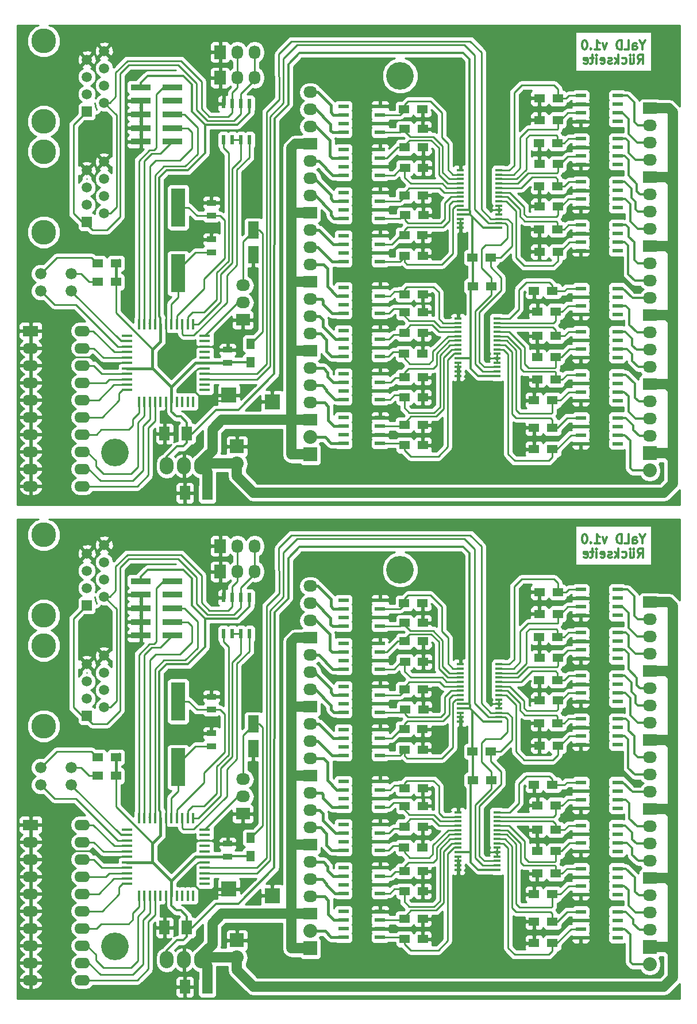
<source format=gbr>
G04 #@! TF.FileFunction,Copper,L2,Bot,Signal*
%FSLAX46Y46*%
G04 Gerber Fmt 4.6, Leading zero omitted, Abs format (unit mm)*
G04 Created by KiCad (PCBNEW (2014-jul-16 BZR unknown)-product) date Sa 01 Nov 2014 20:47:10 CET*
%MOMM*%
G01*
G04 APERTURE LIST*
%ADD10C,0.150000*%
%ADD11C,0.300000*%
%ADD12R,2.235200X2.235200*%
%ADD13R,3.000000X0.890000*%
%ADD14R,2.032000X2.032000*%
%ADD15O,2.032000X2.032000*%
%ADD16C,3.649980*%
%ADD17R,1.501140X1.501140*%
%ADD18C,1.501140*%
%ADD19R,2.100580X5.600700*%
%ADD20R,1.550000X0.600000*%
%ADD21O,2.032000X2.540000*%
%ADD22R,0.599440X1.399540*%
%ADD23R,2.286000X1.574800*%
%ADD24O,2.286000X1.574800*%
%ADD25R,1.500000X1.300000*%
%ADD26R,1.300000X1.500000*%
%ADD27R,2.032000X1.727200*%
%ADD28O,2.032000X1.727200*%
%ADD29R,1.727200X2.032000*%
%ADD30O,1.727200X2.032000*%
%ADD31R,1.100000X0.400000*%
%ADD32R,1.524000X0.406400*%
%ADD33R,0.406400X1.524000*%
%ADD34C,1.676400*%
%ADD35R,1.524000X2.032000*%
%ADD36R,1.397000X0.889000*%
%ADD37R,1.600200X2.600960*%
%ADD38C,4.064000*%
%ADD39C,0.254000*%
%ADD40C,1.500000*%
%ADD41C,0.320000*%
%ADD42C,0.420000*%
G04 APERTURE END LIST*
D10*
D11*
X118242380Y-100809048D02*
X118242380Y-101428095D01*
X118675713Y-100128095D02*
X118242380Y-100809048D01*
X117809047Y-100128095D01*
X116818570Y-101428095D02*
X116818570Y-100747143D01*
X116880475Y-100623333D01*
X117004285Y-100561429D01*
X117251904Y-100561429D01*
X117375713Y-100623333D01*
X116818570Y-101366190D02*
X116942380Y-101428095D01*
X117251904Y-101428095D01*
X117375713Y-101366190D01*
X117437618Y-101242381D01*
X117437618Y-101118571D01*
X117375713Y-100994762D01*
X117251904Y-100932857D01*
X116942380Y-100932857D01*
X116818570Y-100870952D01*
X115580476Y-101428095D02*
X116199523Y-101428095D01*
X116199523Y-100128095D01*
X115147142Y-101428095D02*
X115147142Y-100128095D01*
X114837618Y-100128095D01*
X114651904Y-100190000D01*
X114528095Y-100313810D01*
X114466190Y-100437619D01*
X114404285Y-100685238D01*
X114404285Y-100870952D01*
X114466190Y-101118571D01*
X114528095Y-101242381D01*
X114651904Y-101366190D01*
X114837618Y-101428095D01*
X115147142Y-101428095D01*
X112980476Y-100561429D02*
X112670952Y-101428095D01*
X112361428Y-100561429D01*
X111185238Y-101428095D02*
X111928095Y-101428095D01*
X111556666Y-101428095D02*
X111556666Y-100128095D01*
X111680476Y-100313810D01*
X111804285Y-100437619D01*
X111928095Y-100499524D01*
X110628095Y-101304286D02*
X110566190Y-101366190D01*
X110628095Y-101428095D01*
X110690000Y-101366190D01*
X110628095Y-101304286D01*
X110628095Y-101428095D01*
X109761428Y-100128095D02*
X109637619Y-100128095D01*
X109513809Y-100190000D01*
X109451904Y-100251905D01*
X109390000Y-100375714D01*
X109328095Y-100623333D01*
X109328095Y-100932857D01*
X109390000Y-101180476D01*
X109451904Y-101304286D01*
X109513809Y-101366190D01*
X109637619Y-101428095D01*
X109761428Y-101428095D01*
X109885238Y-101366190D01*
X109947142Y-101304286D01*
X110009047Y-101180476D01*
X110070952Y-100932857D01*
X110070952Y-100623333D01*
X110009047Y-100375714D01*
X109947142Y-100251905D01*
X109885238Y-100190000D01*
X109761428Y-100128095D01*
X117530476Y-103548095D02*
X117963809Y-102929048D01*
X118273333Y-103548095D02*
X118273333Y-102248095D01*
X117778095Y-102248095D01*
X117654286Y-102310000D01*
X117592381Y-102371905D01*
X117530476Y-102495714D01*
X117530476Y-102681429D01*
X117592381Y-102805238D01*
X117654286Y-102867143D01*
X117778095Y-102929048D01*
X118273333Y-102929048D01*
X116416190Y-102681429D02*
X116416190Y-103548095D01*
X116973333Y-102681429D02*
X116973333Y-103362381D01*
X116911428Y-103486190D01*
X116787619Y-103548095D01*
X116601905Y-103548095D01*
X116478095Y-103486190D01*
X116416190Y-103424286D01*
X116911428Y-102248095D02*
X116849524Y-102310000D01*
X116911428Y-102371905D01*
X116973333Y-102310000D01*
X116911428Y-102248095D01*
X116911428Y-102371905D01*
X116416190Y-102248095D02*
X116354286Y-102310000D01*
X116416190Y-102371905D01*
X116478095Y-102310000D01*
X116416190Y-102248095D01*
X116416190Y-102371905D01*
X115240000Y-103486190D02*
X115363810Y-103548095D01*
X115611429Y-103548095D01*
X115735238Y-103486190D01*
X115797143Y-103424286D01*
X115859048Y-103300476D01*
X115859048Y-102929048D01*
X115797143Y-102805238D01*
X115735238Y-102743333D01*
X115611429Y-102681429D01*
X115363810Y-102681429D01*
X115240000Y-102743333D01*
X114682857Y-103548095D02*
X114682857Y-102248095D01*
X114559048Y-103052857D02*
X114187619Y-103548095D01*
X114187619Y-102681429D02*
X114682857Y-103176667D01*
X113692381Y-103486190D02*
X113568571Y-103548095D01*
X113320952Y-103548095D01*
X113197143Y-103486190D01*
X113135238Y-103362381D01*
X113135238Y-103300476D01*
X113197143Y-103176667D01*
X113320952Y-103114762D01*
X113506667Y-103114762D01*
X113630476Y-103052857D01*
X113692381Y-102929048D01*
X113692381Y-102867143D01*
X113630476Y-102743333D01*
X113506667Y-102681429D01*
X113320952Y-102681429D01*
X113197143Y-102743333D01*
X112082857Y-103486190D02*
X112206667Y-103548095D01*
X112454286Y-103548095D01*
X112578095Y-103486190D01*
X112640000Y-103362381D01*
X112640000Y-102867143D01*
X112578095Y-102743333D01*
X112454286Y-102681429D01*
X112206667Y-102681429D01*
X112082857Y-102743333D01*
X112020952Y-102867143D01*
X112020952Y-102990952D01*
X112640000Y-103114762D01*
X111463809Y-103548095D02*
X111463809Y-102681429D01*
X111463809Y-102248095D02*
X111525714Y-102310000D01*
X111463809Y-102371905D01*
X111401904Y-102310000D01*
X111463809Y-102248095D01*
X111463809Y-102371905D01*
X111030475Y-102681429D02*
X110535237Y-102681429D01*
X110844761Y-102248095D02*
X110844761Y-103362381D01*
X110782856Y-103486190D01*
X110659047Y-103548095D01*
X110535237Y-103548095D01*
X109606666Y-103486190D02*
X109730476Y-103548095D01*
X109978095Y-103548095D01*
X110101904Y-103486190D01*
X110163809Y-103362381D01*
X110163809Y-102867143D01*
X110101904Y-102743333D01*
X109978095Y-102681429D01*
X109730476Y-102681429D01*
X109606666Y-102743333D01*
X109544761Y-102867143D01*
X109544761Y-102990952D01*
X110163809Y-103114762D01*
X118242380Y-28079048D02*
X118242380Y-28698095D01*
X118675713Y-27398095D02*
X118242380Y-28079048D01*
X117809047Y-27398095D01*
X116818570Y-28698095D02*
X116818570Y-28017143D01*
X116880475Y-27893333D01*
X117004285Y-27831429D01*
X117251904Y-27831429D01*
X117375713Y-27893333D01*
X116818570Y-28636190D02*
X116942380Y-28698095D01*
X117251904Y-28698095D01*
X117375713Y-28636190D01*
X117437618Y-28512381D01*
X117437618Y-28388571D01*
X117375713Y-28264762D01*
X117251904Y-28202857D01*
X116942380Y-28202857D01*
X116818570Y-28140952D01*
X115580476Y-28698095D02*
X116199523Y-28698095D01*
X116199523Y-27398095D01*
X115147142Y-28698095D02*
X115147142Y-27398095D01*
X114837618Y-27398095D01*
X114651904Y-27460000D01*
X114528095Y-27583810D01*
X114466190Y-27707619D01*
X114404285Y-27955238D01*
X114404285Y-28140952D01*
X114466190Y-28388571D01*
X114528095Y-28512381D01*
X114651904Y-28636190D01*
X114837618Y-28698095D01*
X115147142Y-28698095D01*
X112980476Y-27831429D02*
X112670952Y-28698095D01*
X112361428Y-27831429D01*
X111185238Y-28698095D02*
X111928095Y-28698095D01*
X111556666Y-28698095D02*
X111556666Y-27398095D01*
X111680476Y-27583810D01*
X111804285Y-27707619D01*
X111928095Y-27769524D01*
X110628095Y-28574286D02*
X110566190Y-28636190D01*
X110628095Y-28698095D01*
X110690000Y-28636190D01*
X110628095Y-28574286D01*
X110628095Y-28698095D01*
X109761428Y-27398095D02*
X109637619Y-27398095D01*
X109513809Y-27460000D01*
X109451904Y-27521905D01*
X109390000Y-27645714D01*
X109328095Y-27893333D01*
X109328095Y-28202857D01*
X109390000Y-28450476D01*
X109451904Y-28574286D01*
X109513809Y-28636190D01*
X109637619Y-28698095D01*
X109761428Y-28698095D01*
X109885238Y-28636190D01*
X109947142Y-28574286D01*
X110009047Y-28450476D01*
X110070952Y-28202857D01*
X110070952Y-27893333D01*
X110009047Y-27645714D01*
X109947142Y-27521905D01*
X109885238Y-27460000D01*
X109761428Y-27398095D01*
X117530476Y-30818095D02*
X117963809Y-30199048D01*
X118273333Y-30818095D02*
X118273333Y-29518095D01*
X117778095Y-29518095D01*
X117654286Y-29580000D01*
X117592381Y-29641905D01*
X117530476Y-29765714D01*
X117530476Y-29951429D01*
X117592381Y-30075238D01*
X117654286Y-30137143D01*
X117778095Y-30199048D01*
X118273333Y-30199048D01*
X116416190Y-29951429D02*
X116416190Y-30818095D01*
X116973333Y-29951429D02*
X116973333Y-30632381D01*
X116911428Y-30756190D01*
X116787619Y-30818095D01*
X116601905Y-30818095D01*
X116478095Y-30756190D01*
X116416190Y-30694286D01*
X116911428Y-29518095D02*
X116849524Y-29580000D01*
X116911428Y-29641905D01*
X116973333Y-29580000D01*
X116911428Y-29518095D01*
X116911428Y-29641905D01*
X116416190Y-29518095D02*
X116354286Y-29580000D01*
X116416190Y-29641905D01*
X116478095Y-29580000D01*
X116416190Y-29518095D01*
X116416190Y-29641905D01*
X115240000Y-30756190D02*
X115363810Y-30818095D01*
X115611429Y-30818095D01*
X115735238Y-30756190D01*
X115797143Y-30694286D01*
X115859048Y-30570476D01*
X115859048Y-30199048D01*
X115797143Y-30075238D01*
X115735238Y-30013333D01*
X115611429Y-29951429D01*
X115363810Y-29951429D01*
X115240000Y-30013333D01*
X114682857Y-30818095D02*
X114682857Y-29518095D01*
X114559048Y-30322857D02*
X114187619Y-30818095D01*
X114187619Y-29951429D02*
X114682857Y-30446667D01*
X113692381Y-30756190D02*
X113568571Y-30818095D01*
X113320952Y-30818095D01*
X113197143Y-30756190D01*
X113135238Y-30632381D01*
X113135238Y-30570476D01*
X113197143Y-30446667D01*
X113320952Y-30384762D01*
X113506667Y-30384762D01*
X113630476Y-30322857D01*
X113692381Y-30199048D01*
X113692381Y-30137143D01*
X113630476Y-30013333D01*
X113506667Y-29951429D01*
X113320952Y-29951429D01*
X113197143Y-30013333D01*
X112082857Y-30756190D02*
X112206667Y-30818095D01*
X112454286Y-30818095D01*
X112578095Y-30756190D01*
X112640000Y-30632381D01*
X112640000Y-30137143D01*
X112578095Y-30013333D01*
X112454286Y-29951429D01*
X112206667Y-29951429D01*
X112082857Y-30013333D01*
X112020952Y-30137143D01*
X112020952Y-30260952D01*
X112640000Y-30384762D01*
X111463809Y-30818095D02*
X111463809Y-29951429D01*
X111463809Y-29518095D02*
X111525714Y-29580000D01*
X111463809Y-29641905D01*
X111401904Y-29580000D01*
X111463809Y-29518095D01*
X111463809Y-29641905D01*
X111030475Y-29951429D02*
X110535237Y-29951429D01*
X110844761Y-29518095D02*
X110844761Y-30632381D01*
X110782856Y-30756190D01*
X110659047Y-30818095D01*
X110535237Y-30818095D01*
X109606666Y-30756190D02*
X109730476Y-30818095D01*
X109978095Y-30818095D01*
X110101904Y-30756190D01*
X110163809Y-30632381D01*
X110163809Y-30137143D01*
X110101904Y-30013333D01*
X109978095Y-29951429D01*
X109730476Y-29951429D01*
X109606666Y-30013333D01*
X109544761Y-30137143D01*
X109544761Y-30260952D01*
X110163809Y-30384762D01*
D12*
X63670000Y-153330000D03*
X57280000Y-152350000D03*
D13*
X48980000Y-107020000D03*
X48980000Y-109020000D03*
X44310000Y-109020000D03*
X48980000Y-111020000D03*
X44310000Y-111020000D03*
X48980000Y-113020000D03*
X44310000Y-113020000D03*
X48980000Y-115020000D03*
X44310000Y-115020000D03*
X44310000Y-107020000D03*
D14*
X119310000Y-160930000D03*
D15*
X119310000Y-163470000D03*
D14*
X69280000Y-161090000D03*
D15*
X69280000Y-158550000D03*
D16*
X30000000Y-100191480D03*
X30000000Y-112060900D03*
D17*
X36350000Y-110575000D03*
D18*
X38890000Y-109305000D03*
X36350000Y-108035000D03*
X38890000Y-106765000D03*
X36350000Y-105495000D03*
X38890000Y-104225000D03*
X36350000Y-102955000D03*
X38890000Y-101685000D03*
D16*
X30000000Y-116491480D03*
X30000000Y-128360900D03*
D17*
X36350000Y-126875000D03*
D18*
X38890000Y-125605000D03*
X36350000Y-124335000D03*
X38890000Y-123065000D03*
X36350000Y-121795000D03*
X38890000Y-120525000D03*
X36350000Y-119255000D03*
X38890000Y-117985000D03*
D19*
X49830000Y-134428860D03*
X49830000Y-124731140D03*
D20*
X109140000Y-131125000D03*
X109140000Y-129855000D03*
X109140000Y-128585000D03*
X109140000Y-127315000D03*
X114540000Y-127315000D03*
X114540000Y-128585000D03*
X114540000Y-129855000D03*
X114540000Y-131125000D03*
X109140000Y-124775000D03*
X109140000Y-123505000D03*
X109140000Y-122235000D03*
X109140000Y-120965000D03*
X114540000Y-120965000D03*
X114540000Y-122235000D03*
X114540000Y-123505000D03*
X114540000Y-124775000D03*
X109140000Y-118425000D03*
X109140000Y-117155000D03*
X109140000Y-115885000D03*
X109140000Y-114615000D03*
X114540000Y-114615000D03*
X114540000Y-115885000D03*
X114540000Y-117155000D03*
X114540000Y-118425000D03*
X109140000Y-112075000D03*
X109140000Y-110805000D03*
X109140000Y-109535000D03*
X109140000Y-108265000D03*
X114540000Y-108265000D03*
X114540000Y-109535000D03*
X114540000Y-110805000D03*
X114540000Y-112075000D03*
X79550000Y-109805000D03*
X79550000Y-111075000D03*
X79550000Y-112345000D03*
X79550000Y-113615000D03*
X74150000Y-113615000D03*
X74150000Y-112345000D03*
X74150000Y-111075000D03*
X74150000Y-109805000D03*
X79550000Y-116155000D03*
X79550000Y-117425000D03*
X79550000Y-118695000D03*
X79550000Y-119965000D03*
X74150000Y-119965000D03*
X74150000Y-118695000D03*
X74150000Y-117425000D03*
X74150000Y-116155000D03*
X79550000Y-122505000D03*
X79550000Y-123775000D03*
X79550000Y-125045000D03*
X79550000Y-126315000D03*
X74150000Y-126315000D03*
X74150000Y-125045000D03*
X74150000Y-123775000D03*
X74150000Y-122505000D03*
X79550000Y-128855000D03*
X79550000Y-130125000D03*
X79550000Y-131395000D03*
X79550000Y-132665000D03*
X74150000Y-132665000D03*
X74150000Y-131395000D03*
X74150000Y-130125000D03*
X74150000Y-128855000D03*
X109140000Y-159495000D03*
X109140000Y-158225000D03*
X109140000Y-156955000D03*
X109140000Y-155685000D03*
X114540000Y-155685000D03*
X114540000Y-156955000D03*
X114540000Y-158225000D03*
X114540000Y-159495000D03*
X109140000Y-153145000D03*
X109140000Y-151875000D03*
X109140000Y-150605000D03*
X109140000Y-149335000D03*
X114540000Y-149335000D03*
X114540000Y-150605000D03*
X114540000Y-151875000D03*
X114540000Y-153145000D03*
X109140000Y-146795000D03*
X109140000Y-145525000D03*
X109140000Y-144255000D03*
X109140000Y-142985000D03*
X114540000Y-142985000D03*
X114540000Y-144255000D03*
X114540000Y-145525000D03*
X114540000Y-146795000D03*
X109140000Y-140445000D03*
X109140000Y-139175000D03*
X109140000Y-137905000D03*
X109140000Y-136635000D03*
X114540000Y-136635000D03*
X114540000Y-137905000D03*
X114540000Y-139175000D03*
X114540000Y-140445000D03*
X79550000Y-136475000D03*
X79550000Y-137745000D03*
X79550000Y-139015000D03*
X79550000Y-140285000D03*
X74150000Y-140285000D03*
X74150000Y-139015000D03*
X74150000Y-137745000D03*
X74150000Y-136475000D03*
X79550000Y-142825000D03*
X79550000Y-144095000D03*
X79550000Y-145365000D03*
X79550000Y-146635000D03*
X74150000Y-146635000D03*
X74150000Y-145365000D03*
X74150000Y-144095000D03*
X74150000Y-142825000D03*
X79550000Y-149175000D03*
X79550000Y-150445000D03*
X79550000Y-151715000D03*
X79550000Y-152985000D03*
X74150000Y-152985000D03*
X74150000Y-151715000D03*
X74150000Y-150445000D03*
X74150000Y-149175000D03*
X79560000Y-155655000D03*
X79560000Y-156925000D03*
X79560000Y-158195000D03*
X79560000Y-159465000D03*
X74160000Y-159465000D03*
X74160000Y-158195000D03*
X74160000Y-156925000D03*
X74160000Y-155655000D03*
D21*
X50670000Y-162760000D03*
X48130000Y-162760000D03*
X53210000Y-162760000D03*
D22*
X60325000Y-109433000D03*
X60325000Y-114767000D03*
X59055000Y-109433000D03*
X57785000Y-109433000D03*
X56515000Y-109433000D03*
X59055000Y-114767000D03*
X57785000Y-114767000D03*
X56515000Y-114767000D03*
D23*
X28090000Y-142900000D03*
D24*
X28090000Y-145440000D03*
X28090000Y-147980000D03*
X28090000Y-150520000D03*
X28090000Y-153060000D03*
X28090000Y-155600000D03*
X28090000Y-158140000D03*
X28090000Y-160680000D03*
X28090000Y-163220000D03*
X28090000Y-165760000D03*
X35710000Y-165760000D03*
X35710000Y-163220000D03*
X35710000Y-160680000D03*
X35710000Y-158140000D03*
X35710000Y-155600000D03*
X35710000Y-153060000D03*
X35710000Y-150520000D03*
X35710000Y-147980000D03*
X35710000Y-145440000D03*
X35710000Y-142900000D03*
D25*
X103050000Y-131230000D03*
X105750000Y-131230000D03*
X103020000Y-127950000D03*
X105720000Y-127950000D03*
X103050000Y-124530000D03*
X105750000Y-124530000D03*
X103020000Y-121600000D03*
X105720000Y-121600000D03*
X103050000Y-118330000D03*
X105750000Y-118330000D03*
X103020000Y-115250000D03*
X105720000Y-115250000D03*
X103050000Y-111830000D03*
X105750000Y-111830000D03*
X103050000Y-108630000D03*
X105750000Y-108630000D03*
X85820000Y-110250000D03*
X83120000Y-110250000D03*
X85870000Y-113150000D03*
X83170000Y-113150000D03*
X85890000Y-115880000D03*
X83190000Y-115880000D03*
X85910000Y-118890000D03*
X83210000Y-118890000D03*
X85850000Y-122950000D03*
X83150000Y-122950000D03*
X85950000Y-125880000D03*
X83250000Y-125880000D03*
X85830000Y-128810000D03*
X83130000Y-128810000D03*
X85840000Y-131860000D03*
X83140000Y-131860000D03*
X102250000Y-160330000D03*
X104950000Y-160330000D03*
X102250000Y-157130000D03*
X104950000Y-157130000D03*
X102250000Y-153130000D03*
X104950000Y-153130000D03*
X102720000Y-150070000D03*
X105420000Y-150070000D03*
X102750000Y-146730000D03*
X105450000Y-146730000D03*
X102720000Y-143620000D03*
X105420000Y-143620000D03*
X102750000Y-140030000D03*
X105450000Y-140030000D03*
X102250000Y-137030000D03*
X104950000Y-137030000D03*
X85840000Y-137540000D03*
X83140000Y-137540000D03*
X85880000Y-140130000D03*
X83180000Y-140130000D03*
X85850000Y-143230000D03*
X83150000Y-143230000D03*
X85810000Y-146280000D03*
X83110000Y-146280000D03*
X85850000Y-149730000D03*
X83150000Y-149730000D03*
X85860000Y-152690000D03*
X83160000Y-152690000D03*
X85840000Y-156760000D03*
X83140000Y-156760000D03*
X85860000Y-159740000D03*
X83160000Y-159740000D03*
X93170000Y-132100000D03*
X95870000Y-132100000D03*
X93220000Y-136350000D03*
X95920000Y-136350000D03*
D26*
X60480000Y-144790000D03*
X60480000Y-147490000D03*
D25*
X40670000Y-135700000D03*
X37970000Y-135700000D03*
X40640000Y-132930000D03*
X37940000Y-132930000D03*
D27*
X119310000Y-130450000D03*
D28*
X119310000Y-132990000D03*
X119310000Y-135530000D03*
X119310000Y-138070000D03*
D27*
X119310000Y-120290000D03*
D28*
X119310000Y-122830000D03*
X119310000Y-125370000D03*
X119310000Y-127910000D03*
D27*
X119310000Y-110130000D03*
D28*
X119310000Y-112670000D03*
X119310000Y-115210000D03*
X119310000Y-117750000D03*
D27*
X69280000Y-115370000D03*
D28*
X69280000Y-112830000D03*
X69280000Y-110290000D03*
X69280000Y-107750000D03*
D27*
X69280000Y-125530000D03*
D28*
X69280000Y-122990000D03*
X69280000Y-120450000D03*
X69280000Y-117910000D03*
D27*
X69280000Y-135690000D03*
D28*
X69280000Y-133150000D03*
X69280000Y-130610000D03*
X69280000Y-128070000D03*
D27*
X119310000Y-150770000D03*
D28*
X119310000Y-153310000D03*
X119310000Y-155850000D03*
X119310000Y-158390000D03*
D27*
X119310000Y-140610000D03*
D28*
X119310000Y-143150000D03*
X119310000Y-145690000D03*
X119310000Y-148230000D03*
D27*
X69280000Y-145850000D03*
D28*
X69280000Y-143310000D03*
X69280000Y-140770000D03*
X69280000Y-138230000D03*
D27*
X69280000Y-156010000D03*
D28*
X69280000Y-153470000D03*
X69280000Y-150930000D03*
X69280000Y-148390000D03*
D14*
X58470000Y-159890000D03*
D15*
X58470000Y-162430000D03*
D29*
X55990000Y-105610000D03*
D30*
X58530000Y-105610000D03*
X61070000Y-105610000D03*
D29*
X55990000Y-101860000D03*
D30*
X58530000Y-101860000D03*
X61070000Y-101860000D03*
D27*
X59360000Y-141280000D03*
D28*
X59360000Y-138740000D03*
X59360000Y-136200000D03*
D31*
X91390000Y-127695000D03*
X91390000Y-127045000D03*
X91390000Y-126395000D03*
X91390000Y-125745000D03*
X91390000Y-125095000D03*
X91390000Y-124445000D03*
X91390000Y-123795000D03*
X91390000Y-123145000D03*
X91390000Y-122495000D03*
X91390000Y-121845000D03*
X91390000Y-121195000D03*
X91390000Y-120545000D03*
X91390000Y-119895000D03*
X91390000Y-119245000D03*
X97090000Y-119245000D03*
X97090000Y-119895000D03*
X97090000Y-120545000D03*
X97090000Y-121195000D03*
X97090000Y-121845000D03*
X97090000Y-122495000D03*
X97090000Y-123145000D03*
X97090000Y-123795000D03*
X97090000Y-124445000D03*
X97090000Y-125095000D03*
X97090000Y-125745000D03*
X97090000Y-126395000D03*
X97090000Y-127045000D03*
X97090000Y-127695000D03*
X91070000Y-149525000D03*
X91070000Y-148875000D03*
X91070000Y-148225000D03*
X91070000Y-147575000D03*
X91070000Y-146925000D03*
X91070000Y-146275000D03*
X91070000Y-145625000D03*
X91070000Y-144975000D03*
X91070000Y-144325000D03*
X91070000Y-143675000D03*
X91070000Y-143025000D03*
X91070000Y-142375000D03*
X91070000Y-141725000D03*
X91070000Y-141075000D03*
X96770000Y-141075000D03*
X96770000Y-141725000D03*
X96770000Y-142375000D03*
X96770000Y-143025000D03*
X96770000Y-143675000D03*
X96770000Y-144325000D03*
X96770000Y-144975000D03*
X96770000Y-145625000D03*
X96770000Y-146275000D03*
X96770000Y-146925000D03*
X96770000Y-147575000D03*
X96770000Y-148225000D03*
X96770000Y-148875000D03*
X96770000Y-149525000D03*
D32*
X42305000Y-147610000D03*
X42305000Y-146809900D03*
X42305000Y-146009800D03*
X42305000Y-145209700D03*
X42305000Y-144409600D03*
X42305000Y-143609500D03*
X42305000Y-148410100D03*
X42305000Y-149210200D03*
X42305000Y-150010300D03*
X42305000Y-150810400D03*
X42305000Y-151610500D03*
X53735000Y-147610000D03*
X53735000Y-146809900D03*
X53735000Y-146009800D03*
X53735000Y-145209700D03*
X53735000Y-144409600D03*
X53735000Y-143609500D03*
X53735000Y-148410100D03*
X53735000Y-149210200D03*
X53735000Y-150010300D03*
X53735000Y-150810400D03*
X53735000Y-151610500D03*
D33*
X48020000Y-141895000D03*
X48020000Y-153325000D03*
X48820100Y-141895000D03*
X48820100Y-153325000D03*
X49620200Y-153325000D03*
X49620200Y-141895000D03*
X50420300Y-141895000D03*
X50420300Y-153325000D03*
X51220400Y-153325000D03*
X51220400Y-141895000D03*
X52020500Y-141895000D03*
X52020500Y-153325000D03*
X47219900Y-153325000D03*
X47219900Y-141895000D03*
X46419800Y-141895000D03*
X46419800Y-153325000D03*
X45619700Y-153325000D03*
X45619700Y-141895000D03*
X44819600Y-141895000D03*
X44819600Y-153325000D03*
X44019500Y-153325000D03*
X44019500Y-141895000D03*
D34*
X34060000Y-134480000D03*
X34060000Y-137020000D03*
X29560000Y-134480000D03*
X29560000Y-137020000D03*
D35*
X51111000Y-158020000D03*
X47809000Y-158020000D03*
D36*
X57100000Y-147582500D03*
X57100000Y-145677500D03*
D35*
X54121000Y-166760000D03*
X50819000Y-166760000D03*
D37*
X60860000Y-128079140D03*
X60860000Y-131680860D03*
D36*
X54710000Y-124047500D03*
X54710000Y-125952500D03*
X54710000Y-129427500D03*
X54710000Y-131332500D03*
D38*
X82500000Y-105330000D03*
X40500000Y-160830000D03*
X40500000Y-88100000D03*
X82500000Y-32600000D03*
D36*
X54710000Y-56697500D03*
X54710000Y-58602500D03*
X54710000Y-51317500D03*
X54710000Y-53222500D03*
D37*
X60860000Y-55349140D03*
X60860000Y-58950860D03*
D35*
X54121000Y-94030000D03*
X50819000Y-94030000D03*
D36*
X57100000Y-74852500D03*
X57100000Y-72947500D03*
D35*
X51111000Y-85290000D03*
X47809000Y-85290000D03*
D34*
X29560000Y-61750000D03*
X29560000Y-64290000D03*
X34060000Y-61750000D03*
X34060000Y-64290000D03*
D32*
X42305000Y-74880000D03*
X42305000Y-74079900D03*
X42305000Y-73279800D03*
X42305000Y-72479700D03*
X42305000Y-71679600D03*
X42305000Y-70879500D03*
X42305000Y-75680100D03*
X42305000Y-76480200D03*
X42305000Y-77280300D03*
X42305000Y-78080400D03*
X42305000Y-78880500D03*
X53735000Y-74880000D03*
X53735000Y-74079900D03*
X53735000Y-73279800D03*
X53735000Y-72479700D03*
X53735000Y-71679600D03*
X53735000Y-70879500D03*
X53735000Y-75680100D03*
X53735000Y-76480200D03*
X53735000Y-77280300D03*
X53735000Y-78080400D03*
X53735000Y-78880500D03*
D33*
X48020000Y-69165000D03*
X48020000Y-80595000D03*
X48820100Y-69165000D03*
X48820100Y-80595000D03*
X49620200Y-80595000D03*
X49620200Y-69165000D03*
X50420300Y-69165000D03*
X50420300Y-80595000D03*
X51220400Y-80595000D03*
X51220400Y-69165000D03*
X52020500Y-69165000D03*
X52020500Y-80595000D03*
X47219900Y-80595000D03*
X47219900Y-69165000D03*
X46419800Y-69165000D03*
X46419800Y-80595000D03*
X45619700Y-80595000D03*
X45619700Y-69165000D03*
X44819600Y-69165000D03*
X44819600Y-80595000D03*
X44019500Y-80595000D03*
X44019500Y-69165000D03*
D31*
X91070000Y-76795000D03*
X91070000Y-76145000D03*
X91070000Y-75495000D03*
X91070000Y-74845000D03*
X91070000Y-74195000D03*
X91070000Y-73545000D03*
X91070000Y-72895000D03*
X91070000Y-72245000D03*
X91070000Y-71595000D03*
X91070000Y-70945000D03*
X91070000Y-70295000D03*
X91070000Y-69645000D03*
X91070000Y-68995000D03*
X91070000Y-68345000D03*
X96770000Y-68345000D03*
X96770000Y-68995000D03*
X96770000Y-69645000D03*
X96770000Y-70295000D03*
X96770000Y-70945000D03*
X96770000Y-71595000D03*
X96770000Y-72245000D03*
X96770000Y-72895000D03*
X96770000Y-73545000D03*
X96770000Y-74195000D03*
X96770000Y-74845000D03*
X96770000Y-75495000D03*
X96770000Y-76145000D03*
X96770000Y-76795000D03*
X91390000Y-54965000D03*
X91390000Y-54315000D03*
X91390000Y-53665000D03*
X91390000Y-53015000D03*
X91390000Y-52365000D03*
X91390000Y-51715000D03*
X91390000Y-51065000D03*
X91390000Y-50415000D03*
X91390000Y-49765000D03*
X91390000Y-49115000D03*
X91390000Y-48465000D03*
X91390000Y-47815000D03*
X91390000Y-47165000D03*
X91390000Y-46515000D03*
X97090000Y-46515000D03*
X97090000Y-47165000D03*
X97090000Y-47815000D03*
X97090000Y-48465000D03*
X97090000Y-49115000D03*
X97090000Y-49765000D03*
X97090000Y-50415000D03*
X97090000Y-51065000D03*
X97090000Y-51715000D03*
X97090000Y-52365000D03*
X97090000Y-53015000D03*
X97090000Y-53665000D03*
X97090000Y-54315000D03*
X97090000Y-54965000D03*
D27*
X59360000Y-68550000D03*
D28*
X59360000Y-66010000D03*
X59360000Y-63470000D03*
D29*
X55990000Y-29130000D03*
D30*
X58530000Y-29130000D03*
X61070000Y-29130000D03*
D29*
X55990000Y-32880000D03*
D30*
X58530000Y-32880000D03*
X61070000Y-32880000D03*
D14*
X58470000Y-87160000D03*
D15*
X58470000Y-89700000D03*
D27*
X69280000Y-83280000D03*
D28*
X69280000Y-80740000D03*
X69280000Y-78200000D03*
X69280000Y-75660000D03*
D27*
X69280000Y-73120000D03*
D28*
X69280000Y-70580000D03*
X69280000Y-68040000D03*
X69280000Y-65500000D03*
D27*
X119310000Y-67880000D03*
D28*
X119310000Y-70420000D03*
X119310000Y-72960000D03*
X119310000Y-75500000D03*
D27*
X119310000Y-78040000D03*
D28*
X119310000Y-80580000D03*
X119310000Y-83120000D03*
X119310000Y-85660000D03*
D27*
X69280000Y-62960000D03*
D28*
X69280000Y-60420000D03*
X69280000Y-57880000D03*
X69280000Y-55340000D03*
D27*
X69280000Y-52800000D03*
D28*
X69280000Y-50260000D03*
X69280000Y-47720000D03*
X69280000Y-45180000D03*
D27*
X69280000Y-42640000D03*
D28*
X69280000Y-40100000D03*
X69280000Y-37560000D03*
X69280000Y-35020000D03*
D27*
X119310000Y-37400000D03*
D28*
X119310000Y-39940000D03*
X119310000Y-42480000D03*
X119310000Y-45020000D03*
D27*
X119310000Y-47560000D03*
D28*
X119310000Y-50100000D03*
X119310000Y-52640000D03*
X119310000Y-55180000D03*
D27*
X119310000Y-57720000D03*
D28*
X119310000Y-60260000D03*
X119310000Y-62800000D03*
X119310000Y-65340000D03*
D25*
X40640000Y-60200000D03*
X37940000Y-60200000D03*
X40670000Y-62970000D03*
X37970000Y-62970000D03*
D26*
X60480000Y-72060000D03*
X60480000Y-74760000D03*
D25*
X93220000Y-63620000D03*
X95920000Y-63620000D03*
X93170000Y-59370000D03*
X95870000Y-59370000D03*
X85860000Y-87010000D03*
X83160000Y-87010000D03*
X85840000Y-84030000D03*
X83140000Y-84030000D03*
X85860000Y-79960000D03*
X83160000Y-79960000D03*
X85850000Y-77000000D03*
X83150000Y-77000000D03*
X85810000Y-73550000D03*
X83110000Y-73550000D03*
X85850000Y-70500000D03*
X83150000Y-70500000D03*
X85880000Y-67400000D03*
X83180000Y-67400000D03*
X85840000Y-64810000D03*
X83140000Y-64810000D03*
X102250000Y-64300000D03*
X104950000Y-64300000D03*
X102750000Y-67300000D03*
X105450000Y-67300000D03*
X102720000Y-70890000D03*
X105420000Y-70890000D03*
X102750000Y-74000000D03*
X105450000Y-74000000D03*
X102720000Y-77340000D03*
X105420000Y-77340000D03*
X102250000Y-80400000D03*
X104950000Y-80400000D03*
X102250000Y-84400000D03*
X104950000Y-84400000D03*
X102250000Y-87600000D03*
X104950000Y-87600000D03*
X85840000Y-59130000D03*
X83140000Y-59130000D03*
X85830000Y-56080000D03*
X83130000Y-56080000D03*
X85950000Y-53150000D03*
X83250000Y-53150000D03*
X85850000Y-50220000D03*
X83150000Y-50220000D03*
X85910000Y-46160000D03*
X83210000Y-46160000D03*
X85890000Y-43150000D03*
X83190000Y-43150000D03*
X85870000Y-40420000D03*
X83170000Y-40420000D03*
X85820000Y-37520000D03*
X83120000Y-37520000D03*
X103050000Y-35900000D03*
X105750000Y-35900000D03*
X103050000Y-39100000D03*
X105750000Y-39100000D03*
X103020000Y-42520000D03*
X105720000Y-42520000D03*
X103050000Y-45600000D03*
X105750000Y-45600000D03*
X103020000Y-48870000D03*
X105720000Y-48870000D03*
X103050000Y-51800000D03*
X105750000Y-51800000D03*
X103020000Y-55220000D03*
X105720000Y-55220000D03*
X103050000Y-58500000D03*
X105750000Y-58500000D03*
D23*
X28090000Y-70170000D03*
D24*
X28090000Y-72710000D03*
X28090000Y-75250000D03*
X28090000Y-77790000D03*
X28090000Y-80330000D03*
X28090000Y-82870000D03*
X28090000Y-85410000D03*
X28090000Y-87950000D03*
X28090000Y-90490000D03*
X28090000Y-93030000D03*
X35710000Y-93030000D03*
X35710000Y-90490000D03*
X35710000Y-87950000D03*
X35710000Y-85410000D03*
X35710000Y-82870000D03*
X35710000Y-80330000D03*
X35710000Y-77790000D03*
X35710000Y-75250000D03*
X35710000Y-72710000D03*
X35710000Y-70170000D03*
D22*
X60325000Y-36703000D03*
X60325000Y-42037000D03*
X59055000Y-36703000D03*
X57785000Y-36703000D03*
X56515000Y-36703000D03*
X59055000Y-42037000D03*
X57785000Y-42037000D03*
X56515000Y-42037000D03*
D21*
X50670000Y-90030000D03*
X48130000Y-90030000D03*
X53210000Y-90030000D03*
D20*
X79560000Y-82925000D03*
X79560000Y-84195000D03*
X79560000Y-85465000D03*
X79560000Y-86735000D03*
X74160000Y-86735000D03*
X74160000Y-85465000D03*
X74160000Y-84195000D03*
X74160000Y-82925000D03*
X79550000Y-76445000D03*
X79550000Y-77715000D03*
X79550000Y-78985000D03*
X79550000Y-80255000D03*
X74150000Y-80255000D03*
X74150000Y-78985000D03*
X74150000Y-77715000D03*
X74150000Y-76445000D03*
X79550000Y-70095000D03*
X79550000Y-71365000D03*
X79550000Y-72635000D03*
X79550000Y-73905000D03*
X74150000Y-73905000D03*
X74150000Y-72635000D03*
X74150000Y-71365000D03*
X74150000Y-70095000D03*
X79550000Y-63745000D03*
X79550000Y-65015000D03*
X79550000Y-66285000D03*
X79550000Y-67555000D03*
X74150000Y-67555000D03*
X74150000Y-66285000D03*
X74150000Y-65015000D03*
X74150000Y-63745000D03*
X109140000Y-67715000D03*
X109140000Y-66445000D03*
X109140000Y-65175000D03*
X109140000Y-63905000D03*
X114540000Y-63905000D03*
X114540000Y-65175000D03*
X114540000Y-66445000D03*
X114540000Y-67715000D03*
X109140000Y-74065000D03*
X109140000Y-72795000D03*
X109140000Y-71525000D03*
X109140000Y-70255000D03*
X114540000Y-70255000D03*
X114540000Y-71525000D03*
X114540000Y-72795000D03*
X114540000Y-74065000D03*
X109140000Y-80415000D03*
X109140000Y-79145000D03*
X109140000Y-77875000D03*
X109140000Y-76605000D03*
X114540000Y-76605000D03*
X114540000Y-77875000D03*
X114540000Y-79145000D03*
X114540000Y-80415000D03*
X109140000Y-86765000D03*
X109140000Y-85495000D03*
X109140000Y-84225000D03*
X109140000Y-82955000D03*
X114540000Y-82955000D03*
X114540000Y-84225000D03*
X114540000Y-85495000D03*
X114540000Y-86765000D03*
X79550000Y-56125000D03*
X79550000Y-57395000D03*
X79550000Y-58665000D03*
X79550000Y-59935000D03*
X74150000Y-59935000D03*
X74150000Y-58665000D03*
X74150000Y-57395000D03*
X74150000Y-56125000D03*
X79550000Y-49775000D03*
X79550000Y-51045000D03*
X79550000Y-52315000D03*
X79550000Y-53585000D03*
X74150000Y-53585000D03*
X74150000Y-52315000D03*
X74150000Y-51045000D03*
X74150000Y-49775000D03*
X79550000Y-43425000D03*
X79550000Y-44695000D03*
X79550000Y-45965000D03*
X79550000Y-47235000D03*
X74150000Y-47235000D03*
X74150000Y-45965000D03*
X74150000Y-44695000D03*
X74150000Y-43425000D03*
X79550000Y-37075000D03*
X79550000Y-38345000D03*
X79550000Y-39615000D03*
X79550000Y-40885000D03*
X74150000Y-40885000D03*
X74150000Y-39615000D03*
X74150000Y-38345000D03*
X74150000Y-37075000D03*
X109140000Y-39345000D03*
X109140000Y-38075000D03*
X109140000Y-36805000D03*
X109140000Y-35535000D03*
X114540000Y-35535000D03*
X114540000Y-36805000D03*
X114540000Y-38075000D03*
X114540000Y-39345000D03*
X109140000Y-45695000D03*
X109140000Y-44425000D03*
X109140000Y-43155000D03*
X109140000Y-41885000D03*
X114540000Y-41885000D03*
X114540000Y-43155000D03*
X114540000Y-44425000D03*
X114540000Y-45695000D03*
X109140000Y-52045000D03*
X109140000Y-50775000D03*
X109140000Y-49505000D03*
X109140000Y-48235000D03*
X114540000Y-48235000D03*
X114540000Y-49505000D03*
X114540000Y-50775000D03*
X114540000Y-52045000D03*
X109140000Y-58395000D03*
X109140000Y-57125000D03*
X109140000Y-55855000D03*
X109140000Y-54585000D03*
X114540000Y-54585000D03*
X114540000Y-55855000D03*
X114540000Y-57125000D03*
X114540000Y-58395000D03*
D19*
X49830000Y-61698860D03*
X49830000Y-52001140D03*
D16*
X30000000Y-43761480D03*
X30000000Y-55630900D03*
D17*
X36350000Y-54145000D03*
D18*
X38890000Y-52875000D03*
X36350000Y-51605000D03*
X38890000Y-50335000D03*
X36350000Y-49065000D03*
X38890000Y-47795000D03*
X36350000Y-46525000D03*
X38890000Y-45255000D03*
D16*
X30000000Y-27461480D03*
X30000000Y-39330900D03*
D17*
X36350000Y-37845000D03*
D18*
X38890000Y-36575000D03*
X36350000Y-35305000D03*
X38890000Y-34035000D03*
X36350000Y-32765000D03*
X38890000Y-31495000D03*
X36350000Y-30225000D03*
X38890000Y-28955000D03*
D14*
X69280000Y-88360000D03*
D15*
X69280000Y-85820000D03*
D14*
X119310000Y-88200000D03*
D15*
X119310000Y-90740000D03*
D13*
X48980000Y-34290000D03*
X48980000Y-36290000D03*
X44310000Y-36290000D03*
X48980000Y-38290000D03*
X44310000Y-38290000D03*
X48980000Y-40290000D03*
X44310000Y-40290000D03*
X48980000Y-42290000D03*
X44310000Y-42290000D03*
X44310000Y-34290000D03*
D12*
X57280000Y-79620000D03*
X63670000Y-80600000D03*
D39*
X37540000Y-109360000D02*
X37540000Y-109530000D01*
X37770000Y-110190000D02*
X37770000Y-110320000D01*
X37680000Y-110100000D02*
X37770000Y-110190000D01*
X37680000Y-109970000D02*
X37680000Y-110100000D01*
X37650000Y-109940000D02*
X37680000Y-109970000D01*
X37650000Y-109740000D02*
X37650000Y-109940000D01*
X37620000Y-109710000D02*
X37650000Y-109740000D01*
X37620000Y-109610000D02*
X37620000Y-109710000D01*
X37540000Y-109530000D02*
X37620000Y-109610000D01*
X36350000Y-120525000D02*
X36350000Y-120490000D01*
X36350000Y-47795000D02*
X36350000Y-47760000D01*
X37540000Y-36800000D02*
X37620000Y-36880000D01*
X37620000Y-36880000D02*
X37620000Y-36980000D01*
X37620000Y-36980000D02*
X37650000Y-37010000D01*
X37650000Y-37010000D02*
X37650000Y-37210000D01*
X37650000Y-37210000D02*
X37680000Y-37240000D01*
X37680000Y-37240000D02*
X37680000Y-37370000D01*
X37680000Y-37370000D02*
X37770000Y-37460000D01*
X37770000Y-37460000D02*
X37770000Y-37590000D01*
X37540000Y-36630000D02*
X37540000Y-36800000D01*
X48020000Y-143860000D02*
X49369700Y-145209700D01*
X48020000Y-141895000D02*
X48020000Y-143860000D01*
X97090000Y-125745000D02*
X97090000Y-125095000D01*
X97090000Y-125095000D02*
X96165000Y-125095000D01*
X96165000Y-125095000D02*
X95700000Y-124630000D01*
X96770000Y-146925000D02*
X95305000Y-146925000D01*
X95305000Y-146925000D02*
X95300000Y-146930000D01*
X96770000Y-146275000D02*
X96770000Y-146925000D01*
X96770000Y-146925000D02*
X96770000Y-147575000D01*
X91070000Y-147575000D02*
X91070000Y-148225000D01*
X91070000Y-148225000D02*
X91070000Y-148875000D01*
X91070000Y-148875000D02*
X91070000Y-149525000D01*
X97090000Y-125095000D02*
X97090000Y-124445000D01*
X91390000Y-126395000D02*
X91390000Y-127045000D01*
X91390000Y-127045000D02*
X91390000Y-127695000D01*
X48020000Y-154650000D02*
X47820000Y-154850000D01*
X48020000Y-153325000D02*
X48020000Y-154650000D01*
X48020000Y-140530000D02*
X47770000Y-140280000D01*
X48020000Y-141895000D02*
X48020000Y-140530000D01*
X55459700Y-145209700D02*
X53735000Y-145209700D01*
X55927500Y-145677500D02*
X55459700Y-145209700D01*
X57100000Y-145677500D02*
X55927500Y-145677500D01*
X49369700Y-145209700D02*
X53735000Y-145209700D01*
X38340000Y-147610000D02*
X37440000Y-146710000D01*
X37440000Y-146710000D02*
X31670000Y-146710000D01*
X31670000Y-146710000D02*
X31650000Y-146730000D01*
X42305000Y-147610000D02*
X38340000Y-147610000D01*
X91070000Y-139280000D02*
X91090000Y-139260000D01*
X91070000Y-141075000D02*
X91070000Y-139280000D01*
X91390000Y-117920000D02*
X91420000Y-117890000D01*
X91390000Y-119245000D02*
X91390000Y-117920000D01*
X56430000Y-153200000D02*
X57280000Y-152350000D01*
X52729900Y-148410100D02*
X51470000Y-149670000D01*
X51470000Y-149670000D02*
X51470000Y-151060000D01*
X51470000Y-151060000D02*
X53610000Y-153200000D01*
X53610000Y-153200000D02*
X56430000Y-153200000D01*
X53735000Y-148410100D02*
X52729900Y-148410100D01*
X53735000Y-75680100D02*
X52729900Y-75680100D01*
X53610000Y-80470000D02*
X56430000Y-80470000D01*
X51470000Y-78330000D02*
X53610000Y-80470000D01*
X51470000Y-76940000D02*
X51470000Y-78330000D01*
X52729900Y-75680100D02*
X51470000Y-76940000D01*
X56430000Y-80470000D02*
X57280000Y-79620000D01*
X91390000Y-46515000D02*
X91390000Y-45190000D01*
X91390000Y-45190000D02*
X91420000Y-45160000D01*
X91070000Y-68345000D02*
X91070000Y-66550000D01*
X91070000Y-66550000D02*
X91090000Y-66530000D01*
X42305000Y-74880000D02*
X38340000Y-74880000D01*
X31670000Y-73980000D02*
X31650000Y-74000000D01*
X37440000Y-73980000D02*
X31670000Y-73980000D01*
X38340000Y-74880000D02*
X37440000Y-73980000D01*
X49369700Y-72479700D02*
X53735000Y-72479700D01*
X57100000Y-72947500D02*
X55927500Y-72947500D01*
X55927500Y-72947500D02*
X55459700Y-72479700D01*
X55459700Y-72479700D02*
X53735000Y-72479700D01*
X48020000Y-69165000D02*
X48020000Y-67800000D01*
X48020000Y-67800000D02*
X47770000Y-67550000D01*
X48020000Y-80595000D02*
X48020000Y-81920000D01*
X48020000Y-81920000D02*
X47820000Y-82120000D01*
X91390000Y-54315000D02*
X91390000Y-54965000D01*
X91390000Y-53665000D02*
X91390000Y-54315000D01*
X97090000Y-52365000D02*
X97090000Y-51715000D01*
X91070000Y-76145000D02*
X91070000Y-76795000D01*
X91070000Y-75495000D02*
X91070000Y-76145000D01*
X91070000Y-74845000D02*
X91070000Y-75495000D01*
X96770000Y-74195000D02*
X96770000Y-74845000D01*
X96770000Y-73545000D02*
X96770000Y-74195000D01*
X95305000Y-74195000D02*
X95300000Y-74200000D01*
X96770000Y-74195000D02*
X95305000Y-74195000D01*
X96165000Y-52365000D02*
X95700000Y-51900000D01*
X97090000Y-52365000D02*
X96165000Y-52365000D01*
X97090000Y-53015000D02*
X97090000Y-52365000D01*
X48020000Y-69165000D02*
X48020000Y-71130000D01*
X48020000Y-71130000D02*
X49369700Y-72479700D01*
X52377500Y-131332500D02*
X54710000Y-131332500D01*
X49830000Y-133880000D02*
X52377500Y-131332500D01*
X49830000Y-134428860D02*
X49830000Y-133880000D01*
X48820100Y-138929900D02*
X49830000Y-137920000D01*
X49830000Y-137920000D02*
X49830000Y-134428860D01*
X48820100Y-141895000D02*
X48820100Y-138929900D01*
X48820100Y-69165000D02*
X48820100Y-66199900D01*
X49830000Y-65190000D02*
X49830000Y-61698860D01*
X48820100Y-66199900D02*
X49830000Y-65190000D01*
X49830000Y-61698860D02*
X49830000Y-61150000D01*
X49830000Y-61150000D02*
X52377500Y-58602500D01*
X52377500Y-58602500D02*
X54710000Y-58602500D01*
X51351140Y-124731140D02*
X52572500Y-125952500D01*
X52572500Y-125952500D02*
X54710000Y-125952500D01*
X49830000Y-124731140D02*
X51351140Y-124731140D01*
X49620200Y-140689800D02*
X53610000Y-136700000D01*
X53610000Y-136700000D02*
X53610000Y-135210000D01*
X53610000Y-135210000D02*
X56650000Y-132170000D01*
X56650000Y-132170000D02*
X56650000Y-126640000D01*
X56650000Y-126640000D02*
X55962500Y-125952500D01*
X55962500Y-125952500D02*
X54710000Y-125952500D01*
X49620200Y-141895000D02*
X49620200Y-140689800D01*
X49620200Y-69165000D02*
X49620200Y-67959800D01*
X55962500Y-53222500D02*
X54710000Y-53222500D01*
X56650000Y-53910000D02*
X55962500Y-53222500D01*
X56650000Y-59440000D02*
X56650000Y-53910000D01*
X53610000Y-62480000D02*
X56650000Y-59440000D01*
X53610000Y-63970000D02*
X53610000Y-62480000D01*
X49620200Y-67959800D02*
X53610000Y-63970000D01*
X49830000Y-52001140D02*
X51351140Y-52001140D01*
X52572500Y-53222500D02*
X54710000Y-53222500D01*
X51351140Y-52001140D02*
X52572500Y-53222500D01*
X59360000Y-129750000D02*
X60500860Y-128609140D01*
X60500860Y-128609140D02*
X61540000Y-128609140D01*
X59360000Y-136200000D02*
X59360000Y-129750000D01*
X61769140Y-128079140D02*
X62260000Y-128570000D01*
X62260000Y-128570000D02*
X62260000Y-143010000D01*
X62260000Y-143010000D02*
X60480000Y-144790000D01*
X60860000Y-128079140D02*
X61769140Y-128079140D01*
X60860000Y-55349140D02*
X61769140Y-55349140D01*
X62260000Y-70280000D02*
X60480000Y-72060000D01*
X62260000Y-55840000D02*
X62260000Y-70280000D01*
X61769140Y-55349140D02*
X62260000Y-55840000D01*
X59360000Y-63470000D02*
X59360000Y-57020000D01*
X60500860Y-55879140D02*
X61540000Y-55879140D01*
X59360000Y-57020000D02*
X60500860Y-55879140D01*
D40*
X119310000Y-160930000D02*
X121840000Y-160930000D01*
X121840000Y-160930000D02*
X122680000Y-161770000D01*
X119310000Y-150770000D02*
X121850000Y-150770000D01*
X121850000Y-150770000D02*
X122680000Y-151600000D01*
X119310000Y-140610000D02*
X121870000Y-140610000D01*
X121870000Y-140610000D02*
X122680000Y-141420000D01*
X119310000Y-130450000D02*
X121840000Y-130450000D01*
X121840000Y-130450000D02*
X122680000Y-131290000D01*
X119310000Y-120290000D02*
X121850000Y-120290000D01*
X121850000Y-120290000D02*
X122680000Y-121120000D01*
X58470000Y-162430000D02*
X58470000Y-164270000D01*
X122090000Y-110130000D02*
X119310000Y-110130000D01*
X122680000Y-110720000D02*
X122090000Y-110130000D01*
X122680000Y-165400000D02*
X122680000Y-161770000D01*
X122680000Y-161770000D02*
X122680000Y-151600000D01*
X122680000Y-151600000D02*
X122680000Y-141420000D01*
X122680000Y-141420000D02*
X122680000Y-131290000D01*
X122680000Y-131290000D02*
X122680000Y-121120000D01*
X122680000Y-121120000D02*
X122680000Y-110720000D01*
X121360000Y-166720000D02*
X122680000Y-165400000D01*
X60920000Y-166720000D02*
X121360000Y-166720000D01*
X58470000Y-164270000D02*
X60920000Y-166720000D01*
X54860000Y-157690000D02*
X54860000Y-157390000D01*
X56240000Y-156010000D02*
X66520000Y-156010000D01*
X54860000Y-157390000D02*
X56240000Y-156010000D01*
X53210000Y-162760000D02*
X53210000Y-162170000D01*
X53210000Y-162170000D02*
X54860000Y-160520000D01*
X54860000Y-160520000D02*
X54860000Y-157690000D01*
X54860000Y-157690000D02*
X54860000Y-157540000D01*
X66520000Y-156010000D02*
X66520000Y-161080000D01*
X66520000Y-161080000D02*
X66530000Y-161090000D01*
X66530000Y-161090000D02*
X69280000Y-161090000D01*
X53580000Y-162390000D02*
X53210000Y-162760000D01*
X58720000Y-162390000D02*
X53580000Y-162390000D01*
X54121000Y-163671000D02*
X53210000Y-162760000D01*
X54121000Y-166760000D02*
X54121000Y-163671000D01*
X66520000Y-115950000D02*
X67100000Y-115370000D01*
X67100000Y-115370000D02*
X69280000Y-115370000D01*
X66520000Y-125530000D02*
X66520000Y-115950000D01*
X66520000Y-135690000D02*
X66520000Y-125530000D01*
X66520000Y-145850000D02*
X66520000Y-135690000D01*
X66520000Y-151600000D02*
X66520000Y-145850000D01*
X66520000Y-156010000D02*
X66520000Y-151600000D01*
X69280000Y-156010000D02*
X66520000Y-156010000D01*
X69280000Y-145850000D02*
X66520000Y-145850000D01*
X69280000Y-135690000D02*
X66520000Y-135690000D01*
X69280000Y-125530000D02*
X66520000Y-125530000D01*
X53210000Y-162760000D02*
X53210000Y-162220000D01*
X53210000Y-90030000D02*
X53210000Y-89490000D01*
X69280000Y-52800000D02*
X66520000Y-52800000D01*
X69280000Y-62960000D02*
X66520000Y-62960000D01*
X69280000Y-73120000D02*
X66520000Y-73120000D01*
X69280000Y-83280000D02*
X66520000Y-83280000D01*
X66520000Y-83280000D02*
X66520000Y-78870000D01*
X66520000Y-78870000D02*
X66520000Y-73120000D01*
X66520000Y-73120000D02*
X66520000Y-62960000D01*
X66520000Y-62960000D02*
X66520000Y-52800000D01*
X66520000Y-52800000D02*
X66520000Y-43220000D01*
X67100000Y-42640000D02*
X69280000Y-42640000D01*
X66520000Y-43220000D02*
X67100000Y-42640000D01*
X54121000Y-94030000D02*
X54121000Y-90941000D01*
X54121000Y-90941000D02*
X53210000Y-90030000D01*
X58720000Y-89660000D02*
X53580000Y-89660000D01*
X53580000Y-89660000D02*
X53210000Y-90030000D01*
X66530000Y-88360000D02*
X69280000Y-88360000D01*
X66520000Y-88350000D02*
X66530000Y-88360000D01*
X66520000Y-83280000D02*
X66520000Y-88350000D01*
X54860000Y-84960000D02*
X54860000Y-84810000D01*
X54860000Y-87790000D02*
X54860000Y-84960000D01*
X53210000Y-89440000D02*
X54860000Y-87790000D01*
X53210000Y-90030000D02*
X53210000Y-89440000D01*
X54860000Y-84660000D02*
X56240000Y-83280000D01*
X56240000Y-83280000D02*
X66520000Y-83280000D01*
X54860000Y-84960000D02*
X54860000Y-84660000D01*
X58470000Y-91540000D02*
X60920000Y-93990000D01*
X60920000Y-93990000D02*
X121360000Y-93990000D01*
X121360000Y-93990000D02*
X122680000Y-92670000D01*
X122680000Y-48390000D02*
X122680000Y-37990000D01*
X122680000Y-58560000D02*
X122680000Y-48390000D01*
X122680000Y-68690000D02*
X122680000Y-58560000D01*
X122680000Y-78870000D02*
X122680000Y-68690000D01*
X122680000Y-89040000D02*
X122680000Y-78870000D01*
X122680000Y-92670000D02*
X122680000Y-89040000D01*
X122680000Y-37990000D02*
X122090000Y-37400000D01*
X122090000Y-37400000D02*
X119310000Y-37400000D01*
X58470000Y-89700000D02*
X58470000Y-91540000D01*
X121850000Y-47560000D02*
X122680000Y-48390000D01*
X119310000Y-47560000D02*
X121850000Y-47560000D01*
X121840000Y-57720000D02*
X122680000Y-58560000D01*
X119310000Y-57720000D02*
X121840000Y-57720000D01*
X121870000Y-67880000D02*
X122680000Y-68690000D01*
X119310000Y-67880000D02*
X121870000Y-67880000D01*
X121850000Y-78040000D02*
X122680000Y-78870000D01*
X119310000Y-78040000D02*
X121850000Y-78040000D01*
X121840000Y-88200000D02*
X122680000Y-89040000D01*
X119310000Y-88200000D02*
X121840000Y-88200000D01*
D41*
X67670000Y-101960000D02*
X66040000Y-103640000D01*
X64011140Y-111588860D02*
X63981140Y-149228860D01*
X66040000Y-109560000D02*
X64011140Y-111588860D01*
X66040000Y-103640000D02*
X66040000Y-109560000D01*
X92745000Y-102895000D02*
X91810000Y-101960000D01*
X91810000Y-101960000D02*
X67670000Y-101960000D01*
X97090000Y-127695000D02*
X94765000Y-127695000D01*
X94765000Y-127695000D02*
X93170000Y-126100000D01*
X92815000Y-125235000D02*
X92815000Y-125745000D01*
X92770000Y-125190000D02*
X92815000Y-125235000D01*
X91390000Y-125095000D02*
X92675000Y-125095000D01*
X92745000Y-125165000D02*
X92770000Y-125190000D01*
X92675000Y-125095000D02*
X92745000Y-125165000D01*
X93170000Y-132100000D02*
X93170000Y-126100000D01*
X92815000Y-125745000D02*
X91390000Y-125745000D01*
X93170000Y-126100000D02*
X92815000Y-125745000D01*
X93220000Y-134730000D02*
X93220000Y-132150000D01*
X93220000Y-136350000D02*
X93220000Y-134730000D01*
X93220000Y-132150000D02*
X93170000Y-132100000D01*
X91070000Y-146925000D02*
X92735000Y-146925000D01*
X92735000Y-146925000D02*
X92940000Y-147130000D01*
X96770000Y-149525000D02*
X94045000Y-149525000D01*
X92940000Y-148420000D02*
X92940000Y-147130000D01*
X92940000Y-147130000D02*
X92940000Y-136630000D01*
X94045000Y-149525000D02*
X92940000Y-148420000D01*
X92940000Y-136630000D02*
X93220000Y-136350000D01*
D39*
X53762500Y-147582500D02*
X53735000Y-147610000D01*
D42*
X52380000Y-147610000D02*
X53735000Y-147610000D01*
X48820100Y-153325000D02*
X48820100Y-151169900D01*
X42305000Y-148410100D02*
X46020000Y-148410100D01*
X47219900Y-144450100D02*
X47219900Y-141895000D01*
X40670000Y-132960000D02*
X40640000Y-132930000D01*
X40670000Y-135700000D02*
X40670000Y-132960000D01*
D41*
X58550000Y-112530000D02*
X60325000Y-110755000D01*
X60325000Y-110755000D02*
X60325000Y-109433000D01*
X44310000Y-107020000D02*
X44310000Y-106350000D01*
D39*
X46020000Y-145560000D02*
X40670000Y-140210000D01*
X40670000Y-140210000D02*
X40670000Y-135700000D01*
D42*
X57072500Y-147610000D02*
X57100000Y-147582500D01*
X53735000Y-147610000D02*
X57072500Y-147610000D01*
D41*
X48130000Y-161420000D02*
X49640000Y-159910000D01*
X49640000Y-159910000D02*
X50540000Y-159910000D01*
X50540000Y-159910000D02*
X51111000Y-159339000D01*
X51111000Y-159339000D02*
X51111000Y-158020000D01*
X48130000Y-162760000D02*
X48130000Y-161420000D01*
X51111000Y-156361000D02*
X50260000Y-155510000D01*
X50260000Y-155510000D02*
X49540000Y-155510000D01*
X49540000Y-155510000D02*
X48820100Y-154790100D01*
X48820100Y-154790100D02*
X48820100Y-153325000D01*
X51111000Y-158020000D02*
X51111000Y-156361000D01*
X57192500Y-147490000D02*
X57100000Y-147582500D01*
X60480000Y-147490000D02*
X57192500Y-147490000D01*
X51111000Y-158020000D02*
X51670000Y-158020000D01*
X41150000Y-132420000D02*
X40640000Y-132930000D01*
X51268998Y-119221002D02*
X48078998Y-119221002D01*
X48078998Y-119221002D02*
X46990000Y-120310000D01*
X46990000Y-120310000D02*
X46990000Y-140730000D01*
X46990000Y-140730000D02*
X47219900Y-140959900D01*
X47219900Y-140959900D02*
X47219900Y-141895000D01*
X63981140Y-149228860D02*
X58670000Y-154540000D01*
X58670000Y-154540000D02*
X55370000Y-154540000D01*
X55370000Y-154540000D02*
X51890000Y-158020000D01*
X51890000Y-158020000D02*
X51111000Y-158020000D01*
X92745000Y-125165000D02*
X92745000Y-102895000D01*
D42*
X46020000Y-145650000D02*
X47219900Y-144450100D01*
D39*
X46020000Y-145650000D02*
X46020000Y-145560000D01*
D41*
X50550000Y-105320000D02*
X51840000Y-106610000D01*
X51840000Y-106610000D02*
X51840000Y-110600000D01*
X51840000Y-110600000D02*
X53770000Y-112530000D01*
X53770000Y-112530000D02*
X58550000Y-112530000D01*
X53770000Y-116720000D02*
X51268998Y-119221002D01*
X53770000Y-112530000D02*
X53770000Y-116720000D01*
X44310000Y-106350000D02*
X45340000Y-105320000D01*
X45340000Y-105320000D02*
X50550000Y-105320000D01*
D42*
X48820100Y-151169900D02*
X52380000Y-147610000D01*
X46060300Y-148410100D02*
X48820100Y-151169900D01*
X46020000Y-148410100D02*
X46060300Y-148410100D01*
X46020000Y-148410100D02*
X46020000Y-145650000D01*
X46020000Y-75680100D02*
X46020000Y-72920000D01*
X46020000Y-75680100D02*
X46060300Y-75680100D01*
X46060300Y-75680100D02*
X48820100Y-78439900D01*
X48820100Y-78439900D02*
X52380000Y-74880000D01*
D41*
X45340000Y-32590000D02*
X50550000Y-32590000D01*
X44310000Y-33620000D02*
X45340000Y-32590000D01*
X53770000Y-39800000D02*
X53770000Y-43990000D01*
X53770000Y-43990000D02*
X51268998Y-46491002D01*
X53770000Y-39800000D02*
X58550000Y-39800000D01*
X51840000Y-37870000D02*
X53770000Y-39800000D01*
X51840000Y-33880000D02*
X51840000Y-37870000D01*
X50550000Y-32590000D02*
X51840000Y-33880000D01*
D39*
X46020000Y-72920000D02*
X46020000Y-72830000D01*
D42*
X46020000Y-72920000D02*
X47219900Y-71720100D01*
D41*
X92745000Y-52435000D02*
X92745000Y-30165000D01*
X51890000Y-85290000D02*
X51111000Y-85290000D01*
X55370000Y-81810000D02*
X51890000Y-85290000D01*
X58670000Y-81810000D02*
X55370000Y-81810000D01*
X63981140Y-76498860D02*
X58670000Y-81810000D01*
X47219900Y-68229900D02*
X47219900Y-69165000D01*
X46990000Y-68000000D02*
X47219900Y-68229900D01*
X46990000Y-47580000D02*
X46990000Y-68000000D01*
X48078998Y-46491002D02*
X46990000Y-47580000D01*
X51268998Y-46491002D02*
X48078998Y-46491002D01*
X41150000Y-59690000D02*
X40640000Y-60200000D01*
X51111000Y-85290000D02*
X51670000Y-85290000D01*
X60480000Y-74760000D02*
X57192500Y-74760000D01*
X57192500Y-74760000D02*
X57100000Y-74852500D01*
X51111000Y-85290000D02*
X51111000Y-83631000D01*
X48820100Y-82060100D02*
X48820100Y-80595000D01*
X49540000Y-82780000D02*
X48820100Y-82060100D01*
X50260000Y-82780000D02*
X49540000Y-82780000D01*
X51111000Y-83631000D02*
X50260000Y-82780000D01*
X48130000Y-90030000D02*
X48130000Y-88690000D01*
X51111000Y-86609000D02*
X51111000Y-85290000D01*
X50540000Y-87180000D02*
X51111000Y-86609000D01*
X49640000Y-87180000D02*
X50540000Y-87180000D01*
X48130000Y-88690000D02*
X49640000Y-87180000D01*
D42*
X53735000Y-74880000D02*
X57072500Y-74880000D01*
X57072500Y-74880000D02*
X57100000Y-74852500D01*
D39*
X40670000Y-67480000D02*
X40670000Y-62970000D01*
X46020000Y-72830000D02*
X40670000Y-67480000D01*
D41*
X44310000Y-34290000D02*
X44310000Y-33620000D01*
X60325000Y-38025000D02*
X60325000Y-36703000D01*
X58550000Y-39800000D02*
X60325000Y-38025000D01*
D42*
X40670000Y-62970000D02*
X40670000Y-60230000D01*
X40670000Y-60230000D02*
X40640000Y-60200000D01*
X47219900Y-71720100D02*
X47219900Y-69165000D01*
X42305000Y-75680100D02*
X46020000Y-75680100D01*
X48820100Y-80595000D02*
X48820100Y-78439900D01*
X52380000Y-74880000D02*
X53735000Y-74880000D01*
D39*
X53762500Y-74852500D02*
X53735000Y-74880000D01*
D41*
X92940000Y-63900000D02*
X93220000Y-63620000D01*
X94045000Y-76795000D02*
X92940000Y-75690000D01*
X92940000Y-74400000D02*
X92940000Y-63900000D01*
X92940000Y-75690000D02*
X92940000Y-74400000D01*
X96770000Y-76795000D02*
X94045000Y-76795000D01*
X92735000Y-74195000D02*
X92940000Y-74400000D01*
X91070000Y-74195000D02*
X92735000Y-74195000D01*
X93220000Y-59420000D02*
X93170000Y-59370000D01*
X93220000Y-63620000D02*
X93220000Y-62000000D01*
X93220000Y-62000000D02*
X93220000Y-59420000D01*
X93170000Y-53370000D02*
X92815000Y-53015000D01*
X92815000Y-53015000D02*
X91390000Y-53015000D01*
X93170000Y-59370000D02*
X93170000Y-53370000D01*
X92675000Y-52365000D02*
X92745000Y-52435000D01*
X92745000Y-52435000D02*
X92770000Y-52460000D01*
X91390000Y-52365000D02*
X92675000Y-52365000D01*
X92770000Y-52460000D02*
X92815000Y-52505000D01*
X92815000Y-52505000D02*
X92815000Y-53015000D01*
X94765000Y-54965000D02*
X93170000Y-53370000D01*
X97090000Y-54965000D02*
X94765000Y-54965000D01*
X91810000Y-29230000D02*
X67670000Y-29230000D01*
X92745000Y-30165000D02*
X91810000Y-29230000D01*
X66040000Y-30910000D02*
X66040000Y-36830000D01*
X66040000Y-36830000D02*
X64011140Y-38858860D01*
X64011140Y-38858860D02*
X63981140Y-76498860D01*
X67670000Y-29230000D02*
X66040000Y-30910000D01*
D39*
X37450000Y-132440000D02*
X37940000Y-132930000D01*
X37450000Y-132440000D02*
X37940000Y-132930000D01*
X37940000Y-132930000D02*
X37850000Y-132930000D01*
X37850000Y-132930000D02*
X37050000Y-132130000D01*
X31910000Y-132130000D02*
X29560000Y-134480000D01*
X37050000Y-132130000D02*
X31910000Y-132130000D01*
X37050000Y-59400000D02*
X31910000Y-59400000D01*
X31910000Y-59400000D02*
X29560000Y-61750000D01*
X37850000Y-60200000D02*
X37050000Y-59400000D01*
X37940000Y-60200000D02*
X37850000Y-60200000D01*
X37450000Y-59710000D02*
X37940000Y-60200000D01*
X37450000Y-59710000D02*
X37940000Y-60200000D01*
X34710000Y-139030000D02*
X31570000Y-139030000D01*
X42305000Y-145209700D02*
X40889700Y-145209700D01*
X31570000Y-139030000D02*
X29560000Y-137020000D01*
X40889700Y-145209700D02*
X34710000Y-139030000D01*
X40889700Y-72479700D02*
X34710000Y-66300000D01*
X31570000Y-66300000D02*
X29560000Y-64290000D01*
X42305000Y-72479700D02*
X40889700Y-72479700D01*
X34710000Y-66300000D02*
X31570000Y-66300000D01*
X34060000Y-134480000D02*
X35500000Y-134480000D01*
X36720000Y-135700000D02*
X37970000Y-135700000D01*
X35500000Y-134480000D02*
X36720000Y-135700000D01*
X35500000Y-61750000D02*
X36720000Y-62970000D01*
X36720000Y-62970000D02*
X37970000Y-62970000D01*
X34060000Y-61750000D02*
X35500000Y-61750000D01*
X42305000Y-144409600D02*
X41389600Y-144409600D01*
X41389600Y-144409600D02*
X34060000Y-137080000D01*
X34060000Y-137080000D02*
X34060000Y-137020000D01*
X34060000Y-64350000D02*
X34060000Y-64290000D01*
X41389600Y-71679600D02*
X34060000Y-64350000D01*
X42305000Y-71679600D02*
X41389600Y-71679600D01*
X59360000Y-138740000D02*
X58604500Y-138740000D01*
X53735000Y-143609500D02*
X53970500Y-143609500D01*
X58604500Y-138740000D02*
X53735000Y-143609500D01*
X58604500Y-66010000D02*
X53735000Y-70879500D01*
X53735000Y-70879500D02*
X53970500Y-70879500D01*
X59360000Y-66010000D02*
X58604500Y-66010000D01*
X64670000Y-108820000D02*
X64660000Y-102120000D01*
X62810000Y-110700000D02*
X64670000Y-108820000D01*
X96770000Y-148225000D02*
X94895000Y-148225000D01*
X95870000Y-133500000D02*
X95870000Y-132100000D01*
X97400000Y-135030000D02*
X95870000Y-133500000D01*
X97400000Y-136930000D02*
X97400000Y-135030000D01*
X94200000Y-140130000D02*
X97400000Y-136930000D01*
X94200000Y-147530000D02*
X94200000Y-140130000D01*
X94895000Y-148225000D02*
X94200000Y-147530000D01*
X98315000Y-126395000D02*
X98970000Y-127050000D01*
X98970000Y-127050000D02*
X98970000Y-130400000D01*
X98970000Y-130400000D02*
X97270000Y-132100000D01*
X97270000Y-132100000D02*
X95870000Y-132100000D01*
X97090000Y-126395000D02*
X98315000Y-126395000D01*
X61389800Y-149210200D02*
X62810000Y-147790000D01*
X62810000Y-147790000D02*
X62810000Y-110700000D01*
X64660000Y-102120000D02*
X66520000Y-100240000D01*
X66520000Y-100240000D02*
X92840000Y-100240000D01*
X92840000Y-100240000D02*
X94490000Y-101890000D01*
X94490000Y-101890000D02*
X94490000Y-124980000D01*
X94490000Y-124980000D02*
X95905000Y-126395000D01*
X95905000Y-126395000D02*
X97090000Y-126395000D01*
X53735000Y-149210200D02*
X61389800Y-149210200D01*
X53735000Y-76480200D02*
X61389800Y-76480200D01*
X95905000Y-53665000D02*
X97090000Y-53665000D01*
X94490000Y-52250000D02*
X95905000Y-53665000D01*
X94490000Y-29160000D02*
X94490000Y-52250000D01*
X92840000Y-27510000D02*
X94490000Y-29160000D01*
X66520000Y-27510000D02*
X92840000Y-27510000D01*
X64660000Y-29390000D02*
X66520000Y-27510000D01*
X62810000Y-75060000D02*
X62810000Y-37970000D01*
X61389800Y-76480200D02*
X62810000Y-75060000D01*
X97090000Y-53665000D02*
X98315000Y-53665000D01*
X97270000Y-59370000D02*
X95870000Y-59370000D01*
X98970000Y-57670000D02*
X97270000Y-59370000D01*
X98970000Y-54320000D02*
X98970000Y-57670000D01*
X98315000Y-53665000D02*
X98970000Y-54320000D01*
X94895000Y-75495000D02*
X94200000Y-74800000D01*
X94200000Y-74800000D02*
X94200000Y-67400000D01*
X94200000Y-67400000D02*
X97400000Y-64200000D01*
X97400000Y-64200000D02*
X97400000Y-62300000D01*
X97400000Y-62300000D02*
X95870000Y-60770000D01*
X95870000Y-60770000D02*
X95870000Y-59370000D01*
X96770000Y-75495000D02*
X94895000Y-75495000D01*
X62810000Y-37970000D02*
X64670000Y-36090000D01*
X64670000Y-36090000D02*
X64660000Y-29390000D01*
X63318002Y-148091998D02*
X63318002Y-111360000D01*
X65300000Y-109360000D02*
X65328002Y-106480000D01*
X63318002Y-111360000D02*
X65300000Y-109360000D01*
X65328002Y-106480000D02*
X65328002Y-102780000D01*
X93470000Y-124100000D02*
X93470000Y-124150000D01*
X95515000Y-127045000D02*
X95520000Y-127045000D01*
X93470000Y-125000000D02*
X95515000Y-127045000D01*
X93470000Y-124100000D02*
X93470000Y-125000000D01*
X65328002Y-102780000D02*
X67308002Y-100800000D01*
X67308002Y-100800000D02*
X92001998Y-100800000D01*
X92001998Y-100800000D02*
X93470000Y-102268002D01*
X93470000Y-102268002D02*
X93470000Y-124100000D01*
X97090000Y-127045000D02*
X98015000Y-127045000D01*
X95920000Y-135050000D02*
X95920000Y-136350000D01*
X95920000Y-137600000D02*
X93570000Y-139950000D01*
X95920000Y-136350000D02*
X95920000Y-137600000D01*
X94645000Y-148875000D02*
X96770000Y-148875000D01*
X93570000Y-147800000D02*
X94645000Y-148875000D01*
X93570000Y-139950000D02*
X93570000Y-147800000D01*
X95520000Y-127045000D02*
X97090000Y-127045000D01*
X61399700Y-150010300D02*
X63318002Y-148091998D01*
X53735000Y-150010300D02*
X61399700Y-150010300D01*
X94500000Y-133630000D02*
X95920000Y-135050000D01*
X94500000Y-130830000D02*
X94500000Y-133630000D01*
X95100000Y-130230000D02*
X94500000Y-130830000D01*
X97300000Y-130230000D02*
X95100000Y-130230000D01*
X98300000Y-129230000D02*
X97300000Y-130230000D01*
X98300000Y-127330000D02*
X98300000Y-129230000D01*
X98015000Y-127045000D02*
X98300000Y-127330000D01*
X98015000Y-54315000D02*
X98300000Y-54600000D01*
X98300000Y-54600000D02*
X98300000Y-56500000D01*
X98300000Y-56500000D02*
X97300000Y-57500000D01*
X97300000Y-57500000D02*
X95100000Y-57500000D01*
X95100000Y-57500000D02*
X94500000Y-58100000D01*
X94500000Y-58100000D02*
X94500000Y-60900000D01*
X94500000Y-60900000D02*
X95920000Y-62320000D01*
X53735000Y-77280300D02*
X61399700Y-77280300D01*
X61399700Y-77280300D02*
X63318002Y-75361998D01*
X95520000Y-54315000D02*
X97090000Y-54315000D01*
X93570000Y-67220000D02*
X93570000Y-75070000D01*
X93570000Y-75070000D02*
X94645000Y-76145000D01*
X94645000Y-76145000D02*
X96770000Y-76145000D01*
X95920000Y-63620000D02*
X95920000Y-64870000D01*
X95920000Y-64870000D02*
X93570000Y-67220000D01*
X95920000Y-62320000D02*
X95920000Y-63620000D01*
X97090000Y-54315000D02*
X98015000Y-54315000D01*
X93470000Y-29538002D02*
X93470000Y-51370000D01*
X92001998Y-28070000D02*
X93470000Y-29538002D01*
X67308002Y-28070000D02*
X92001998Y-28070000D01*
X65328002Y-30050000D02*
X67308002Y-28070000D01*
X93470000Y-51370000D02*
X93470000Y-52270000D01*
X93470000Y-52270000D02*
X95515000Y-54315000D01*
X95515000Y-54315000D02*
X95520000Y-54315000D01*
X93470000Y-51370000D02*
X93470000Y-51420000D01*
X65328002Y-33750000D02*
X65328002Y-30050000D01*
X63318002Y-38630000D02*
X65300000Y-36630000D01*
X65300000Y-36630000D02*
X65328002Y-33750000D01*
X63318002Y-75361998D02*
X63318002Y-38630000D01*
X50420300Y-143350300D02*
X50600000Y-143530000D01*
X58480000Y-119190000D02*
X60325000Y-117345000D01*
X60325000Y-117345000D02*
X60325000Y-114767000D01*
X50420300Y-141895000D02*
X50420300Y-143350300D01*
X50600000Y-143530000D02*
X52110000Y-143530000D01*
X52110000Y-143530000D02*
X56970000Y-138670000D01*
X56970000Y-138670000D02*
X56970000Y-134730000D01*
X56970000Y-134730000D02*
X58480000Y-133220000D01*
X58480000Y-133220000D02*
X58480000Y-119190000D01*
X58480000Y-60490000D02*
X58480000Y-46460000D01*
X56970000Y-62000000D02*
X58480000Y-60490000D01*
X56970000Y-65940000D02*
X56970000Y-62000000D01*
X52110000Y-70800000D02*
X56970000Y-65940000D01*
X50600000Y-70800000D02*
X52110000Y-70800000D01*
X50420300Y-69165000D02*
X50420300Y-70620300D01*
X60325000Y-44615000D02*
X60325000Y-42037000D01*
X58480000Y-46460000D02*
X60325000Y-44615000D01*
X50420300Y-70620300D02*
X50600000Y-70800000D01*
X51220400Y-140839600D02*
X51890000Y-140170000D01*
X55500000Y-138290000D02*
X55500000Y-134300000D01*
X55500000Y-134300000D02*
X57230000Y-132570000D01*
X57230000Y-132570000D02*
X57230000Y-116680000D01*
X57230000Y-116680000D02*
X56515000Y-115965000D01*
X56515000Y-115965000D02*
X56515000Y-114767000D01*
X51220400Y-141895000D02*
X51220400Y-140839600D01*
X51890000Y-140170000D02*
X53620000Y-140170000D01*
X53620000Y-140170000D02*
X55500000Y-138290000D01*
X53620000Y-67440000D02*
X55500000Y-65560000D01*
X51890000Y-67440000D02*
X53620000Y-67440000D01*
X51220400Y-69165000D02*
X51220400Y-68109600D01*
X56515000Y-43235000D02*
X56515000Y-42037000D01*
X57230000Y-43950000D02*
X56515000Y-43235000D01*
X57230000Y-59840000D02*
X57230000Y-43950000D01*
X55500000Y-61570000D02*
X57230000Y-59840000D01*
X55500000Y-65560000D02*
X55500000Y-61570000D01*
X51220400Y-68109600D02*
X51890000Y-67440000D01*
X52795000Y-141895000D02*
X56080000Y-138610000D01*
X56080000Y-138610000D02*
X56080000Y-134570000D01*
X56080000Y-134570000D02*
X57800000Y-132850000D01*
X57800000Y-132850000D02*
X57800000Y-118980000D01*
X57800000Y-118980000D02*
X59055000Y-117725000D01*
X59055000Y-117725000D02*
X59055000Y-114767000D01*
X52020500Y-141895000D02*
X52795000Y-141895000D01*
X57785000Y-114767000D02*
X59055000Y-114767000D01*
X57785000Y-42037000D02*
X59055000Y-42037000D01*
X52020500Y-69165000D02*
X52795000Y-69165000D01*
X59055000Y-44995000D02*
X59055000Y-42037000D01*
X57800000Y-46250000D02*
X59055000Y-44995000D01*
X57800000Y-60120000D02*
X57800000Y-46250000D01*
X56080000Y-61840000D02*
X57800000Y-60120000D01*
X56080000Y-65880000D02*
X56080000Y-61840000D01*
X52795000Y-69165000D02*
X56080000Y-65880000D01*
X50710000Y-111020000D02*
X52650000Y-112960000D01*
X52650000Y-112960000D02*
X52650000Y-116890000D01*
X52650000Y-116890000D02*
X50860000Y-118680000D01*
X50860000Y-118680000D02*
X47730000Y-118680000D01*
X47730000Y-118680000D02*
X46419800Y-119990200D01*
X46419800Y-119990200D02*
X46419800Y-141895000D01*
X48980000Y-111020000D02*
X50710000Y-111020000D01*
X48980000Y-38290000D02*
X50710000Y-38290000D01*
X46419800Y-47260200D02*
X46419800Y-69165000D01*
X47730000Y-45950000D02*
X46419800Y-47260200D01*
X50860000Y-45950000D02*
X47730000Y-45950000D01*
X52650000Y-44160000D02*
X50860000Y-45950000D01*
X52650000Y-40230000D02*
X52650000Y-44160000D01*
X50710000Y-38290000D02*
X52650000Y-40230000D01*
X45520000Y-141795300D02*
X45619700Y-141895000D01*
X51230000Y-113020000D02*
X51820000Y-113610000D01*
X51820000Y-113610000D02*
X51820000Y-116010000D01*
X51820000Y-116010000D02*
X50070000Y-117760000D01*
X50070000Y-117760000D02*
X46480000Y-117760000D01*
X46480000Y-117760000D02*
X45619700Y-118620300D01*
X45619700Y-118620300D02*
X45619700Y-141895000D01*
X48980000Y-113020000D02*
X51230000Y-113020000D01*
X48980000Y-40290000D02*
X51230000Y-40290000D01*
X45619700Y-45890300D02*
X45619700Y-69165000D01*
X46480000Y-45030000D02*
X45619700Y-45890300D01*
X50070000Y-45030000D02*
X46480000Y-45030000D01*
X51820000Y-43280000D02*
X50070000Y-45030000D01*
X51820000Y-40880000D02*
X51820000Y-43280000D01*
X51230000Y-40290000D02*
X51820000Y-40880000D01*
X45520000Y-69065300D02*
X45619700Y-69165000D01*
X47170000Y-116810000D02*
X45910000Y-116810000D01*
X48960000Y-115020000D02*
X47170000Y-116810000D01*
X48980000Y-115020000D02*
X48960000Y-115020000D01*
X44819600Y-117900400D02*
X44819600Y-141895000D01*
X45910000Y-116810000D02*
X44819600Y-117900400D01*
X45910000Y-44080000D02*
X44819600Y-45170400D01*
X44819600Y-45170400D02*
X44819600Y-69165000D01*
X48980000Y-42290000D02*
X48960000Y-42290000D01*
X48960000Y-42290000D02*
X47170000Y-44080000D01*
X47170000Y-44080000D02*
X45910000Y-44080000D01*
X48980000Y-107020000D02*
X48980000Y-106890000D01*
X46600000Y-108050000D02*
X46600000Y-115960000D01*
X44019500Y-117860500D02*
X44019500Y-141895000D01*
X47630000Y-107020000D02*
X46600000Y-108050000D01*
X48980000Y-107020000D02*
X47630000Y-107020000D01*
X46600000Y-115960000D02*
X46290000Y-116270000D01*
X46290000Y-116270000D02*
X45610000Y-116270000D01*
X45610000Y-116270000D02*
X44019500Y-117860500D01*
X45610000Y-43540000D02*
X44019500Y-45130500D01*
X46290000Y-43540000D02*
X45610000Y-43540000D01*
X46600000Y-43230000D02*
X46290000Y-43540000D01*
X48980000Y-34290000D02*
X47630000Y-34290000D01*
X47630000Y-34290000D02*
X46600000Y-35320000D01*
X44019500Y-45130500D02*
X44019500Y-69165000D01*
X46600000Y-35320000D02*
X46600000Y-43230000D01*
X48980000Y-34290000D02*
X48980000Y-34160000D01*
X91070000Y-146275000D02*
X90415000Y-146275000D01*
X83130000Y-160430000D02*
X83130000Y-159290000D01*
X84080000Y-161380000D02*
X83130000Y-160430000D01*
X88120000Y-161380000D02*
X84080000Y-161380000D01*
X89520000Y-159980000D02*
X88120000Y-161380000D01*
X89520000Y-147170000D02*
X89520000Y-159980000D01*
X90415000Y-146275000D02*
X89520000Y-147170000D01*
X79560000Y-159465000D02*
X82955000Y-159465000D01*
X82955000Y-159465000D02*
X83130000Y-159290000D01*
X82955000Y-86735000D02*
X83130000Y-86560000D01*
X79560000Y-86735000D02*
X82955000Y-86735000D01*
X90415000Y-73545000D02*
X89520000Y-74440000D01*
X89520000Y-74440000D02*
X89520000Y-87250000D01*
X89520000Y-87250000D02*
X88120000Y-88650000D01*
X88120000Y-88650000D02*
X84080000Y-88650000D01*
X84080000Y-88650000D02*
X83130000Y-87700000D01*
X83130000Y-87700000D02*
X83130000Y-86560000D01*
X91070000Y-73545000D02*
X90415000Y-73545000D01*
X83140000Y-156760000D02*
X83140000Y-156470000D01*
X83140000Y-156470000D02*
X84100000Y-155510000D01*
X90145000Y-145625000D02*
X91070000Y-145625000D01*
X88920000Y-146850000D02*
X90145000Y-145625000D01*
X88920000Y-154390000D02*
X88920000Y-146850000D01*
X87800000Y-155510000D02*
X88920000Y-154390000D01*
X84100000Y-155510000D02*
X87800000Y-155510000D01*
X79560000Y-156925000D02*
X82975000Y-156925000D01*
X82975000Y-156925000D02*
X83140000Y-156760000D01*
X82975000Y-84195000D02*
X83140000Y-84030000D01*
X79560000Y-84195000D02*
X82975000Y-84195000D01*
X84100000Y-82780000D02*
X87800000Y-82780000D01*
X87800000Y-82780000D02*
X88920000Y-81660000D01*
X88920000Y-81660000D02*
X88920000Y-74120000D01*
X88920000Y-74120000D02*
X90145000Y-72895000D01*
X90145000Y-72895000D02*
X91070000Y-72895000D01*
X83140000Y-83740000D02*
X84100000Y-82780000D01*
X83140000Y-84030000D02*
X83140000Y-83740000D01*
X83140000Y-152350000D02*
X83140000Y-154240000D01*
X89875000Y-144975000D02*
X91070000Y-144975000D01*
X88380000Y-146470000D02*
X89875000Y-144975000D01*
X88380000Y-154100000D02*
X88380000Y-146470000D01*
X87500000Y-154980000D02*
X88380000Y-154100000D01*
X83880000Y-154980000D02*
X87500000Y-154980000D01*
X83140000Y-154240000D02*
X83880000Y-154980000D01*
X79550000Y-152985000D02*
X81015000Y-152985000D01*
X81650000Y-152350000D02*
X83140000Y-152350000D01*
X81015000Y-152985000D02*
X81650000Y-152350000D01*
X81015000Y-80255000D02*
X81650000Y-79620000D01*
X81650000Y-79620000D02*
X83140000Y-79620000D01*
X79550000Y-80255000D02*
X81015000Y-80255000D01*
X83140000Y-81510000D02*
X83880000Y-82250000D01*
X83880000Y-82250000D02*
X87500000Y-82250000D01*
X87500000Y-82250000D02*
X88380000Y-81370000D01*
X88380000Y-81370000D02*
X88380000Y-73740000D01*
X88380000Y-73740000D02*
X89875000Y-72245000D01*
X89875000Y-72245000D02*
X91070000Y-72245000D01*
X83140000Y-79620000D02*
X83140000Y-81510000D01*
X83140000Y-149810000D02*
X83140000Y-149070000D01*
X89765000Y-144325000D02*
X91070000Y-144325000D01*
X87871998Y-146218002D02*
X89765000Y-144325000D01*
X87871998Y-147940000D02*
X87871998Y-146218002D01*
X87371998Y-148440000D02*
X87871998Y-147940000D01*
X83770000Y-148440000D02*
X87371998Y-148440000D01*
X83140000Y-149070000D02*
X83770000Y-148440000D01*
X79550000Y-150445000D02*
X81155000Y-150445000D01*
X81790000Y-149810000D02*
X83140000Y-149810000D01*
X81155000Y-150445000D02*
X81790000Y-149810000D01*
X81155000Y-77715000D02*
X81790000Y-77080000D01*
X81790000Y-77080000D02*
X83140000Y-77080000D01*
X79550000Y-77715000D02*
X81155000Y-77715000D01*
X83140000Y-76340000D02*
X83770000Y-75710000D01*
X83770000Y-75710000D02*
X87371998Y-75710000D01*
X87371998Y-75710000D02*
X87871998Y-75210000D01*
X87871998Y-75210000D02*
X87871998Y-73488002D01*
X87871998Y-73488002D02*
X89765000Y-71595000D01*
X89765000Y-71595000D02*
X91070000Y-71595000D01*
X83140000Y-77080000D02*
X83140000Y-76340000D01*
X83140000Y-146000000D02*
X83140000Y-146960000D01*
X89595000Y-143675000D02*
X91070000Y-143675000D01*
X87340000Y-145930000D02*
X89595000Y-143675000D01*
X87340000Y-147213996D02*
X87340000Y-145930000D01*
X86793996Y-147760000D02*
X87340000Y-147213996D01*
X83940000Y-147760000D02*
X86793996Y-147760000D01*
X83140000Y-146960000D02*
X83940000Y-147760000D01*
X79550000Y-146635000D02*
X80805000Y-146635000D01*
X81440000Y-146000000D02*
X83140000Y-146000000D01*
X80805000Y-146635000D02*
X81440000Y-146000000D01*
X80805000Y-73905000D02*
X81440000Y-73270000D01*
X81440000Y-73270000D02*
X83140000Y-73270000D01*
X79550000Y-73905000D02*
X80805000Y-73905000D01*
X83140000Y-74230000D02*
X83940000Y-75030000D01*
X83940000Y-75030000D02*
X86793996Y-75030000D01*
X86793996Y-75030000D02*
X87340000Y-74483996D01*
X87340000Y-74483996D02*
X87340000Y-73200000D01*
X87340000Y-73200000D02*
X89595000Y-70945000D01*
X89595000Y-70945000D02*
X91070000Y-70945000D01*
X83140000Y-73270000D02*
X83140000Y-74230000D01*
X83140000Y-143460000D02*
X83140000Y-142920000D01*
X83140000Y-142920000D02*
X84020000Y-142040000D01*
X88215000Y-143025000D02*
X91070000Y-143025000D01*
X87230000Y-142040000D02*
X88215000Y-143025000D01*
X84020000Y-142040000D02*
X87230000Y-142040000D01*
X79550000Y-144095000D02*
X80885000Y-144095000D01*
X81520000Y-143460000D02*
X83140000Y-143460000D01*
X80885000Y-144095000D02*
X81520000Y-143460000D01*
X80885000Y-71365000D02*
X81520000Y-70730000D01*
X81520000Y-70730000D02*
X83140000Y-70730000D01*
X79550000Y-71365000D02*
X80885000Y-71365000D01*
X84020000Y-69310000D02*
X87230000Y-69310000D01*
X87230000Y-69310000D02*
X88215000Y-70295000D01*
X88215000Y-70295000D02*
X91070000Y-70295000D01*
X83140000Y-70190000D02*
X84020000Y-69310000D01*
X83140000Y-70730000D02*
X83140000Y-70190000D01*
X83140000Y-139650000D02*
X83140000Y-140670000D01*
X88455000Y-142375000D02*
X91070000Y-142375000D01*
X87490000Y-141410000D02*
X88455000Y-142375000D01*
X83880000Y-141410000D02*
X87490000Y-141410000D01*
X83140000Y-140670000D02*
X83880000Y-141410000D01*
X79550000Y-140285000D02*
X80905000Y-140285000D01*
X81540000Y-139650000D02*
X83140000Y-139650000D01*
X80905000Y-140285000D02*
X81540000Y-139650000D01*
X80905000Y-67555000D02*
X81540000Y-66920000D01*
X81540000Y-66920000D02*
X83140000Y-66920000D01*
X79550000Y-67555000D02*
X80905000Y-67555000D01*
X83140000Y-67940000D02*
X83880000Y-68680000D01*
X83880000Y-68680000D02*
X87490000Y-68680000D01*
X87490000Y-68680000D02*
X88455000Y-69645000D01*
X88455000Y-69645000D02*
X91070000Y-69645000D01*
X83140000Y-66920000D02*
X83140000Y-67940000D01*
X79550000Y-137745000D02*
X81025000Y-137745000D01*
X81660000Y-137110000D02*
X83140000Y-137110000D01*
X83140000Y-136770000D02*
X83520000Y-136390000D01*
X83520000Y-136390000D02*
X87420000Y-136390000D01*
X87420000Y-136390000D02*
X88250000Y-137220000D01*
X88250000Y-137220000D02*
X88250000Y-141120000D01*
X88250000Y-141120000D02*
X88855000Y-141725000D01*
X88855000Y-141725000D02*
X91070000Y-141725000D01*
X83140000Y-137540000D02*
X83140000Y-136770000D01*
X81025000Y-137745000D02*
X81660000Y-137110000D01*
X81025000Y-65015000D02*
X81660000Y-64380000D01*
X83140000Y-64810000D02*
X83140000Y-64040000D01*
X88855000Y-68995000D02*
X91070000Y-68995000D01*
X88250000Y-68390000D02*
X88855000Y-68995000D01*
X88250000Y-64490000D02*
X88250000Y-68390000D01*
X87420000Y-63660000D02*
X88250000Y-64490000D01*
X83520000Y-63660000D02*
X87420000Y-63660000D01*
X83140000Y-64040000D02*
X83520000Y-63660000D01*
X81660000Y-64380000D02*
X83140000Y-64380000D01*
X79550000Y-65015000D02*
X81025000Y-65015000D01*
X104950000Y-137030000D02*
X104950000Y-136180000D01*
X98655000Y-141075000D02*
X96770000Y-141075000D01*
X100000000Y-139730000D02*
X98655000Y-141075000D01*
X100000000Y-136830000D02*
X100000000Y-139730000D01*
X101100000Y-135730000D02*
X100000000Y-136830000D01*
X104500000Y-135730000D02*
X101100000Y-135730000D01*
X104950000Y-136180000D02*
X104500000Y-135730000D01*
X104950000Y-137030000D02*
X106700000Y-137030000D01*
X107095000Y-136635000D02*
X109140000Y-136635000D01*
X106700000Y-137030000D02*
X107095000Y-136635000D01*
X106700000Y-64300000D02*
X107095000Y-63905000D01*
X107095000Y-63905000D02*
X109140000Y-63905000D01*
X104950000Y-64300000D02*
X106700000Y-64300000D01*
X104950000Y-63450000D02*
X104500000Y-63000000D01*
X104500000Y-63000000D02*
X101100000Y-63000000D01*
X101100000Y-63000000D02*
X100000000Y-64100000D01*
X100000000Y-64100000D02*
X100000000Y-67000000D01*
X100000000Y-67000000D02*
X98655000Y-68345000D01*
X98655000Y-68345000D02*
X96770000Y-68345000D01*
X104950000Y-64300000D02*
X104950000Y-63450000D01*
X105450000Y-140030000D02*
X106400000Y-140030000D01*
X107255000Y-139175000D02*
X109140000Y-139175000D01*
X106400000Y-140030000D02*
X107255000Y-139175000D01*
X105450000Y-140030000D02*
X105450000Y-141380000D01*
X105105000Y-141725000D02*
X96770000Y-141725000D01*
X105450000Y-141380000D02*
X105105000Y-141725000D01*
X105450000Y-68650000D02*
X105105000Y-68995000D01*
X105105000Y-68995000D02*
X96770000Y-68995000D01*
X105450000Y-67300000D02*
X105450000Y-68650000D01*
X106400000Y-67300000D02*
X107255000Y-66445000D01*
X107255000Y-66445000D02*
X109140000Y-66445000D01*
X105450000Y-67300000D02*
X106400000Y-67300000D01*
X105420000Y-143620000D02*
X106710000Y-143620000D01*
X107345000Y-142985000D02*
X109140000Y-142985000D01*
X106710000Y-143620000D02*
X107345000Y-142985000D01*
X96770000Y-142375000D02*
X105045000Y-142375000D01*
X105420000Y-142750000D02*
X105420000Y-143620000D01*
X105045000Y-142375000D02*
X105420000Y-142750000D01*
X105045000Y-69645000D02*
X105420000Y-70020000D01*
X105420000Y-70020000D02*
X105420000Y-70890000D01*
X96770000Y-69645000D02*
X105045000Y-69645000D01*
X106710000Y-70890000D02*
X107345000Y-70255000D01*
X107345000Y-70255000D02*
X109140000Y-70255000D01*
X105420000Y-70890000D02*
X106710000Y-70890000D01*
X105450000Y-146730000D02*
X106300000Y-146730000D01*
X107505000Y-145525000D02*
X109140000Y-145525000D01*
X106300000Y-146730000D02*
X107505000Y-145525000D01*
X105450000Y-146730000D02*
X105450000Y-148180000D01*
X98595000Y-143025000D02*
X96770000Y-143025000D01*
X100900000Y-145330000D02*
X98595000Y-143025000D01*
X100900000Y-147730000D02*
X100900000Y-145330000D01*
X101490788Y-148320788D02*
X100900000Y-147730000D01*
X105309212Y-148320788D02*
X101490788Y-148320788D01*
X105450000Y-148180000D02*
X105309212Y-148320788D01*
X105450000Y-75450000D02*
X105309212Y-75590788D01*
X105309212Y-75590788D02*
X101490788Y-75590788D01*
X101490788Y-75590788D02*
X100900000Y-75000000D01*
X100900000Y-75000000D02*
X100900000Y-72600000D01*
X100900000Y-72600000D02*
X98595000Y-70295000D01*
X98595000Y-70295000D02*
X96770000Y-70295000D01*
X105450000Y-74000000D02*
X105450000Y-75450000D01*
X106300000Y-74000000D02*
X107505000Y-72795000D01*
X107505000Y-72795000D02*
X109140000Y-72795000D01*
X105450000Y-74000000D02*
X106300000Y-74000000D01*
X105420000Y-150070000D02*
X105420000Y-148950000D01*
X98345000Y-143675000D02*
X96770000Y-143675000D01*
X100300000Y-145630000D02*
X98345000Y-143675000D01*
X100300000Y-148430000D02*
X100300000Y-145630000D01*
X100700000Y-148830000D02*
X100300000Y-148430000D01*
X105300000Y-148830000D02*
X100700000Y-148830000D01*
X105420000Y-148950000D02*
X105300000Y-148830000D01*
X105420000Y-150070000D02*
X106360000Y-150070000D01*
X106460000Y-149970000D02*
X107095000Y-149335000D01*
X107095000Y-149335000D02*
X109140000Y-149335000D01*
X106360000Y-150070000D02*
X106460000Y-149970000D01*
X106360000Y-77340000D02*
X106460000Y-77240000D01*
X107095000Y-76605000D02*
X109140000Y-76605000D01*
X106460000Y-77240000D02*
X107095000Y-76605000D01*
X105420000Y-77340000D02*
X106360000Y-77340000D01*
X105420000Y-76220000D02*
X105300000Y-76100000D01*
X105300000Y-76100000D02*
X100700000Y-76100000D01*
X100700000Y-76100000D02*
X100300000Y-75700000D01*
X100300000Y-75700000D02*
X100300000Y-72900000D01*
X100300000Y-72900000D02*
X98345000Y-70945000D01*
X98345000Y-70945000D02*
X96770000Y-70945000D01*
X105420000Y-77340000D02*
X105420000Y-76220000D01*
X104950000Y-153130000D02*
X104950000Y-154880000D01*
X98195000Y-144325000D02*
X96770000Y-144325000D01*
X99600000Y-145730000D02*
X98195000Y-144325000D01*
X99600000Y-154530000D02*
X99600000Y-145730000D01*
X100100000Y-155030000D02*
X99600000Y-154530000D01*
X104800000Y-155030000D02*
X100100000Y-155030000D01*
X104950000Y-154880000D02*
X104800000Y-155030000D01*
X104950000Y-153130000D02*
X106100000Y-153130000D01*
X107355000Y-151875000D02*
X109140000Y-151875000D01*
X106100000Y-153130000D02*
X107355000Y-151875000D01*
X106100000Y-80400000D02*
X107355000Y-79145000D01*
X107355000Y-79145000D02*
X109140000Y-79145000D01*
X104950000Y-80400000D02*
X106100000Y-80400000D01*
X104950000Y-82150000D02*
X104800000Y-82300000D01*
X104800000Y-82300000D02*
X100100000Y-82300000D01*
X100100000Y-82300000D02*
X99600000Y-81800000D01*
X99600000Y-81800000D02*
X99600000Y-73000000D01*
X99600000Y-73000000D02*
X98195000Y-71595000D01*
X98195000Y-71595000D02*
X96770000Y-71595000D01*
X104950000Y-80400000D02*
X104950000Y-82150000D01*
X104950000Y-157130000D02*
X104950000Y-155980000D01*
X97945000Y-144975000D02*
X96770000Y-144975000D01*
X99000000Y-146030000D02*
X97945000Y-144975000D01*
X99000000Y-155121998D02*
X99000000Y-146030000D01*
X99608002Y-155730000D02*
X99000000Y-155121998D01*
X104700000Y-155730000D02*
X99608002Y-155730000D01*
X104950000Y-155980000D02*
X104700000Y-155730000D01*
X104950000Y-157130000D02*
X105700000Y-157130000D01*
X105700000Y-157130000D02*
X107145000Y-155685000D01*
X107145000Y-155685000D02*
X109140000Y-155685000D01*
X107145000Y-82955000D02*
X109140000Y-82955000D01*
X105700000Y-84400000D02*
X107145000Y-82955000D01*
X104950000Y-84400000D02*
X105700000Y-84400000D01*
X104950000Y-83250000D02*
X104700000Y-83000000D01*
X104700000Y-83000000D02*
X99608002Y-83000000D01*
X99608002Y-83000000D02*
X99000000Y-82391998D01*
X99000000Y-82391998D02*
X99000000Y-73300000D01*
X99000000Y-73300000D02*
X97945000Y-72245000D01*
X97945000Y-72245000D02*
X96770000Y-72245000D01*
X104950000Y-84400000D02*
X104950000Y-83250000D01*
X96770000Y-145625000D02*
X97695000Y-145625000D01*
X104950000Y-161480000D02*
X104950000Y-160330000D01*
X104400000Y-162030000D02*
X104950000Y-161480000D01*
X99400000Y-162030000D02*
X104400000Y-162030000D01*
X98400000Y-161030000D02*
X99400000Y-162030000D01*
X98400000Y-146330000D02*
X98400000Y-161030000D01*
X97695000Y-145625000D02*
X98400000Y-146330000D01*
X104950000Y-160330000D02*
X105600000Y-160330000D01*
X105600000Y-160330000D02*
X107705000Y-158225000D01*
X107705000Y-158225000D02*
X109140000Y-158225000D01*
X107705000Y-85495000D02*
X109140000Y-85495000D01*
X105600000Y-87600000D02*
X107705000Y-85495000D01*
X104950000Y-87600000D02*
X105600000Y-87600000D01*
X97695000Y-72895000D02*
X98400000Y-73600000D01*
X98400000Y-73600000D02*
X98400000Y-88300000D01*
X98400000Y-88300000D02*
X99400000Y-89300000D01*
X99400000Y-89300000D02*
X104400000Y-89300000D01*
X104400000Y-89300000D02*
X104950000Y-88750000D01*
X104950000Y-88750000D02*
X104950000Y-87600000D01*
X96770000Y-72895000D02*
X97695000Y-72895000D01*
X79550000Y-132665000D02*
X82505000Y-132665000D01*
X82505000Y-132665000D02*
X83140000Y-132030000D01*
X90675000Y-124445000D02*
X90250000Y-124870000D01*
X90250000Y-124870000D02*
X90250000Y-131530000D01*
X90250000Y-131530000D02*
X88690000Y-133090000D01*
X88690000Y-133090000D02*
X83510000Y-133090000D01*
X83510000Y-133090000D02*
X83140000Y-132720000D01*
X83140000Y-132720000D02*
X83140000Y-131860000D01*
X91390000Y-124445000D02*
X90675000Y-124445000D01*
X91390000Y-51715000D02*
X90675000Y-51715000D01*
X83140000Y-59990000D02*
X83140000Y-59130000D01*
X83510000Y-60360000D02*
X83140000Y-59990000D01*
X88690000Y-60360000D02*
X83510000Y-60360000D01*
X90250000Y-58800000D02*
X88690000Y-60360000D01*
X90250000Y-52140000D02*
X90250000Y-58800000D01*
X90675000Y-51715000D02*
X90250000Y-52140000D01*
X82505000Y-59935000D02*
X83140000Y-59300000D01*
X79550000Y-59935000D02*
X82505000Y-59935000D01*
X82620000Y-128810000D02*
X83130000Y-128810000D01*
X79550000Y-130125000D02*
X81305000Y-130125000D01*
X83130000Y-128078002D02*
X83618002Y-127590000D01*
X83618002Y-127590000D02*
X88870000Y-127590000D01*
X88870000Y-127590000D02*
X89740000Y-126720000D01*
X89740000Y-126720000D02*
X89740000Y-124340000D01*
X89740000Y-124340000D02*
X90285000Y-123795000D01*
X90285000Y-123795000D02*
X91390000Y-123795000D01*
X83130000Y-128810000D02*
X83130000Y-128078002D01*
X81305000Y-130125000D02*
X82620000Y-128810000D01*
X81305000Y-57395000D02*
X82620000Y-56080000D01*
X83130000Y-56080000D02*
X83130000Y-55348002D01*
X90285000Y-51065000D02*
X91390000Y-51065000D01*
X89740000Y-51610000D02*
X90285000Y-51065000D01*
X89740000Y-53990000D02*
X89740000Y-51610000D01*
X88870000Y-54860000D02*
X89740000Y-53990000D01*
X83618002Y-54860000D02*
X88870000Y-54860000D01*
X83130000Y-55348002D02*
X83618002Y-54860000D01*
X79550000Y-57395000D02*
X81305000Y-57395000D01*
X82620000Y-56080000D02*
X83130000Y-56080000D01*
X79550000Y-126315000D02*
X82505000Y-126315000D01*
X82505000Y-126315000D02*
X83140000Y-125680000D01*
X83140000Y-125680000D02*
X83140000Y-126235000D01*
X90005000Y-123145000D02*
X89100000Y-124050000D01*
X89100000Y-124050000D02*
X89100000Y-126450000D01*
X89100000Y-126450000D02*
X88520000Y-127030000D01*
X88520000Y-127030000D02*
X83670000Y-127030000D01*
X83670000Y-127030000D02*
X83250000Y-126610000D01*
X83250000Y-126610000D02*
X83250000Y-125880000D01*
X91390000Y-123145000D02*
X90005000Y-123145000D01*
X91390000Y-50415000D02*
X90005000Y-50415000D01*
X83250000Y-53880000D02*
X83250000Y-53150000D01*
X83670000Y-54300000D02*
X83250000Y-53880000D01*
X88520000Y-54300000D02*
X83670000Y-54300000D01*
X89100000Y-53720000D02*
X88520000Y-54300000D01*
X89100000Y-51320000D02*
X89100000Y-53720000D01*
X90005000Y-50415000D02*
X89100000Y-51320000D01*
X83140000Y-52950000D02*
X83140000Y-53505000D01*
X82505000Y-53585000D02*
X83140000Y-52950000D01*
X79550000Y-53585000D02*
X82505000Y-53585000D01*
X83140000Y-123140000D02*
X83140000Y-122590000D01*
X83140000Y-122590000D02*
X83870000Y-121860000D01*
X88985000Y-122495000D02*
X91390000Y-122495000D01*
X88350000Y-121860000D02*
X88985000Y-122495000D01*
X83870000Y-121860000D02*
X88350000Y-121860000D01*
X79550000Y-123775000D02*
X82505000Y-123775000D01*
X82505000Y-123775000D02*
X83140000Y-123140000D01*
X83140000Y-123140000D02*
X83140000Y-122839000D01*
X83140000Y-123140000D02*
X83140000Y-122842002D01*
X83140000Y-50410000D02*
X83140000Y-50112002D01*
X83140000Y-50410000D02*
X83140000Y-50109000D01*
X82505000Y-51045000D02*
X83140000Y-50410000D01*
X79550000Y-51045000D02*
X82505000Y-51045000D01*
X83870000Y-49130000D02*
X88350000Y-49130000D01*
X88350000Y-49130000D02*
X88985000Y-49765000D01*
X88985000Y-49765000D02*
X91390000Y-49765000D01*
X83140000Y-49860000D02*
X83870000Y-49130000D01*
X83140000Y-50410000D02*
X83140000Y-49860000D01*
X83190000Y-118420000D02*
X83190000Y-120320000D01*
X89385000Y-121845000D02*
X91390000Y-121845000D01*
X88740000Y-121200000D02*
X89385000Y-121845000D01*
X84070000Y-121200000D02*
X88740000Y-121200000D01*
X83190000Y-120320000D02*
X84070000Y-121200000D01*
X79550000Y-119965000D02*
X81645000Y-119965000D01*
X81645000Y-119965000D02*
X83190000Y-118420000D01*
X81645000Y-47235000D02*
X83190000Y-45690000D01*
X79550000Y-47235000D02*
X81645000Y-47235000D01*
X83190000Y-47590000D02*
X84070000Y-48470000D01*
X84070000Y-48470000D02*
X88740000Y-48470000D01*
X88740000Y-48470000D02*
X89385000Y-49115000D01*
X89385000Y-49115000D02*
X91390000Y-49115000D01*
X83190000Y-45690000D02*
X83190000Y-47590000D01*
X83190000Y-115880000D02*
X83190000Y-115550000D01*
X83190000Y-115550000D02*
X83920000Y-114820000D01*
X89515000Y-121195000D02*
X91390000Y-121195000D01*
X88220000Y-119900000D02*
X89515000Y-121195000D01*
X88220000Y-115950000D02*
X88220000Y-119900000D01*
X87090000Y-114820000D02*
X88220000Y-115950000D01*
X83920000Y-114820000D02*
X87090000Y-114820000D01*
X79550000Y-117425000D02*
X80565000Y-117425000D01*
X82110000Y-115880000D02*
X83190000Y-115880000D01*
X80565000Y-117425000D02*
X82110000Y-115880000D01*
X80565000Y-44695000D02*
X82110000Y-43150000D01*
X82110000Y-43150000D02*
X83190000Y-43150000D01*
X79550000Y-44695000D02*
X80565000Y-44695000D01*
X83920000Y-42090000D02*
X87090000Y-42090000D01*
X87090000Y-42090000D02*
X88220000Y-43220000D01*
X88220000Y-43220000D02*
X88220000Y-47170000D01*
X88220000Y-47170000D02*
X89515000Y-48465000D01*
X89515000Y-48465000D02*
X91390000Y-48465000D01*
X83190000Y-42820000D02*
X83920000Y-42090000D01*
X83190000Y-43150000D02*
X83190000Y-42820000D01*
X83140000Y-112980000D02*
X83140000Y-113460000D01*
X83140000Y-113460000D02*
X83980000Y-114300000D01*
X89775000Y-120545000D02*
X91390000Y-120545000D01*
X88790000Y-119560000D02*
X89775000Y-120545000D01*
X88790000Y-115720000D02*
X88790000Y-119560000D01*
X87370000Y-114300000D02*
X88790000Y-115720000D01*
X83980000Y-114300000D02*
X87370000Y-114300000D01*
X79550000Y-113615000D02*
X82505000Y-113615000D01*
X82505000Y-113615000D02*
X83140000Y-112980000D01*
X82505000Y-40885000D02*
X83140000Y-40250000D01*
X79550000Y-40885000D02*
X82505000Y-40885000D01*
X83980000Y-41570000D02*
X87370000Y-41570000D01*
X87370000Y-41570000D02*
X88790000Y-42990000D01*
X88790000Y-42990000D02*
X88790000Y-46830000D01*
X88790000Y-46830000D02*
X89775000Y-47815000D01*
X89775000Y-47815000D02*
X91390000Y-47815000D01*
X83140000Y-40730000D02*
X83980000Y-41570000D01*
X83140000Y-40250000D02*
X83140000Y-40730000D01*
X83140000Y-110440000D02*
X83140000Y-109620000D01*
X90295000Y-119895000D02*
X91390000Y-119895000D01*
X89560000Y-119160000D02*
X90295000Y-119895000D01*
X89560000Y-115350000D02*
X89560000Y-119160000D01*
X88630000Y-114420000D02*
X89560000Y-115350000D01*
X88630000Y-110770000D02*
X88630000Y-114420000D01*
X86950000Y-109090000D02*
X88630000Y-110770000D01*
X83670000Y-109090000D02*
X86950000Y-109090000D01*
X83140000Y-109620000D02*
X83670000Y-109090000D01*
X79550000Y-111075000D02*
X82505000Y-111075000D01*
X82505000Y-111075000D02*
X83140000Y-110440000D01*
X82505000Y-38345000D02*
X83140000Y-37710000D01*
X79550000Y-38345000D02*
X82505000Y-38345000D01*
X83140000Y-36890000D02*
X83670000Y-36360000D01*
X83670000Y-36360000D02*
X86950000Y-36360000D01*
X86950000Y-36360000D02*
X88630000Y-38040000D01*
X88630000Y-38040000D02*
X88630000Y-41690000D01*
X88630000Y-41690000D02*
X89560000Y-42620000D01*
X89560000Y-42620000D02*
X89560000Y-46430000D01*
X89560000Y-46430000D02*
X90295000Y-47165000D01*
X90295000Y-47165000D02*
X91390000Y-47165000D01*
X83140000Y-37710000D02*
X83140000Y-36890000D01*
X97090000Y-119245000D02*
X98585000Y-119245000D01*
X105750000Y-107280000D02*
X105750000Y-108630000D01*
X105750000Y-108630000D02*
X107000000Y-108630000D01*
X107365000Y-108265000D02*
X109140000Y-108265000D01*
X107000000Y-108630000D02*
X107365000Y-108265000D01*
X105200000Y-106730000D02*
X105750000Y-107280000D01*
X100400000Y-106730000D02*
X105200000Y-106730000D01*
X99300000Y-107830000D02*
X100400000Y-106730000D01*
X99300000Y-118530000D02*
X99300000Y-107830000D01*
X98585000Y-119245000D02*
X99300000Y-118530000D01*
X98585000Y-46515000D02*
X99300000Y-45800000D01*
X99300000Y-45800000D02*
X99300000Y-35100000D01*
X99300000Y-35100000D02*
X100400000Y-34000000D01*
X100400000Y-34000000D02*
X105200000Y-34000000D01*
X105200000Y-34000000D02*
X105750000Y-34550000D01*
X107000000Y-35900000D02*
X107365000Y-35535000D01*
X107365000Y-35535000D02*
X109140000Y-35535000D01*
X105750000Y-35900000D02*
X107000000Y-35900000D01*
X105750000Y-34550000D02*
X105750000Y-35900000D01*
X97090000Y-46515000D02*
X98585000Y-46515000D01*
X105750000Y-111830000D02*
X105750000Y-113180000D01*
X99235000Y-119895000D02*
X97090000Y-119895000D01*
X100200000Y-118930000D02*
X99235000Y-119895000D01*
X100200000Y-114430000D02*
X100200000Y-118930000D01*
X101400000Y-113230000D02*
X100200000Y-114430000D01*
X105700000Y-113230000D02*
X101400000Y-113230000D01*
X105750000Y-113180000D02*
X105700000Y-113230000D01*
X105750000Y-111830000D02*
X106200000Y-111830000D01*
X106200000Y-111830000D02*
X107225000Y-110805000D01*
X107225000Y-110805000D02*
X109140000Y-110805000D01*
X107225000Y-38075000D02*
X109140000Y-38075000D01*
X106200000Y-39100000D02*
X107225000Y-38075000D01*
X105750000Y-39100000D02*
X106200000Y-39100000D01*
X105750000Y-40450000D02*
X105700000Y-40500000D01*
X105700000Y-40500000D02*
X101400000Y-40500000D01*
X101400000Y-40500000D02*
X100200000Y-41700000D01*
X100200000Y-41700000D02*
X100200000Y-46200000D01*
X100200000Y-46200000D02*
X99235000Y-47165000D01*
X99235000Y-47165000D02*
X97090000Y-47165000D01*
X105750000Y-39100000D02*
X105750000Y-40450000D01*
X97090000Y-120545000D02*
X99685000Y-120545000D01*
X105720000Y-114250000D02*
X105720000Y-115250000D01*
X105720000Y-115250000D02*
X106680000Y-115250000D01*
X107315000Y-114615000D02*
X109140000Y-114615000D01*
X106680000Y-115250000D02*
X107315000Y-114615000D01*
X105500000Y-114030000D02*
X105720000Y-114250000D01*
X101600000Y-114030000D02*
X105500000Y-114030000D01*
X101100000Y-114530000D02*
X101600000Y-114030000D01*
X101100000Y-119130000D02*
X101100000Y-114530000D01*
X99685000Y-120545000D02*
X101100000Y-119130000D01*
X99685000Y-47815000D02*
X101100000Y-46400000D01*
X101100000Y-46400000D02*
X101100000Y-41800000D01*
X101100000Y-41800000D02*
X101600000Y-41300000D01*
X101600000Y-41300000D02*
X105500000Y-41300000D01*
X105500000Y-41300000D02*
X105720000Y-41520000D01*
X106680000Y-42520000D02*
X107315000Y-41885000D01*
X107315000Y-41885000D02*
X109140000Y-41885000D01*
X105720000Y-42520000D02*
X106680000Y-42520000D01*
X105720000Y-41520000D02*
X105720000Y-42520000D01*
X97090000Y-47815000D02*
X99685000Y-47815000D01*
X105750000Y-118330000D02*
X105750000Y-119480000D01*
X99835000Y-121195000D02*
X97090000Y-121195000D01*
X105600000Y-119630000D02*
X101400000Y-119630000D01*
X105750000Y-119480000D02*
X105600000Y-119630000D01*
X109065000Y-117230000D02*
X108300000Y-117230000D01*
X107200000Y-117230000D02*
X108300000Y-117230000D01*
X107200000Y-117230000D02*
X106100000Y-118330000D01*
X109065000Y-117230000D02*
X109140000Y-117155000D01*
X105750000Y-118330000D02*
X106100000Y-118330000D01*
X101400000Y-119630000D02*
X99835000Y-121195000D01*
X101400000Y-46900000D02*
X99835000Y-48465000D01*
X105750000Y-45600000D02*
X106100000Y-45600000D01*
X109065000Y-44500000D02*
X109140000Y-44425000D01*
X107200000Y-44500000D02*
X106100000Y-45600000D01*
X107200000Y-44500000D02*
X108300000Y-44500000D01*
X109065000Y-44500000D02*
X108300000Y-44500000D01*
X105750000Y-46750000D02*
X105600000Y-46900000D01*
X105600000Y-46900000D02*
X101400000Y-46900000D01*
X99835000Y-48465000D02*
X97090000Y-48465000D01*
X105750000Y-45600000D02*
X105750000Y-46750000D01*
X97090000Y-121845000D02*
X100385000Y-121845000D01*
X105720000Y-120550000D02*
X105720000Y-121600000D01*
X105400000Y-120230000D02*
X105720000Y-120550000D01*
X102000000Y-120230000D02*
X105400000Y-120230000D01*
X100385000Y-121845000D02*
X102000000Y-120230000D01*
X105720000Y-121600000D02*
X106730000Y-121600000D01*
X107365000Y-120965000D02*
X109140000Y-120965000D01*
X106730000Y-121600000D02*
X107365000Y-120965000D01*
X106730000Y-48870000D02*
X107365000Y-48235000D01*
X107365000Y-48235000D02*
X109140000Y-48235000D01*
X105720000Y-48870000D02*
X106730000Y-48870000D01*
X100385000Y-49115000D02*
X102000000Y-47500000D01*
X102000000Y-47500000D02*
X105400000Y-47500000D01*
X105400000Y-47500000D02*
X105720000Y-47820000D01*
X105720000Y-47820000D02*
X105720000Y-48870000D01*
X97090000Y-49115000D02*
X100385000Y-49115000D01*
X105750000Y-124530000D02*
X105750000Y-125880000D01*
X98665000Y-122495000D02*
X97090000Y-122495000D01*
X101200000Y-126130000D02*
X100800000Y-125730000D01*
X105500000Y-126130000D02*
X101200000Y-126130000D01*
X105750000Y-125880000D02*
X105500000Y-126130000D01*
X105750000Y-124530000D02*
X106300000Y-124530000D01*
X106300000Y-124530000D02*
X107325000Y-123505000D01*
X107325000Y-123505000D02*
X109140000Y-123505000D01*
X100800000Y-124630000D02*
X98665000Y-122495000D01*
X100800000Y-125730000D02*
X100800000Y-124630000D01*
X100800000Y-53000000D02*
X100800000Y-51900000D01*
X100800000Y-51900000D02*
X98665000Y-49765000D01*
X107325000Y-50775000D02*
X109140000Y-50775000D01*
X106300000Y-51800000D02*
X107325000Y-50775000D01*
X105750000Y-51800000D02*
X106300000Y-51800000D01*
X105750000Y-53150000D02*
X105500000Y-53400000D01*
X105500000Y-53400000D02*
X101200000Y-53400000D01*
X101200000Y-53400000D02*
X100800000Y-53000000D01*
X98665000Y-49765000D02*
X97090000Y-49765000D01*
X105750000Y-51800000D02*
X105750000Y-53150000D01*
X105720000Y-127950000D02*
X105720000Y-126950000D01*
X98315000Y-123145000D02*
X97090000Y-123145000D01*
X100900000Y-126730000D02*
X100200000Y-126030000D01*
X105500000Y-126730000D02*
X100900000Y-126730000D01*
X105720000Y-126950000D02*
X105500000Y-126730000D01*
X105720000Y-127950000D02*
X106680000Y-127950000D01*
X107315000Y-127315000D02*
X109140000Y-127315000D01*
X106680000Y-127950000D02*
X107315000Y-127315000D01*
X100200000Y-125030000D02*
X98315000Y-123145000D01*
X100200000Y-126030000D02*
X100200000Y-125030000D01*
X100200000Y-53300000D02*
X100200000Y-52300000D01*
X100200000Y-52300000D02*
X98315000Y-50415000D01*
X106680000Y-55220000D02*
X107315000Y-54585000D01*
X107315000Y-54585000D02*
X109140000Y-54585000D01*
X105720000Y-55220000D02*
X106680000Y-55220000D01*
X105720000Y-54220000D02*
X105500000Y-54000000D01*
X105500000Y-54000000D02*
X100900000Y-54000000D01*
X100900000Y-54000000D02*
X100200000Y-53300000D01*
X98315000Y-50415000D02*
X97090000Y-50415000D01*
X105720000Y-55220000D02*
X105720000Y-54220000D01*
X97090000Y-123795000D02*
X98165000Y-123795000D01*
X105750000Y-132580000D02*
X105750000Y-131230000D01*
X105000000Y-133330000D02*
X105750000Y-132580000D01*
X100800000Y-133330000D02*
X105000000Y-133330000D01*
X99600000Y-132130000D02*
X100800000Y-133330000D01*
X99600000Y-125230000D02*
X99600000Y-132130000D01*
X98165000Y-123795000D02*
X99600000Y-125230000D01*
X105750000Y-131230000D02*
X106100000Y-131230000D01*
X106100000Y-131230000D02*
X107475000Y-129855000D01*
X107475000Y-129855000D02*
X109140000Y-129855000D01*
X107475000Y-57125000D02*
X109140000Y-57125000D01*
X106100000Y-58500000D02*
X107475000Y-57125000D01*
X105750000Y-58500000D02*
X106100000Y-58500000D01*
X98165000Y-51065000D02*
X99600000Y-52500000D01*
X99600000Y-52500000D02*
X99600000Y-59400000D01*
X99600000Y-59400000D02*
X100800000Y-60600000D01*
X100800000Y-60600000D02*
X105000000Y-60600000D01*
X105000000Y-60600000D02*
X105750000Y-59850000D01*
X105750000Y-59850000D02*
X105750000Y-58500000D01*
X97090000Y-51065000D02*
X98165000Y-51065000D01*
X38890000Y-109305000D02*
X39725000Y-109305000D01*
X57785000Y-110725000D02*
X57785000Y-109433000D01*
X57150000Y-111360000D02*
X57785000Y-110725000D01*
X54400000Y-111360000D02*
X57150000Y-111360000D01*
X53240000Y-110200000D02*
X54400000Y-111360000D01*
X53240000Y-106160000D02*
X53240000Y-110200000D01*
X50190000Y-103110000D02*
X53240000Y-106160000D01*
X42340000Y-103110000D02*
X50190000Y-103110000D01*
X40610000Y-104840000D02*
X42340000Y-103110000D01*
X40610000Y-108420000D02*
X40610000Y-104840000D01*
X39725000Y-109305000D02*
X40610000Y-108420000D01*
X38890000Y-125605000D02*
X39805000Y-125605000D01*
X40720000Y-111135000D02*
X38890000Y-109305000D01*
X40720000Y-124690000D02*
X40720000Y-111135000D01*
X39805000Y-125605000D02*
X40720000Y-124690000D01*
X58530000Y-101860000D02*
X58530000Y-105610000D01*
X58530000Y-107060000D02*
X57785000Y-107805000D01*
X57785000Y-107805000D02*
X57785000Y-109433000D01*
X58530000Y-105610000D02*
X58530000Y-107060000D01*
X58530000Y-32880000D02*
X58530000Y-34330000D01*
X57785000Y-35075000D02*
X57785000Y-36703000D01*
X58530000Y-34330000D02*
X57785000Y-35075000D01*
X58530000Y-29130000D02*
X58530000Y-32880000D01*
X39805000Y-52875000D02*
X40720000Y-51960000D01*
X40720000Y-51960000D02*
X40720000Y-38405000D01*
X40720000Y-38405000D02*
X38890000Y-36575000D01*
X38890000Y-52875000D02*
X39805000Y-52875000D01*
X39725000Y-36575000D02*
X40610000Y-35690000D01*
X40610000Y-35690000D02*
X40610000Y-32110000D01*
X40610000Y-32110000D02*
X42340000Y-30380000D01*
X42340000Y-30380000D02*
X50190000Y-30380000D01*
X50190000Y-30380000D02*
X53240000Y-33430000D01*
X53240000Y-33430000D02*
X53240000Y-37470000D01*
X53240000Y-37470000D02*
X54400000Y-38630000D01*
X54400000Y-38630000D02*
X57150000Y-38630000D01*
X57150000Y-38630000D02*
X57785000Y-37995000D01*
X57785000Y-37995000D02*
X57785000Y-36703000D01*
X38890000Y-36575000D02*
X39725000Y-36575000D01*
X36350000Y-126875000D02*
X36350000Y-127170000D01*
X36350000Y-127170000D02*
X37180000Y-128000000D01*
X59055000Y-110935000D02*
X59055000Y-109433000D01*
X58001002Y-111988998D02*
X59055000Y-110935000D01*
X54130000Y-111988998D02*
X58001002Y-111988998D01*
X52500000Y-110358998D02*
X54130000Y-111988998D01*
X52500000Y-106450000D02*
X52500000Y-110358998D01*
X49770000Y-103720000D02*
X52500000Y-106450000D01*
X42550000Y-103720000D02*
X49770000Y-103720000D01*
X41250000Y-105020000D02*
X42550000Y-103720000D01*
X41250000Y-126090000D02*
X41250000Y-105020000D01*
X39340000Y-128000000D02*
X41250000Y-126090000D01*
X37180000Y-128000000D02*
X39340000Y-128000000D01*
X36350000Y-126875000D02*
X35645000Y-126875000D01*
X35645000Y-126875000D02*
X34370000Y-125600000D01*
X34370000Y-125600000D02*
X34370000Y-112555000D01*
X34370000Y-112555000D02*
X36350000Y-110575000D01*
X61070000Y-101860000D02*
X61070000Y-105610000D01*
X59055000Y-107955000D02*
X59055000Y-109433000D01*
X61070000Y-105940000D02*
X59055000Y-107955000D01*
X61070000Y-105610000D02*
X61070000Y-105940000D01*
X61070000Y-32880000D02*
X61070000Y-33210000D01*
X61070000Y-33210000D02*
X59055000Y-35225000D01*
X59055000Y-35225000D02*
X59055000Y-36703000D01*
X61070000Y-29130000D02*
X61070000Y-32880000D01*
X34370000Y-39825000D02*
X36350000Y-37845000D01*
X34370000Y-52870000D02*
X34370000Y-39825000D01*
X35645000Y-54145000D02*
X34370000Y-52870000D01*
X36350000Y-54145000D02*
X35645000Y-54145000D01*
X37180000Y-55270000D02*
X39340000Y-55270000D01*
X39340000Y-55270000D02*
X41250000Y-53360000D01*
X41250000Y-53360000D02*
X41250000Y-32290000D01*
X41250000Y-32290000D02*
X42550000Y-30990000D01*
X42550000Y-30990000D02*
X49770000Y-30990000D01*
X49770000Y-30990000D02*
X52500000Y-33720000D01*
X52500000Y-33720000D02*
X52500000Y-37628998D01*
X52500000Y-37628998D02*
X54130000Y-39258998D01*
X54130000Y-39258998D02*
X58001002Y-39258998D01*
X58001002Y-39258998D02*
X59055000Y-38205000D01*
X59055000Y-38205000D02*
X59055000Y-36703000D01*
X36350000Y-54440000D02*
X37180000Y-55270000D01*
X36350000Y-54145000D02*
X36350000Y-54440000D01*
D42*
X74160000Y-159465000D02*
X72365000Y-159465000D01*
X71450000Y-158550000D02*
X69280000Y-158550000D01*
X72365000Y-159465000D02*
X71450000Y-158550000D01*
X72365000Y-86735000D02*
X71450000Y-85820000D01*
X71450000Y-85820000D02*
X69280000Y-85820000D01*
X74160000Y-86735000D02*
X72365000Y-86735000D01*
X74160000Y-156925000D02*
X72775000Y-156925000D01*
X71390000Y-153470000D02*
X69280000Y-153470000D01*
X71920000Y-154000000D02*
X71390000Y-153470000D01*
X71920000Y-156070000D02*
X71920000Y-154000000D01*
X72775000Y-156925000D02*
X71920000Y-156070000D01*
X69280000Y-153470000D02*
X70010000Y-153470000D01*
X69280000Y-80740000D02*
X70010000Y-80740000D01*
X72775000Y-84195000D02*
X71920000Y-83340000D01*
X71920000Y-83340000D02*
X71920000Y-81270000D01*
X71920000Y-81270000D02*
X71390000Y-80740000D01*
X71390000Y-80740000D02*
X69280000Y-80740000D01*
X74160000Y-84195000D02*
X72775000Y-84195000D01*
X74150000Y-152985000D02*
X72945000Y-152985000D01*
X71070000Y-150930000D02*
X69280000Y-150930000D01*
X71690000Y-151550000D02*
X71070000Y-150930000D01*
X71690000Y-151730000D02*
X71690000Y-151550000D01*
X72945000Y-152985000D02*
X71690000Y-151730000D01*
X72945000Y-80255000D02*
X71690000Y-79000000D01*
X71690000Y-79000000D02*
X71690000Y-78820000D01*
X71690000Y-78820000D02*
X71070000Y-78200000D01*
X71070000Y-78200000D02*
X69280000Y-78200000D01*
X74150000Y-80255000D02*
X72945000Y-80255000D01*
X74150000Y-150445000D02*
X72665000Y-150445000D01*
X71220000Y-148390000D02*
X69280000Y-148390000D01*
X71850000Y-149020000D02*
X71220000Y-148390000D01*
X71850000Y-149630000D02*
X71850000Y-149020000D01*
X72665000Y-150445000D02*
X71850000Y-149630000D01*
X72665000Y-77715000D02*
X71850000Y-76900000D01*
X71850000Y-76900000D02*
X71850000Y-76290000D01*
X71850000Y-76290000D02*
X71220000Y-75660000D01*
X71220000Y-75660000D02*
X69280000Y-75660000D01*
X74150000Y-77715000D02*
X72665000Y-77715000D01*
X74150000Y-146635000D02*
X72425000Y-146635000D01*
X70790000Y-143310000D02*
X69280000Y-143310000D01*
X71690000Y-144210000D02*
X70790000Y-143310000D01*
X71690000Y-145900000D02*
X71690000Y-144210000D01*
X72425000Y-146635000D02*
X71690000Y-145900000D01*
X72425000Y-73905000D02*
X71690000Y-73170000D01*
X71690000Y-73170000D02*
X71690000Y-71480000D01*
X71690000Y-71480000D02*
X70790000Y-70580000D01*
X70790000Y-70580000D02*
X69280000Y-70580000D01*
X74150000Y-73905000D02*
X72425000Y-73905000D01*
X74150000Y-144095000D02*
X72965000Y-144095000D01*
X70670000Y-140770000D02*
X69280000Y-140770000D01*
X71160000Y-141260000D02*
X70670000Y-140770000D01*
X71160000Y-142290000D02*
X71160000Y-141260000D01*
X72965000Y-144095000D02*
X71160000Y-142290000D01*
X72965000Y-71365000D02*
X71160000Y-69560000D01*
X71160000Y-69560000D02*
X71160000Y-68530000D01*
X71160000Y-68530000D02*
X70670000Y-68040000D01*
X70670000Y-68040000D02*
X69280000Y-68040000D01*
X74150000Y-71365000D02*
X72965000Y-71365000D01*
X74150000Y-140285000D02*
X72485000Y-140285000D01*
X70960000Y-138230000D02*
X69280000Y-138230000D01*
X71160000Y-138430000D02*
X70960000Y-138230000D01*
X71160000Y-138960000D02*
X71160000Y-138430000D01*
X72485000Y-140285000D02*
X71160000Y-138960000D01*
X72485000Y-67555000D02*
X71160000Y-66230000D01*
X71160000Y-66230000D02*
X71160000Y-65700000D01*
X71160000Y-65700000D02*
X70960000Y-65500000D01*
X70960000Y-65500000D02*
X69280000Y-65500000D01*
X74150000Y-67555000D02*
X72485000Y-67555000D01*
X74150000Y-137745000D02*
X73215000Y-137745000D01*
X71230000Y-133150000D02*
X69280000Y-133150000D01*
X71830000Y-133750000D02*
X71230000Y-133150000D01*
X71830000Y-136360000D02*
X71830000Y-133750000D01*
X73215000Y-137745000D02*
X71830000Y-136360000D01*
X73215000Y-65015000D02*
X71830000Y-63630000D01*
X71830000Y-63630000D02*
X71830000Y-61020000D01*
X71830000Y-61020000D02*
X71230000Y-60420000D01*
X71230000Y-60420000D02*
X69280000Y-60420000D01*
X74150000Y-65015000D02*
X73215000Y-65015000D01*
D41*
X114540000Y-136635000D02*
X115305000Y-136635000D01*
X115305000Y-136635000D02*
X116740000Y-138070000D01*
X116740000Y-138070000D02*
X119310000Y-138070000D01*
X116740000Y-65340000D02*
X119310000Y-65340000D01*
X115305000Y-63905000D02*
X116740000Y-65340000D01*
X114540000Y-63905000D02*
X115305000Y-63905000D01*
X115745000Y-139175000D02*
X114540000Y-139175000D01*
X119310000Y-143150000D02*
X117420000Y-143150000D01*
X116300000Y-139730000D02*
X115745000Y-139175000D01*
X116300000Y-142030000D02*
X116300000Y-139730000D01*
X117420000Y-143150000D02*
X116300000Y-142030000D01*
X117420000Y-70420000D02*
X116300000Y-69300000D01*
X116300000Y-69300000D02*
X116300000Y-67000000D01*
X116300000Y-67000000D02*
X115745000Y-66445000D01*
X119310000Y-70420000D02*
X117420000Y-70420000D01*
X115745000Y-66445000D02*
X114540000Y-66445000D01*
X114540000Y-142985000D02*
X115655000Y-142985000D01*
X117360000Y-145690000D02*
X119310000Y-145690000D01*
X116700000Y-144030000D02*
X116700000Y-145030000D01*
X115655000Y-142985000D02*
X116700000Y-144030000D01*
X116700000Y-145030000D02*
X117360000Y-145690000D01*
X116700000Y-72300000D02*
X117360000Y-72960000D01*
X115655000Y-70255000D02*
X116700000Y-71300000D01*
X116700000Y-71300000D02*
X116700000Y-72300000D01*
X117360000Y-72960000D02*
X119310000Y-72960000D01*
X114540000Y-70255000D02*
X115655000Y-70255000D01*
X114540000Y-145525000D02*
X115895000Y-145525000D01*
X117600000Y-148230000D02*
X119310000Y-148230000D01*
X116700000Y-147330000D02*
X117600000Y-148230000D01*
X116700000Y-146330000D02*
X116700000Y-147330000D01*
X115895000Y-145525000D02*
X116700000Y-146330000D01*
X115895000Y-72795000D02*
X116700000Y-73600000D01*
X116700000Y-73600000D02*
X116700000Y-74600000D01*
X116700000Y-74600000D02*
X117600000Y-75500000D01*
X117600000Y-75500000D02*
X119310000Y-75500000D01*
X114540000Y-72795000D02*
X115895000Y-72795000D01*
X114540000Y-149335000D02*
X115805000Y-149335000D01*
X117680000Y-153310000D02*
X119310000Y-153310000D01*
X117100000Y-152730000D02*
X117680000Y-153310000D01*
X117100000Y-150630000D02*
X117100000Y-152730000D01*
X115805000Y-149335000D02*
X117100000Y-150630000D01*
X115805000Y-76605000D02*
X117100000Y-77900000D01*
X117100000Y-77900000D02*
X117100000Y-80000000D01*
X117100000Y-80000000D02*
X117680000Y-80580000D01*
X117680000Y-80580000D02*
X119310000Y-80580000D01*
X114540000Y-76605000D02*
X115805000Y-76605000D01*
X114540000Y-151875000D02*
X115545000Y-151875000D01*
X117220000Y-155850000D02*
X119310000Y-155850000D01*
X116200000Y-154830000D02*
X117220000Y-155850000D01*
X116200000Y-152530000D02*
X116200000Y-154830000D01*
X115545000Y-151875000D02*
X116200000Y-152530000D01*
X115545000Y-79145000D02*
X116200000Y-79800000D01*
X116200000Y-79800000D02*
X116200000Y-82100000D01*
X116200000Y-82100000D02*
X117220000Y-83120000D01*
X117220000Y-83120000D02*
X119310000Y-83120000D01*
X114540000Y-79145000D02*
X115545000Y-79145000D01*
X114540000Y-155685000D02*
X115755000Y-155685000D01*
X117760000Y-158390000D02*
X119310000Y-158390000D01*
X116900000Y-157530000D02*
X117760000Y-158390000D01*
X116900000Y-156830000D02*
X116900000Y-157530000D01*
X115755000Y-155685000D02*
X116900000Y-156830000D01*
X115755000Y-82955000D02*
X116900000Y-84100000D01*
X116900000Y-84100000D02*
X116900000Y-84800000D01*
X116900000Y-84800000D02*
X117760000Y-85660000D01*
X117760000Y-85660000D02*
X119310000Y-85660000D01*
X114540000Y-82955000D02*
X115755000Y-82955000D01*
X114540000Y-158225000D02*
X115595000Y-158225000D01*
X116740000Y-163470000D02*
X119310000Y-163470000D01*
X116400000Y-163130000D02*
X116740000Y-163470000D01*
X116400000Y-159030000D02*
X116400000Y-163130000D01*
X115595000Y-158225000D02*
X116400000Y-159030000D01*
X115595000Y-85495000D02*
X116400000Y-86300000D01*
X116400000Y-86300000D02*
X116400000Y-90400000D01*
X116400000Y-90400000D02*
X116740000Y-90740000D01*
X116740000Y-90740000D02*
X119310000Y-90740000D01*
X114540000Y-85495000D02*
X115595000Y-85495000D01*
D42*
X70420000Y-130610000D02*
X72475000Y-132665000D01*
X72475000Y-132665000D02*
X74150000Y-132665000D01*
X69280000Y-130610000D02*
X70420000Y-130610000D01*
X69280000Y-57880000D02*
X70420000Y-57880000D01*
X72475000Y-59935000D02*
X74150000Y-59935000D01*
X70420000Y-57880000D02*
X72475000Y-59935000D01*
X70580000Y-128070000D02*
X72635000Y-130125000D01*
X72635000Y-130125000D02*
X74150000Y-130125000D01*
X69280000Y-128070000D02*
X70580000Y-128070000D01*
X69280000Y-55340000D02*
X70580000Y-55340000D01*
X72635000Y-57395000D02*
X74150000Y-57395000D01*
X70580000Y-55340000D02*
X72635000Y-57395000D01*
X72785000Y-126315000D02*
X74150000Y-126315000D01*
X72350000Y-125880000D02*
X72785000Y-126315000D01*
X72350000Y-125310000D02*
X72350000Y-125880000D01*
X70030000Y-122990000D02*
X72350000Y-125310000D01*
X69280000Y-122990000D02*
X70030000Y-122990000D01*
X69280000Y-50260000D02*
X70030000Y-50260000D01*
X70030000Y-50260000D02*
X72350000Y-52580000D01*
X72350000Y-52580000D02*
X72350000Y-53150000D01*
X72350000Y-53150000D02*
X72785000Y-53585000D01*
X72785000Y-53585000D02*
X74150000Y-53585000D01*
X72685000Y-123775000D02*
X74150000Y-123775000D01*
X72310000Y-123400000D02*
X72685000Y-123775000D01*
X72310000Y-122900000D02*
X72310000Y-123400000D01*
X69860000Y-120450000D02*
X72310000Y-122900000D01*
X69280000Y-120450000D02*
X69860000Y-120450000D01*
X69280000Y-47720000D02*
X69860000Y-47720000D01*
X69860000Y-47720000D02*
X72310000Y-50170000D01*
X72310000Y-50170000D02*
X72310000Y-50670000D01*
X72310000Y-50670000D02*
X72685000Y-51045000D01*
X72685000Y-51045000D02*
X74150000Y-51045000D01*
X70560000Y-117910000D02*
X72615000Y-119965000D01*
X72615000Y-119965000D02*
X74150000Y-119965000D01*
X69280000Y-117910000D02*
X70560000Y-117910000D01*
X69280000Y-45180000D02*
X70560000Y-45180000D01*
X72615000Y-47235000D02*
X74150000Y-47235000D01*
X70560000Y-45180000D02*
X72615000Y-47235000D01*
X72505000Y-117425000D02*
X74150000Y-117425000D01*
X72160000Y-117080000D02*
X72505000Y-117425000D01*
X72160000Y-114830000D02*
X72160000Y-117080000D01*
X70160000Y-112830000D02*
X72160000Y-114830000D01*
X69280000Y-112830000D02*
X70160000Y-112830000D01*
X69280000Y-40100000D02*
X70160000Y-40100000D01*
X70160000Y-40100000D02*
X72160000Y-42100000D01*
X72160000Y-42100000D02*
X72160000Y-44350000D01*
X72160000Y-44350000D02*
X72505000Y-44695000D01*
X72505000Y-44695000D02*
X74150000Y-44695000D01*
X72545000Y-113615000D02*
X74150000Y-113615000D01*
X72280000Y-113350000D02*
X72545000Y-113615000D01*
X72280000Y-112430000D02*
X72280000Y-113350000D01*
X70140000Y-110290000D02*
X72280000Y-112430000D01*
X69280000Y-110290000D02*
X70140000Y-110290000D01*
X69280000Y-37560000D02*
X70140000Y-37560000D01*
X70140000Y-37560000D02*
X72280000Y-39700000D01*
X72280000Y-39700000D02*
X72280000Y-40620000D01*
X72280000Y-40620000D02*
X72545000Y-40885000D01*
X72545000Y-40885000D02*
X74150000Y-40885000D01*
X70370000Y-107750000D02*
X72310000Y-109690000D01*
X72310000Y-109690000D02*
X72310000Y-110680000D01*
X72310000Y-110680000D02*
X72705000Y-111075000D01*
X72705000Y-111075000D02*
X74150000Y-111075000D01*
X69280000Y-107750000D02*
X70370000Y-107750000D01*
X69280000Y-35020000D02*
X70370000Y-35020000D01*
X72705000Y-38345000D02*
X74150000Y-38345000D01*
X72310000Y-37950000D02*
X72705000Y-38345000D01*
X72310000Y-36960000D02*
X72310000Y-37950000D01*
X70370000Y-35020000D02*
X72310000Y-36960000D01*
D41*
X116035000Y-108265000D02*
X114540000Y-108265000D01*
X119310000Y-112670000D02*
X117540000Y-112670000D01*
X117000000Y-109230000D02*
X116035000Y-108265000D01*
X117000000Y-112130000D02*
X117000000Y-109230000D01*
X117540000Y-112670000D02*
X117000000Y-112130000D01*
X117540000Y-39940000D02*
X117000000Y-39400000D01*
X117000000Y-39400000D02*
X117000000Y-36500000D01*
X117000000Y-36500000D02*
X116035000Y-35535000D01*
X119310000Y-39940000D02*
X117540000Y-39940000D01*
X116035000Y-35535000D02*
X114540000Y-35535000D01*
X115275000Y-110805000D02*
X116200000Y-111730000D01*
X116200000Y-113930000D02*
X117480000Y-115210000D01*
X117480000Y-115210000D02*
X119310000Y-115210000D01*
X114540000Y-110805000D02*
X115275000Y-110805000D01*
X116200000Y-111730000D02*
X116200000Y-113930000D01*
X116200000Y-39000000D02*
X116200000Y-41200000D01*
X114540000Y-38075000D02*
X115275000Y-38075000D01*
X117480000Y-42480000D02*
X119310000Y-42480000D01*
X116200000Y-41200000D02*
X117480000Y-42480000D01*
X115275000Y-38075000D02*
X116200000Y-39000000D01*
X114540000Y-114615000D02*
X115785000Y-114615000D01*
X116200000Y-116730000D02*
X117220000Y-117750000D01*
X116200000Y-115030000D02*
X116200000Y-116730000D01*
X115785000Y-114615000D02*
X116200000Y-115030000D01*
X117220000Y-117750000D02*
X119310000Y-117750000D01*
X117220000Y-45020000D02*
X119310000Y-45020000D01*
X115785000Y-41885000D02*
X116200000Y-42300000D01*
X116200000Y-42300000D02*
X116200000Y-44000000D01*
X116200000Y-44000000D02*
X117220000Y-45020000D01*
X114540000Y-41885000D02*
X115785000Y-41885000D01*
X115625000Y-117155000D02*
X114540000Y-117155000D01*
X119310000Y-122830000D02*
X117900000Y-122830000D01*
X116200000Y-117730000D02*
X115625000Y-117155000D01*
X116200000Y-120030000D02*
X116200000Y-117730000D01*
X117400000Y-121230000D02*
X116200000Y-120030000D01*
X117400000Y-122330000D02*
X117400000Y-121230000D01*
X117900000Y-122830000D02*
X117400000Y-122330000D01*
X117900000Y-50100000D02*
X117400000Y-49600000D01*
X117400000Y-49600000D02*
X117400000Y-48500000D01*
X117400000Y-48500000D02*
X116200000Y-47300000D01*
X116200000Y-47300000D02*
X116200000Y-45000000D01*
X116200000Y-45000000D02*
X115625000Y-44425000D01*
X119310000Y-50100000D02*
X117900000Y-50100000D01*
X115625000Y-44425000D02*
X114540000Y-44425000D01*
X117540000Y-125370000D02*
X119310000Y-125370000D01*
X114540000Y-120965000D02*
X115635000Y-120965000D01*
X117200000Y-125030000D02*
X117540000Y-125370000D01*
X117200000Y-123930000D02*
X117200000Y-125030000D01*
X116600000Y-123330000D02*
X117200000Y-123930000D01*
X116600000Y-121930000D02*
X116600000Y-123330000D01*
X115635000Y-120965000D02*
X116600000Y-121930000D01*
X115635000Y-48235000D02*
X116600000Y-49200000D01*
X116600000Y-49200000D02*
X116600000Y-50600000D01*
X116600000Y-50600000D02*
X117200000Y-51200000D01*
X117200000Y-51200000D02*
X117200000Y-52300000D01*
X117200000Y-52300000D02*
X117540000Y-52640000D01*
X114540000Y-48235000D02*
X115635000Y-48235000D01*
X117540000Y-52640000D02*
X119310000Y-52640000D01*
X117580000Y-127910000D02*
X119310000Y-127910000D01*
X114540000Y-123505000D02*
X115675000Y-123505000D01*
X116400000Y-126730000D02*
X117580000Y-127910000D01*
X116400000Y-124230000D02*
X116400000Y-126730000D01*
X115675000Y-123505000D02*
X116400000Y-124230000D01*
X115675000Y-50775000D02*
X116400000Y-51500000D01*
X116400000Y-51500000D02*
X116400000Y-54000000D01*
X116400000Y-54000000D02*
X117580000Y-55180000D01*
X114540000Y-50775000D02*
X115675000Y-50775000D01*
X117580000Y-55180000D02*
X119310000Y-55180000D01*
X119310000Y-132990000D02*
X117560000Y-132990000D01*
X115785000Y-127315000D02*
X114540000Y-127315000D01*
X116200000Y-127730000D02*
X115785000Y-127315000D01*
X116200000Y-129030000D02*
X116200000Y-127730000D01*
X117000000Y-129830000D02*
X116200000Y-129030000D01*
X117000000Y-132430000D02*
X117000000Y-129830000D01*
X117560000Y-132990000D02*
X117000000Y-132430000D01*
X117560000Y-60260000D02*
X117000000Y-59700000D01*
X117000000Y-59700000D02*
X117000000Y-57100000D01*
X117000000Y-57100000D02*
X116200000Y-56300000D01*
X116200000Y-56300000D02*
X116200000Y-55000000D01*
X116200000Y-55000000D02*
X115785000Y-54585000D01*
X115785000Y-54585000D02*
X114540000Y-54585000D01*
X119310000Y-60260000D02*
X117560000Y-60260000D01*
X117100000Y-135530000D02*
X119310000Y-135530000D01*
X114540000Y-129855000D02*
X115625000Y-129855000D01*
X116100000Y-134530000D02*
X117100000Y-135530000D01*
X116100000Y-130330000D02*
X116100000Y-134530000D01*
X115625000Y-129855000D02*
X116100000Y-130330000D01*
X115625000Y-57125000D02*
X116100000Y-57600000D01*
X116100000Y-57600000D02*
X116100000Y-61800000D01*
X116100000Y-61800000D02*
X117100000Y-62800000D01*
X114540000Y-57125000D02*
X115625000Y-57125000D01*
X117100000Y-62800000D02*
X119310000Y-62800000D01*
D39*
X37400000Y-145440000D02*
X38769900Y-146809900D01*
X38769900Y-146809900D02*
X42305000Y-146809900D01*
X35710000Y-145440000D02*
X37400000Y-145440000D01*
X35710000Y-72710000D02*
X37400000Y-72710000D01*
X38769900Y-74079900D02*
X42305000Y-74079900D01*
X37400000Y-72710000D02*
X38769900Y-74079900D01*
X37310000Y-142900000D02*
X40419800Y-146009800D01*
X40419800Y-146009800D02*
X42305000Y-146009800D01*
X35710000Y-142900000D02*
X37310000Y-142900000D01*
X35710000Y-70170000D02*
X37310000Y-70170000D01*
X40419800Y-73279800D02*
X42305000Y-73279800D01*
X37310000Y-70170000D02*
X40419800Y-73279800D01*
X37330000Y-147980000D02*
X38560200Y-149210200D01*
X38560200Y-149210200D02*
X42305000Y-149210200D01*
X35710000Y-147980000D02*
X37330000Y-147980000D01*
X35710000Y-75250000D02*
X37330000Y-75250000D01*
X38560200Y-76480200D02*
X42305000Y-76480200D01*
X37330000Y-75250000D02*
X38560200Y-76480200D01*
X36030000Y-150900000D02*
X36030000Y-150800000D01*
X39150000Y-150520000D02*
X39659700Y-150010300D01*
X39659700Y-150010300D02*
X42305000Y-150010300D01*
X35710000Y-150520000D02*
X39150000Y-150520000D01*
X35710000Y-77790000D02*
X39150000Y-77790000D01*
X39659700Y-77280300D02*
X42305000Y-77280300D01*
X39150000Y-77790000D02*
X39659700Y-77280300D01*
X36030000Y-78170000D02*
X36030000Y-78070000D01*
X38110000Y-153060000D02*
X40359600Y-150810400D01*
X40359600Y-150810400D02*
X42305000Y-150810400D01*
X35710000Y-153060000D02*
X38110000Y-153060000D01*
X35710000Y-80330000D02*
X38110000Y-80330000D01*
X40359600Y-78080400D02*
X42305000Y-78080400D01*
X38110000Y-80330000D02*
X40359600Y-78080400D01*
X41569500Y-151610500D02*
X42305000Y-151610500D01*
X36030000Y-155980000D02*
X36250000Y-155980000D01*
X41569500Y-151610500D02*
X42305000Y-151610500D01*
X38640000Y-155600000D02*
X41120000Y-153120000D01*
X41120000Y-153120000D02*
X41120000Y-152060000D01*
X41120000Y-152060000D02*
X41569500Y-151610500D01*
X35710000Y-155600000D02*
X38640000Y-155600000D01*
X35710000Y-82870000D02*
X38640000Y-82870000D01*
X41120000Y-79330000D02*
X41569500Y-78880500D01*
X41120000Y-80390000D02*
X41120000Y-79330000D01*
X38640000Y-82870000D02*
X41120000Y-80390000D01*
X41569500Y-78880500D02*
X42305000Y-78880500D01*
X36030000Y-83250000D02*
X36250000Y-83250000D01*
X41569500Y-78880500D02*
X42305000Y-78880500D01*
X43800000Y-165760000D02*
X45420000Y-164140000D01*
X45420000Y-164140000D02*
X45420000Y-157180000D01*
X45420000Y-157180000D02*
X46419800Y-156180200D01*
X46419800Y-156180200D02*
X46419800Y-153325000D01*
X35710000Y-165760000D02*
X43800000Y-165760000D01*
X35710000Y-93030000D02*
X43800000Y-93030000D01*
X46419800Y-83450200D02*
X46419800Y-80595000D01*
X45420000Y-84450000D02*
X46419800Y-83450200D01*
X45420000Y-91410000D02*
X45420000Y-84450000D01*
X43800000Y-93030000D02*
X45420000Y-91410000D01*
X45619700Y-155910300D02*
X45619700Y-153325000D01*
X44630000Y-156900000D02*
X45619700Y-155910300D01*
X44630000Y-163460000D02*
X44630000Y-156900000D01*
X43160000Y-164930000D02*
X44630000Y-163460000D01*
X38350000Y-164930000D02*
X43160000Y-164930000D01*
X36640000Y-163220000D02*
X38350000Y-164930000D01*
X35710000Y-163220000D02*
X36640000Y-163220000D01*
X35710000Y-90490000D02*
X36640000Y-90490000D01*
X36640000Y-90490000D02*
X38350000Y-92200000D01*
X38350000Y-92200000D02*
X43160000Y-92200000D01*
X43160000Y-92200000D02*
X44630000Y-90730000D01*
X44630000Y-90730000D02*
X44630000Y-84170000D01*
X44630000Y-84170000D02*
X45619700Y-83180300D01*
X45619700Y-83180300D02*
X45619700Y-80595000D01*
X44819600Y-155420400D02*
X44819600Y-153325000D01*
X43870000Y-156370000D02*
X44819600Y-155420400D01*
X43870000Y-162930000D02*
X43870000Y-156370000D01*
X42830000Y-163970000D02*
X43870000Y-162930000D01*
X38770000Y-163970000D02*
X42830000Y-163970000D01*
X37670000Y-162870000D02*
X38770000Y-163970000D01*
X37670000Y-161980000D02*
X37670000Y-162870000D01*
X36370000Y-160680000D02*
X37670000Y-161980000D01*
X35710000Y-160680000D02*
X36370000Y-160680000D01*
X35710000Y-87950000D02*
X36370000Y-87950000D01*
X36370000Y-87950000D02*
X37670000Y-89250000D01*
X37670000Y-89250000D02*
X37670000Y-90140000D01*
X37670000Y-90140000D02*
X38770000Y-91240000D01*
X38770000Y-91240000D02*
X42830000Y-91240000D01*
X42830000Y-91240000D02*
X43870000Y-90200000D01*
X43870000Y-90200000D02*
X43870000Y-83640000D01*
X43870000Y-83640000D02*
X44819600Y-82690400D01*
X44819600Y-82690400D02*
X44819600Y-80595000D01*
X37750000Y-158140000D02*
X38430000Y-157460000D01*
X38430000Y-157460000D02*
X42500000Y-157460000D01*
X42500000Y-157460000D02*
X43130000Y-156830000D01*
X43130000Y-156830000D02*
X43130000Y-155890000D01*
X43130000Y-155890000D02*
X44019500Y-155000500D01*
X44019500Y-155000500D02*
X44019500Y-153325000D01*
X35710000Y-158140000D02*
X37750000Y-158140000D01*
X35710000Y-85410000D02*
X37750000Y-85410000D01*
X44019500Y-82270500D02*
X44019500Y-80595000D01*
X43130000Y-83160000D02*
X44019500Y-82270500D01*
X43130000Y-84100000D02*
X43130000Y-83160000D01*
X42500000Y-84730000D02*
X43130000Y-84100000D01*
X38430000Y-84730000D02*
X42500000Y-84730000D01*
X37750000Y-85410000D02*
X38430000Y-84730000D01*
G36*
X39958000Y-46903661D02*
X39675887Y-46621056D01*
X39460503Y-46531621D01*
X39614265Y-46467931D01*
X39682325Y-46226930D01*
X38890000Y-45434605D01*
X38710395Y-45614210D01*
X38710395Y-45255000D01*
X37918070Y-44462675D01*
X37677069Y-44530735D01*
X37492233Y-45050034D01*
X37520195Y-45600538D01*
X37677069Y-45979265D01*
X37918070Y-46047325D01*
X38710395Y-45255000D01*
X38710395Y-45614210D01*
X38097675Y-46226930D01*
X38165735Y-46467931D01*
X38331040Y-46526768D01*
X38106163Y-46619686D01*
X37747767Y-46977457D01*
X37747767Y-46729966D01*
X37719805Y-46179462D01*
X37562931Y-45800735D01*
X37321930Y-45732675D01*
X37142325Y-45912280D01*
X37142325Y-45553070D01*
X37074265Y-45312069D01*
X36554966Y-45127233D01*
X36004462Y-45155195D01*
X35625735Y-45312069D01*
X35557675Y-45553070D01*
X36350000Y-46345395D01*
X37142325Y-45553070D01*
X37142325Y-45912280D01*
X36529605Y-46525000D01*
X37321930Y-47317325D01*
X37562931Y-47249265D01*
X37747767Y-46729966D01*
X37747767Y-46977457D01*
X37716056Y-47009113D01*
X37504671Y-47518184D01*
X37504190Y-48069398D01*
X37714686Y-48578837D01*
X38104113Y-48968944D01*
X38335381Y-49064974D01*
X38106163Y-49159686D01*
X37716056Y-49549113D01*
X37504671Y-50058184D01*
X37504190Y-50609398D01*
X37714686Y-51118837D01*
X38104113Y-51508944D01*
X38335381Y-51604974D01*
X38106163Y-51699686D01*
X37716056Y-52089113D01*
X37504671Y-52598184D01*
X37504407Y-52900241D01*
X37460269Y-52856103D01*
X37226880Y-52759430D01*
X37154757Y-52759430D01*
X37523944Y-52390887D01*
X37735329Y-51881816D01*
X37735810Y-51330602D01*
X37525314Y-50821163D01*
X37135887Y-50431056D01*
X36904618Y-50335025D01*
X37133837Y-50240314D01*
X37523944Y-49850887D01*
X37735329Y-49341816D01*
X37735810Y-48790602D01*
X37525314Y-48281163D01*
X37135887Y-47891056D01*
X37096173Y-47874565D01*
X37112000Y-47795000D01*
X37112000Y-47760000D01*
X37093829Y-47668652D01*
X37142325Y-47496930D01*
X36933589Y-47288194D01*
X36888815Y-47221185D01*
X36821805Y-47176410D01*
X36350000Y-46704605D01*
X35878194Y-47176410D01*
X35811185Y-47221185D01*
X35766410Y-47288194D01*
X35557675Y-47496930D01*
X35606170Y-47668652D01*
X35588000Y-47760000D01*
X35588000Y-47795000D01*
X35603745Y-47874157D01*
X35566163Y-47889686D01*
X35176056Y-48279113D01*
X35132000Y-48385211D01*
X35132000Y-47237027D01*
X35137069Y-47249265D01*
X35378070Y-47317325D01*
X36170395Y-46525000D01*
X35378070Y-45732675D01*
X35137069Y-45800735D01*
X35132000Y-45814976D01*
X35132000Y-40140630D01*
X36042060Y-39230570D01*
X37226879Y-39230570D01*
X37460268Y-39133897D01*
X37638897Y-38955269D01*
X37735570Y-38721880D01*
X37735570Y-38469261D01*
X37735570Y-38345151D01*
X37770000Y-38352000D01*
X38061605Y-38293996D01*
X38308815Y-38128815D01*
X38463049Y-37897987D01*
X38613184Y-37960329D01*
X39164398Y-37960810D01*
X39188302Y-37950932D01*
X39958000Y-38720630D01*
X39958000Y-44489805D01*
X39861930Y-44462675D01*
X39682325Y-44642280D01*
X39682325Y-44283070D01*
X39614265Y-44042069D01*
X39094966Y-43857233D01*
X38544462Y-43885195D01*
X38165735Y-44042069D01*
X38097675Y-44283070D01*
X38890000Y-45075395D01*
X39682325Y-44283070D01*
X39682325Y-44642280D01*
X39069605Y-45255000D01*
X39861930Y-46047325D01*
X39958000Y-46020194D01*
X39958000Y-46903661D01*
X39958000Y-46903661D01*
G37*
X39958000Y-46903661D02*
X39675887Y-46621056D01*
X39460503Y-46531621D01*
X39614265Y-46467931D01*
X39682325Y-46226930D01*
X38890000Y-45434605D01*
X38710395Y-45614210D01*
X38710395Y-45255000D01*
X37918070Y-44462675D01*
X37677069Y-44530735D01*
X37492233Y-45050034D01*
X37520195Y-45600538D01*
X37677069Y-45979265D01*
X37918070Y-46047325D01*
X38710395Y-45255000D01*
X38710395Y-45614210D01*
X38097675Y-46226930D01*
X38165735Y-46467931D01*
X38331040Y-46526768D01*
X38106163Y-46619686D01*
X37747767Y-46977457D01*
X37747767Y-46729966D01*
X37719805Y-46179462D01*
X37562931Y-45800735D01*
X37321930Y-45732675D01*
X37142325Y-45912280D01*
X37142325Y-45553070D01*
X37074265Y-45312069D01*
X36554966Y-45127233D01*
X36004462Y-45155195D01*
X35625735Y-45312069D01*
X35557675Y-45553070D01*
X36350000Y-46345395D01*
X37142325Y-45553070D01*
X37142325Y-45912280D01*
X36529605Y-46525000D01*
X37321930Y-47317325D01*
X37562931Y-47249265D01*
X37747767Y-46729966D01*
X37747767Y-46977457D01*
X37716056Y-47009113D01*
X37504671Y-47518184D01*
X37504190Y-48069398D01*
X37714686Y-48578837D01*
X38104113Y-48968944D01*
X38335381Y-49064974D01*
X38106163Y-49159686D01*
X37716056Y-49549113D01*
X37504671Y-50058184D01*
X37504190Y-50609398D01*
X37714686Y-51118837D01*
X38104113Y-51508944D01*
X38335381Y-51604974D01*
X38106163Y-51699686D01*
X37716056Y-52089113D01*
X37504671Y-52598184D01*
X37504407Y-52900241D01*
X37460269Y-52856103D01*
X37226880Y-52759430D01*
X37154757Y-52759430D01*
X37523944Y-52390887D01*
X37735329Y-51881816D01*
X37735810Y-51330602D01*
X37525314Y-50821163D01*
X37135887Y-50431056D01*
X36904618Y-50335025D01*
X37133837Y-50240314D01*
X37523944Y-49850887D01*
X37735329Y-49341816D01*
X37735810Y-48790602D01*
X37525314Y-48281163D01*
X37135887Y-47891056D01*
X37096173Y-47874565D01*
X37112000Y-47795000D01*
X37112000Y-47760000D01*
X37093829Y-47668652D01*
X37142325Y-47496930D01*
X36933589Y-47288194D01*
X36888815Y-47221185D01*
X36821805Y-47176410D01*
X36350000Y-46704605D01*
X35878194Y-47176410D01*
X35811185Y-47221185D01*
X35766410Y-47288194D01*
X35557675Y-47496930D01*
X35606170Y-47668652D01*
X35588000Y-47760000D01*
X35588000Y-47795000D01*
X35603745Y-47874157D01*
X35566163Y-47889686D01*
X35176056Y-48279113D01*
X35132000Y-48385211D01*
X35132000Y-47237027D01*
X35137069Y-47249265D01*
X35378070Y-47317325D01*
X36170395Y-46525000D01*
X35378070Y-45732675D01*
X35137069Y-45800735D01*
X35132000Y-45814976D01*
X35132000Y-40140630D01*
X36042060Y-39230570D01*
X37226879Y-39230570D01*
X37460268Y-39133897D01*
X37638897Y-38955269D01*
X37735570Y-38721880D01*
X37735570Y-38469261D01*
X37735570Y-38345151D01*
X37770000Y-38352000D01*
X38061605Y-38293996D01*
X38308815Y-38128815D01*
X38463049Y-37897987D01*
X38613184Y-37960329D01*
X39164398Y-37960810D01*
X39188302Y-37950932D01*
X39958000Y-38720630D01*
X39958000Y-44489805D01*
X39861930Y-44462675D01*
X39682325Y-44642280D01*
X39682325Y-44283070D01*
X39614265Y-44042069D01*
X39094966Y-43857233D01*
X38544462Y-43885195D01*
X38165735Y-44042069D01*
X38097675Y-44283070D01*
X38890000Y-45075395D01*
X39682325Y-44283070D01*
X39682325Y-44642280D01*
X39069605Y-45255000D01*
X39861930Y-46047325D01*
X39958000Y-46020194D01*
X39958000Y-46903661D01*
G36*
X41324709Y-74880000D02*
X41183302Y-74938573D01*
X41140274Y-74981600D01*
X41066750Y-74981600D01*
X40908000Y-75140350D01*
X40908000Y-75209509D01*
X40937218Y-75280049D01*
X40908000Y-75350590D01*
X40908000Y-75603209D01*
X40908000Y-75718200D01*
X38875830Y-75718200D01*
X37868815Y-74711185D01*
X37621605Y-74546004D01*
X37330000Y-74488000D01*
X37269116Y-74488000D01*
X37106222Y-74244211D01*
X36710801Y-73980000D01*
X37106222Y-73715789D01*
X37195117Y-73582747D01*
X38231085Y-74618715D01*
X38478295Y-74783896D01*
X38769900Y-74841900D01*
X41232727Y-74841900D01*
X41324709Y-74880000D01*
X41324709Y-74880000D01*
G37*
X41324709Y-74880000D02*
X41183302Y-74938573D01*
X41140274Y-74981600D01*
X41066750Y-74981600D01*
X40908000Y-75140350D01*
X40908000Y-75209509D01*
X40937218Y-75280049D01*
X40908000Y-75350590D01*
X40908000Y-75603209D01*
X40908000Y-75718200D01*
X38875830Y-75718200D01*
X37868815Y-74711185D01*
X37621605Y-74546004D01*
X37330000Y-74488000D01*
X37269116Y-74488000D01*
X37106222Y-74244211D01*
X36710801Y-73980000D01*
X37106222Y-73715789D01*
X37195117Y-73582747D01*
X38231085Y-74618715D01*
X38478295Y-74783896D01*
X38769900Y-74841900D01*
X41232727Y-74841900D01*
X41324709Y-74880000D01*
G36*
X52367218Y-78480449D02*
X52338000Y-78550990D01*
X52338000Y-78803609D01*
X52338000Y-79198000D01*
X52097391Y-79198000D01*
X51690991Y-79198000D01*
X51620450Y-79227218D01*
X51549910Y-79198000D01*
X51297291Y-79198000D01*
X50890891Y-79198000D01*
X50820350Y-79227218D01*
X50749810Y-79198000D01*
X50497191Y-79198000D01*
X50090791Y-79198000D01*
X50020250Y-79227218D01*
X49949710Y-79198000D01*
X49697091Y-79198000D01*
X49665100Y-79198000D01*
X49665100Y-78789910D01*
X52361815Y-76093194D01*
X52338000Y-76150690D01*
X52338000Y-76403309D01*
X52338000Y-76809709D01*
X52367218Y-76880249D01*
X52338000Y-76950790D01*
X52338000Y-77203409D01*
X52338000Y-77609809D01*
X52367218Y-77680349D01*
X52338000Y-77750890D01*
X52338000Y-78003509D01*
X52338000Y-78409909D01*
X52367218Y-78480449D01*
X52367218Y-78480449D01*
G37*
X52367218Y-78480449D02*
X52338000Y-78550990D01*
X52338000Y-78803609D01*
X52338000Y-79198000D01*
X52097391Y-79198000D01*
X51690991Y-79198000D01*
X51620450Y-79227218D01*
X51549910Y-79198000D01*
X51297291Y-79198000D01*
X50890891Y-79198000D01*
X50820350Y-79227218D01*
X50749810Y-79198000D01*
X50497191Y-79198000D01*
X50090791Y-79198000D01*
X50020250Y-79227218D01*
X49949710Y-79198000D01*
X49697091Y-79198000D01*
X49665100Y-79198000D01*
X49665100Y-78789910D01*
X52361815Y-76093194D01*
X52338000Y-76150690D01*
X52338000Y-76403309D01*
X52338000Y-76809709D01*
X52367218Y-76880249D01*
X52338000Y-76950790D01*
X52338000Y-77203409D01*
X52338000Y-77609809D01*
X52367218Y-77680349D01*
X52338000Y-77750890D01*
X52338000Y-78003509D01*
X52338000Y-78409909D01*
X52367218Y-78480449D01*
G36*
X52754709Y-72479700D02*
X52613302Y-72538273D01*
X52570274Y-72581300D01*
X52496750Y-72581300D01*
X52338000Y-72740050D01*
X52338000Y-72809209D01*
X52367218Y-72879749D01*
X52338000Y-72950290D01*
X52338000Y-73202909D01*
X52338000Y-73609309D01*
X52367218Y-73679849D01*
X52338000Y-73750390D01*
X52338000Y-74003009D01*
X52338000Y-74043354D01*
X52056633Y-74099321D01*
X51782495Y-74282495D01*
X48820100Y-77244889D01*
X46865000Y-75289789D01*
X46865000Y-73270010D01*
X47817405Y-72317605D01*
X48000578Y-72043468D01*
X48000579Y-72043467D01*
X48064900Y-71720100D01*
X48064900Y-70562000D01*
X48147002Y-70562000D01*
X48147002Y-70428652D01*
X48280350Y-70562000D01*
X48349510Y-70562000D01*
X48420050Y-70532781D01*
X48490590Y-70562000D01*
X48743209Y-70562000D01*
X49149609Y-70562000D01*
X49220149Y-70532781D01*
X49290690Y-70562000D01*
X49543309Y-70562000D01*
X49658300Y-70562000D01*
X49658300Y-70620300D01*
X49716304Y-70911905D01*
X49881485Y-71159115D01*
X50061185Y-71338815D01*
X50308395Y-71503996D01*
X50600000Y-71562000D01*
X52110000Y-71562000D01*
X52110000Y-71561999D01*
X52338000Y-71516647D01*
X52338000Y-71602709D01*
X52338000Y-72009109D01*
X52367219Y-72079650D01*
X52338000Y-72150191D01*
X52338000Y-72219350D01*
X52496750Y-72378100D01*
X52570274Y-72378100D01*
X52613301Y-72421127D01*
X52754709Y-72479700D01*
X52754709Y-72479700D01*
G37*
X52754709Y-72479700D02*
X52613302Y-72538273D01*
X52570274Y-72581300D01*
X52496750Y-72581300D01*
X52338000Y-72740050D01*
X52338000Y-72809209D01*
X52367218Y-72879749D01*
X52338000Y-72950290D01*
X52338000Y-73202909D01*
X52338000Y-73609309D01*
X52367218Y-73679849D01*
X52338000Y-73750390D01*
X52338000Y-74003009D01*
X52338000Y-74043354D01*
X52056633Y-74099321D01*
X51782495Y-74282495D01*
X48820100Y-77244889D01*
X46865000Y-75289789D01*
X46865000Y-73270010D01*
X47817405Y-72317605D01*
X48000578Y-72043468D01*
X48000579Y-72043467D01*
X48064900Y-71720100D01*
X48064900Y-70562000D01*
X48147002Y-70562000D01*
X48147002Y-70428652D01*
X48280350Y-70562000D01*
X48349510Y-70562000D01*
X48420050Y-70532781D01*
X48490590Y-70562000D01*
X48743209Y-70562000D01*
X49149609Y-70562000D01*
X49220149Y-70532781D01*
X49290690Y-70562000D01*
X49543309Y-70562000D01*
X49658300Y-70562000D01*
X49658300Y-70620300D01*
X49716304Y-70911905D01*
X49881485Y-71159115D01*
X50061185Y-71338815D01*
X50308395Y-71503996D01*
X50600000Y-71562000D01*
X52110000Y-71562000D01*
X52110000Y-71561999D01*
X52338000Y-71516647D01*
X52338000Y-71602709D01*
X52338000Y-72009109D01*
X52367219Y-72079650D01*
X52338000Y-72150191D01*
X52338000Y-72219350D01*
X52496750Y-72378100D01*
X52570274Y-72378100D01*
X52613301Y-72421127D01*
X52754709Y-72479700D01*
G36*
X61313399Y-78042300D02*
X59032600Y-80323100D01*
X59032600Y-79905750D01*
X58873850Y-79747000D01*
X57407000Y-79747000D01*
X57407000Y-79767000D01*
X57153000Y-79767000D01*
X57153000Y-79747000D01*
X55686150Y-79747000D01*
X55527400Y-79905750D01*
X55527400Y-80611291D01*
X55527400Y-80863910D01*
X55589983Y-81015000D01*
X55370000Y-81015000D01*
X55065766Y-81075516D01*
X54807850Y-81247850D01*
X52276362Y-83779337D01*
X52232699Y-83735673D01*
X51999310Y-83639000D01*
X51906000Y-83639000D01*
X51906000Y-83631000D01*
X51845484Y-83326767D01*
X51673150Y-83068850D01*
X50822150Y-82217850D01*
X50564233Y-82045516D01*
X50295191Y-81992000D01*
X50343409Y-81992000D01*
X50749809Y-81992000D01*
X50820349Y-81962781D01*
X50890890Y-81992000D01*
X51143509Y-81992000D01*
X51549909Y-81992000D01*
X51620449Y-81962781D01*
X51690990Y-81992000D01*
X51943609Y-81992000D01*
X52350009Y-81992000D01*
X52583398Y-81895327D01*
X52762027Y-81716699D01*
X52858700Y-81483310D01*
X52858700Y-81230691D01*
X52858700Y-79718700D01*
X53099309Y-79718700D01*
X54623309Y-79718700D01*
X54856698Y-79622027D01*
X55035327Y-79443399D01*
X55132000Y-79210010D01*
X55132000Y-78957391D01*
X55132000Y-78550991D01*
X55102781Y-78480450D01*
X55132000Y-78409910D01*
X55132000Y-78157291D01*
X55132000Y-78042300D01*
X55724474Y-78042300D01*
X55624073Y-78142701D01*
X55527400Y-78376090D01*
X55527400Y-78628709D01*
X55527400Y-79334250D01*
X55686150Y-79493000D01*
X57153000Y-79493000D01*
X57153000Y-79473000D01*
X57407000Y-79473000D01*
X57407000Y-79493000D01*
X58873850Y-79493000D01*
X59032600Y-79334250D01*
X59032600Y-78628709D01*
X59032600Y-78376090D01*
X58935927Y-78142701D01*
X58835525Y-78042300D01*
X61313399Y-78042300D01*
X61313399Y-78042300D01*
G37*
X61313399Y-78042300D02*
X59032600Y-80323100D01*
X59032600Y-79905750D01*
X58873850Y-79747000D01*
X57407000Y-79747000D01*
X57407000Y-79767000D01*
X57153000Y-79767000D01*
X57153000Y-79747000D01*
X55686150Y-79747000D01*
X55527400Y-79905750D01*
X55527400Y-80611291D01*
X55527400Y-80863910D01*
X55589983Y-81015000D01*
X55370000Y-81015000D01*
X55065766Y-81075516D01*
X54807850Y-81247850D01*
X52276362Y-83779337D01*
X52232699Y-83735673D01*
X51999310Y-83639000D01*
X51906000Y-83639000D01*
X51906000Y-83631000D01*
X51845484Y-83326767D01*
X51673150Y-83068850D01*
X50822150Y-82217850D01*
X50564233Y-82045516D01*
X50295191Y-81992000D01*
X50343409Y-81992000D01*
X50749809Y-81992000D01*
X50820349Y-81962781D01*
X50890890Y-81992000D01*
X51143509Y-81992000D01*
X51549909Y-81992000D01*
X51620449Y-81962781D01*
X51690990Y-81992000D01*
X51943609Y-81992000D01*
X52350009Y-81992000D01*
X52583398Y-81895327D01*
X52762027Y-81716699D01*
X52858700Y-81483310D01*
X52858700Y-81230691D01*
X52858700Y-79718700D01*
X53099309Y-79718700D01*
X54623309Y-79718700D01*
X54856698Y-79622027D01*
X55035327Y-79443399D01*
X55132000Y-79210010D01*
X55132000Y-78957391D01*
X55132000Y-78550991D01*
X55102781Y-78480450D01*
X55132000Y-78409910D01*
X55132000Y-78157291D01*
X55132000Y-78042300D01*
X55724474Y-78042300D01*
X55624073Y-78142701D01*
X55527400Y-78376090D01*
X55527400Y-78628709D01*
X55527400Y-79334250D01*
X55686150Y-79493000D01*
X57153000Y-79493000D01*
X57153000Y-79473000D01*
X57407000Y-79473000D01*
X57407000Y-79493000D01*
X58873850Y-79493000D01*
X59032600Y-79334250D01*
X59032600Y-78628709D01*
X59032600Y-78376090D01*
X58935927Y-78142701D01*
X58835525Y-78042300D01*
X61313399Y-78042300D01*
G36*
X61498000Y-69964370D02*
X61011000Y-70451370D01*
X61011000Y-69539909D01*
X61011000Y-68835750D01*
X60852250Y-68677000D01*
X59487000Y-68677000D01*
X59487000Y-69889850D01*
X59645750Y-70048600D01*
X60249691Y-70048600D01*
X60502310Y-70048600D01*
X60735699Y-69951927D01*
X60914327Y-69773298D01*
X61011000Y-69539909D01*
X61011000Y-70451370D01*
X60787370Y-70675000D01*
X59703691Y-70675000D01*
X59470302Y-70771673D01*
X59291673Y-70950301D01*
X59233000Y-71091949D01*
X59233000Y-69889850D01*
X59233000Y-68677000D01*
X57867750Y-68677000D01*
X57709000Y-68835750D01*
X57709000Y-69539909D01*
X57805673Y-69773298D01*
X57984301Y-69951927D01*
X58217690Y-70048600D01*
X58470309Y-70048600D01*
X59074250Y-70048600D01*
X59233000Y-69889850D01*
X59233000Y-71091949D01*
X59195000Y-71183690D01*
X59195000Y-71436309D01*
X59195000Y-72936309D01*
X59291673Y-73169698D01*
X59470301Y-73348327D01*
X59619193Y-73410000D01*
X59470302Y-73471673D01*
X59291673Y-73650301D01*
X59195000Y-73883690D01*
X59195000Y-73965000D01*
X58253525Y-73965000D01*
X58188525Y-73900000D01*
X58336827Y-73751698D01*
X58433500Y-73518309D01*
X58433500Y-73233250D01*
X58433500Y-72661750D01*
X58433500Y-72376691D01*
X58336827Y-72143302D01*
X58158199Y-71964673D01*
X57924810Y-71868000D01*
X57672191Y-71868000D01*
X57385750Y-71868000D01*
X57227000Y-72026750D01*
X57227000Y-72820500D01*
X58274750Y-72820500D01*
X58433500Y-72661750D01*
X58433500Y-73233250D01*
X58274750Y-73074500D01*
X57227000Y-73074500D01*
X57227000Y-73094500D01*
X56973000Y-73094500D01*
X56973000Y-73074500D01*
X56973000Y-72820500D01*
X56973000Y-72026750D01*
X56814250Y-71868000D01*
X56527809Y-71868000D01*
X56275190Y-71868000D01*
X56041801Y-71964673D01*
X55863173Y-72143302D01*
X55766500Y-72376691D01*
X55766500Y-72661750D01*
X55925250Y-72820500D01*
X56973000Y-72820500D01*
X56973000Y-73074500D01*
X55925250Y-73074500D01*
X55766500Y-73233250D01*
X55766500Y-73518309D01*
X55863173Y-73751698D01*
X56011474Y-73900000D01*
X55876474Y-74035000D01*
X55132000Y-74035000D01*
X55132000Y-73750391D01*
X55102781Y-73679850D01*
X55132000Y-73609310D01*
X55132000Y-73356691D01*
X55132000Y-72950291D01*
X55102780Y-72879750D01*
X55132000Y-72809209D01*
X55132000Y-72740050D01*
X54973250Y-72581300D01*
X54899725Y-72581300D01*
X54856699Y-72538273D01*
X54715290Y-72479699D01*
X54856698Y-72421127D01*
X54899725Y-72378100D01*
X54973250Y-72378100D01*
X55132000Y-72219350D01*
X55132000Y-72150191D01*
X55102781Y-72079650D01*
X55132000Y-72009110D01*
X55132000Y-71756491D01*
X55132000Y-71350091D01*
X55102781Y-71279550D01*
X55132000Y-71209010D01*
X55132000Y-70956391D01*
X55132000Y-70560130D01*
X57709000Y-67983130D01*
X57709000Y-68264250D01*
X57867750Y-68423000D01*
X59233000Y-68423000D01*
X59233000Y-68403000D01*
X59487000Y-68403000D01*
X59487000Y-68423000D01*
X60852250Y-68423000D01*
X61011000Y-68264250D01*
X61011000Y-67560091D01*
X60914327Y-67326702D01*
X60735699Y-67148073D01*
X60582220Y-67084499D01*
X60604415Y-67069670D01*
X60929271Y-66583489D01*
X61043345Y-66010000D01*
X60929271Y-65436511D01*
X60604415Y-64950330D01*
X60289634Y-64740000D01*
X60604415Y-64529670D01*
X60929271Y-64043489D01*
X61043345Y-63470000D01*
X60929271Y-62896511D01*
X60604415Y-62410330D01*
X60122000Y-62087990D01*
X60122000Y-60886340D01*
X60186209Y-60886340D01*
X60574250Y-60886340D01*
X60733000Y-60727590D01*
X60733000Y-59077860D01*
X60713000Y-59077860D01*
X60713000Y-58823860D01*
X60733000Y-58823860D01*
X60733000Y-58803860D01*
X60987000Y-58803860D01*
X60987000Y-58823860D01*
X61007000Y-58823860D01*
X61007000Y-59077860D01*
X60987000Y-59077860D01*
X60987000Y-60727590D01*
X61145750Y-60886340D01*
X61498000Y-60886340D01*
X61498000Y-69964370D01*
X61498000Y-69964370D01*
G37*
X61498000Y-69964370D02*
X61011000Y-70451370D01*
X61011000Y-69539909D01*
X61011000Y-68835750D01*
X60852250Y-68677000D01*
X59487000Y-68677000D01*
X59487000Y-69889850D01*
X59645750Y-70048600D01*
X60249691Y-70048600D01*
X60502310Y-70048600D01*
X60735699Y-69951927D01*
X60914327Y-69773298D01*
X61011000Y-69539909D01*
X61011000Y-70451370D01*
X60787370Y-70675000D01*
X59703691Y-70675000D01*
X59470302Y-70771673D01*
X59291673Y-70950301D01*
X59233000Y-71091949D01*
X59233000Y-69889850D01*
X59233000Y-68677000D01*
X57867750Y-68677000D01*
X57709000Y-68835750D01*
X57709000Y-69539909D01*
X57805673Y-69773298D01*
X57984301Y-69951927D01*
X58217690Y-70048600D01*
X58470309Y-70048600D01*
X59074250Y-70048600D01*
X59233000Y-69889850D01*
X59233000Y-71091949D01*
X59195000Y-71183690D01*
X59195000Y-71436309D01*
X59195000Y-72936309D01*
X59291673Y-73169698D01*
X59470301Y-73348327D01*
X59619193Y-73410000D01*
X59470302Y-73471673D01*
X59291673Y-73650301D01*
X59195000Y-73883690D01*
X59195000Y-73965000D01*
X58253525Y-73965000D01*
X58188525Y-73900000D01*
X58336827Y-73751698D01*
X58433500Y-73518309D01*
X58433500Y-73233250D01*
X58433500Y-72661750D01*
X58433500Y-72376691D01*
X58336827Y-72143302D01*
X58158199Y-71964673D01*
X57924810Y-71868000D01*
X57672191Y-71868000D01*
X57385750Y-71868000D01*
X57227000Y-72026750D01*
X57227000Y-72820500D01*
X58274750Y-72820500D01*
X58433500Y-72661750D01*
X58433500Y-73233250D01*
X58274750Y-73074500D01*
X57227000Y-73074500D01*
X57227000Y-73094500D01*
X56973000Y-73094500D01*
X56973000Y-73074500D01*
X56973000Y-72820500D01*
X56973000Y-72026750D01*
X56814250Y-71868000D01*
X56527809Y-71868000D01*
X56275190Y-71868000D01*
X56041801Y-71964673D01*
X55863173Y-72143302D01*
X55766500Y-72376691D01*
X55766500Y-72661750D01*
X55925250Y-72820500D01*
X56973000Y-72820500D01*
X56973000Y-73074500D01*
X55925250Y-73074500D01*
X55766500Y-73233250D01*
X55766500Y-73518309D01*
X55863173Y-73751698D01*
X56011474Y-73900000D01*
X55876474Y-74035000D01*
X55132000Y-74035000D01*
X55132000Y-73750391D01*
X55102781Y-73679850D01*
X55132000Y-73609310D01*
X55132000Y-73356691D01*
X55132000Y-72950291D01*
X55102780Y-72879750D01*
X55132000Y-72809209D01*
X55132000Y-72740050D01*
X54973250Y-72581300D01*
X54899725Y-72581300D01*
X54856699Y-72538273D01*
X54715290Y-72479699D01*
X54856698Y-72421127D01*
X54899725Y-72378100D01*
X54973250Y-72378100D01*
X55132000Y-72219350D01*
X55132000Y-72150191D01*
X55102781Y-72079650D01*
X55132000Y-72009110D01*
X55132000Y-71756491D01*
X55132000Y-71350091D01*
X55102781Y-71279550D01*
X55132000Y-71209010D01*
X55132000Y-70956391D01*
X55132000Y-70560130D01*
X57709000Y-67983130D01*
X57709000Y-68264250D01*
X57867750Y-68423000D01*
X59233000Y-68423000D01*
X59233000Y-68403000D01*
X59487000Y-68403000D01*
X59487000Y-68423000D01*
X60852250Y-68423000D01*
X61011000Y-68264250D01*
X61011000Y-67560091D01*
X60914327Y-67326702D01*
X60735699Y-67148073D01*
X60582220Y-67084499D01*
X60604415Y-67069670D01*
X60929271Y-66583489D01*
X61043345Y-66010000D01*
X60929271Y-65436511D01*
X60604415Y-64950330D01*
X60289634Y-64740000D01*
X60604415Y-64529670D01*
X60929271Y-64043489D01*
X61043345Y-63470000D01*
X60929271Y-62896511D01*
X60604415Y-62410330D01*
X60122000Y-62087990D01*
X60122000Y-60886340D01*
X60186209Y-60886340D01*
X60574250Y-60886340D01*
X60733000Y-60727590D01*
X60733000Y-59077860D01*
X60713000Y-59077860D01*
X60713000Y-58823860D01*
X60733000Y-58823860D01*
X60733000Y-58803860D01*
X60987000Y-58803860D01*
X60987000Y-58823860D01*
X61007000Y-58823860D01*
X61007000Y-59077860D01*
X60987000Y-59077860D01*
X60987000Y-60727590D01*
X61145750Y-60886340D01*
X61498000Y-60886340D01*
X61498000Y-69964370D01*
G36*
X96897000Y-74342000D02*
X96643000Y-74342000D01*
X96643000Y-74295000D01*
X96643000Y-74221250D01*
X96643000Y-74168750D01*
X96643000Y-74095000D01*
X96643000Y-74048000D01*
X96897000Y-74048000D01*
X96897000Y-74095000D01*
X96897000Y-74168750D01*
X96897000Y-74221250D01*
X96897000Y-74295000D01*
X96897000Y-74342000D01*
X96897000Y-74342000D01*
G37*
X96897000Y-74342000D02*
X96643000Y-74342000D01*
X96643000Y-74295000D01*
X96643000Y-74221250D01*
X96643000Y-74168750D01*
X96643000Y-74095000D01*
X96643000Y-74048000D01*
X96897000Y-74048000D01*
X96897000Y-74095000D01*
X96897000Y-74168750D01*
X96897000Y-74221250D01*
X96897000Y-74295000D01*
X96897000Y-74342000D01*
G36*
X97217000Y-52512000D02*
X96963000Y-52512000D01*
X96963000Y-52465000D01*
X96963000Y-52391250D01*
X96963000Y-52338750D01*
X96963000Y-52265000D01*
X96963000Y-52218000D01*
X97217000Y-52218000D01*
X97217000Y-52265000D01*
X97217000Y-52338750D01*
X97217000Y-52391250D01*
X97217000Y-52465000D01*
X97217000Y-52512000D01*
X97217000Y-52512000D01*
G37*
X97217000Y-52512000D02*
X96963000Y-52512000D01*
X96963000Y-52465000D01*
X96963000Y-52391250D01*
X96963000Y-52338750D01*
X96963000Y-52265000D01*
X96963000Y-52218000D01*
X97217000Y-52218000D01*
X97217000Y-52265000D01*
X97217000Y-52338750D01*
X97217000Y-52391250D01*
X97217000Y-52465000D01*
X97217000Y-52512000D01*
G36*
X123725000Y-95785000D02*
X52216000Y-95785000D01*
X52216000Y-95172310D01*
X52216000Y-94919691D01*
X52216000Y-94315750D01*
X52216000Y-93744250D01*
X52216000Y-93140309D01*
X52216000Y-92887690D01*
X52119327Y-92654301D01*
X51940698Y-92475673D01*
X51707309Y-92379000D01*
X51104750Y-92379000D01*
X50946000Y-92537750D01*
X50946000Y-93903000D01*
X52057250Y-93903000D01*
X52216000Y-93744250D01*
X52216000Y-94315750D01*
X52057250Y-94157000D01*
X50946000Y-94157000D01*
X50946000Y-95522250D01*
X51104750Y-95681000D01*
X51707309Y-95681000D01*
X51940698Y-95584327D01*
X52119327Y-95405699D01*
X52216000Y-95172310D01*
X52216000Y-95785000D01*
X50692000Y-95785000D01*
X50692000Y-95522250D01*
X50692000Y-94157000D01*
X50692000Y-93903000D01*
X50692000Y-92537750D01*
X50533250Y-92379000D01*
X49930691Y-92379000D01*
X49697302Y-92475673D01*
X49518673Y-92654301D01*
X49422000Y-92887690D01*
X49422000Y-93140309D01*
X49422000Y-93744250D01*
X49580750Y-93903000D01*
X50692000Y-93903000D01*
X50692000Y-94157000D01*
X49580750Y-94157000D01*
X49422000Y-94315750D01*
X49422000Y-94919691D01*
X49422000Y-95172310D01*
X49518673Y-95405699D01*
X49697302Y-95584327D01*
X49930691Y-95681000D01*
X50533250Y-95681000D01*
X50692000Y-95522250D01*
X50692000Y-95785000D01*
X29868000Y-95785000D01*
X29868000Y-71083709D01*
X29868000Y-70455750D01*
X29868000Y-69884250D01*
X29868000Y-69256291D01*
X29771327Y-69022902D01*
X29592699Y-68844273D01*
X29359310Y-68747600D01*
X29106691Y-68747600D01*
X28375750Y-68747600D01*
X28217000Y-68906350D01*
X28217000Y-70043000D01*
X29709250Y-70043000D01*
X29868000Y-69884250D01*
X29868000Y-70455750D01*
X29709250Y-70297000D01*
X28217000Y-70297000D01*
X28217000Y-71287600D01*
X28217000Y-71433650D01*
X28217000Y-72583000D01*
X29702852Y-72583000D01*
X29825010Y-72362940D01*
X29808327Y-72283004D01*
X29541191Y-71794014D01*
X29290900Y-71592400D01*
X29359310Y-71592400D01*
X29592699Y-71495727D01*
X29771327Y-71317098D01*
X29868000Y-71083709D01*
X29868000Y-95785000D01*
X29825010Y-95785000D01*
X29825010Y-93377060D01*
X29825010Y-92682940D01*
X29808327Y-92603004D01*
X29541191Y-92114014D01*
X29107262Y-91764475D01*
X29092010Y-91760000D01*
X29107262Y-91755525D01*
X29541191Y-91405986D01*
X29808327Y-90916996D01*
X29825010Y-90837060D01*
X29825010Y-90142940D01*
X29808327Y-90063004D01*
X29541191Y-89574014D01*
X29107262Y-89224475D01*
X29092010Y-89220000D01*
X29107262Y-89215525D01*
X29541191Y-88865986D01*
X29808327Y-88376996D01*
X29825010Y-88297060D01*
X29825010Y-87602940D01*
X29808327Y-87523004D01*
X29541191Y-87034014D01*
X29107262Y-86684475D01*
X29092010Y-86680000D01*
X29107262Y-86675525D01*
X29541191Y-86325986D01*
X29808327Y-85836996D01*
X29825010Y-85757060D01*
X29825010Y-85062940D01*
X29808327Y-84983004D01*
X29541191Y-84494014D01*
X29107262Y-84144475D01*
X29092010Y-84140000D01*
X29107262Y-84135525D01*
X29541191Y-83785986D01*
X29808327Y-83296996D01*
X29825010Y-83217060D01*
X29825010Y-82522940D01*
X29808327Y-82443004D01*
X29541191Y-81954014D01*
X29107262Y-81604475D01*
X29092010Y-81600000D01*
X29107262Y-81595525D01*
X29541191Y-81245986D01*
X29808327Y-80756996D01*
X29825010Y-80677060D01*
X29825010Y-79982940D01*
X29808327Y-79903004D01*
X29541191Y-79414014D01*
X29107262Y-79064475D01*
X29092010Y-79060000D01*
X29107262Y-79055525D01*
X29541191Y-78705986D01*
X29808327Y-78216996D01*
X29825010Y-78137060D01*
X29825010Y-77442940D01*
X29808327Y-77363004D01*
X29541191Y-76874014D01*
X29107262Y-76524475D01*
X29092010Y-76520000D01*
X29107262Y-76515525D01*
X29541191Y-76165986D01*
X29808327Y-75676996D01*
X29825010Y-75597060D01*
X29825010Y-74902940D01*
X29808327Y-74823004D01*
X29541191Y-74334014D01*
X29107262Y-73984475D01*
X29092010Y-73980000D01*
X29107262Y-73975525D01*
X29541191Y-73625986D01*
X29808327Y-73136996D01*
X29825010Y-73057060D01*
X29702852Y-72837000D01*
X28217000Y-72837000D01*
X28217000Y-73827600D01*
X28217000Y-74132400D01*
X28217000Y-75123000D01*
X29702852Y-75123000D01*
X29825010Y-74902940D01*
X29825010Y-75597060D01*
X29702852Y-75377000D01*
X28217000Y-75377000D01*
X28217000Y-76367600D01*
X28217000Y-76672400D01*
X28217000Y-77663000D01*
X29702852Y-77663000D01*
X29825010Y-77442940D01*
X29825010Y-78137060D01*
X29702852Y-77917000D01*
X28217000Y-77917000D01*
X28217000Y-78907600D01*
X28217000Y-79212400D01*
X28217000Y-80203000D01*
X29702852Y-80203000D01*
X29825010Y-79982940D01*
X29825010Y-80677060D01*
X29702852Y-80457000D01*
X28217000Y-80457000D01*
X28217000Y-81447600D01*
X28217000Y-81752400D01*
X28217000Y-82743000D01*
X29702852Y-82743000D01*
X29825010Y-82522940D01*
X29825010Y-83217060D01*
X29702852Y-82997000D01*
X28217000Y-82997000D01*
X28217000Y-83987600D01*
X28217000Y-84292400D01*
X28217000Y-85283000D01*
X29702852Y-85283000D01*
X29825010Y-85062940D01*
X29825010Y-85757060D01*
X29702852Y-85537000D01*
X28217000Y-85537000D01*
X28217000Y-86527600D01*
X28217000Y-86832400D01*
X28217000Y-87823000D01*
X29702852Y-87823000D01*
X29825010Y-87602940D01*
X29825010Y-88297060D01*
X29702852Y-88077000D01*
X28217000Y-88077000D01*
X28217000Y-89067600D01*
X28217000Y-89372400D01*
X28217000Y-90363000D01*
X29702852Y-90363000D01*
X29825010Y-90142940D01*
X29825010Y-90837060D01*
X29702852Y-90617000D01*
X28217000Y-90617000D01*
X28217000Y-91607600D01*
X28217000Y-91912400D01*
X28217000Y-92903000D01*
X29702852Y-92903000D01*
X29825010Y-92682940D01*
X29825010Y-93377060D01*
X29702852Y-93157000D01*
X28217000Y-93157000D01*
X28217000Y-94452400D01*
X28572600Y-94452400D01*
X29107262Y-94295525D01*
X29541191Y-93945986D01*
X29808327Y-93456996D01*
X29825010Y-93377060D01*
X29825010Y-95785000D01*
X27963000Y-95785000D01*
X27963000Y-94452400D01*
X27963000Y-93157000D01*
X27963000Y-92903000D01*
X27963000Y-91912400D01*
X27963000Y-91607600D01*
X27963000Y-90617000D01*
X27963000Y-90363000D01*
X27963000Y-89372400D01*
X27963000Y-89067600D01*
X27963000Y-88077000D01*
X27963000Y-87823000D01*
X27963000Y-86832400D01*
X27963000Y-86527600D01*
X27963000Y-85537000D01*
X27963000Y-85283000D01*
X27963000Y-84292400D01*
X27963000Y-83987600D01*
X27963000Y-82997000D01*
X27963000Y-82743000D01*
X27963000Y-81752400D01*
X27963000Y-81447600D01*
X27963000Y-80457000D01*
X27963000Y-80203000D01*
X27963000Y-79212400D01*
X27963000Y-78907600D01*
X27963000Y-77917000D01*
X27963000Y-77663000D01*
X27963000Y-76672400D01*
X27963000Y-76367600D01*
X27963000Y-75377000D01*
X27963000Y-75123000D01*
X27963000Y-74132400D01*
X27963000Y-73827600D01*
X27963000Y-72837000D01*
X27963000Y-72583000D01*
X27963000Y-71433650D01*
X27963000Y-71287600D01*
X27963000Y-70297000D01*
X27963000Y-70043000D01*
X27963000Y-68906350D01*
X27804250Y-68747600D01*
X27073309Y-68747600D01*
X26820690Y-68747600D01*
X26587301Y-68844273D01*
X26408673Y-69022902D01*
X26312000Y-69256291D01*
X26312000Y-69884250D01*
X26470750Y-70043000D01*
X27963000Y-70043000D01*
X27963000Y-70297000D01*
X26470750Y-70297000D01*
X26312000Y-70455750D01*
X26312000Y-71083709D01*
X26408673Y-71317098D01*
X26587301Y-71495727D01*
X26820690Y-71592400D01*
X26889099Y-71592400D01*
X26638809Y-71794014D01*
X26371673Y-72283004D01*
X26354990Y-72362940D01*
X26477148Y-72583000D01*
X27963000Y-72583000D01*
X27963000Y-72837000D01*
X26477148Y-72837000D01*
X26354990Y-73057060D01*
X26371673Y-73136996D01*
X26638809Y-73625986D01*
X27072738Y-73975525D01*
X27087989Y-73980000D01*
X27072738Y-73984475D01*
X26638809Y-74334014D01*
X26371673Y-74823004D01*
X26354990Y-74902940D01*
X26477148Y-75123000D01*
X27963000Y-75123000D01*
X27963000Y-75377000D01*
X26477148Y-75377000D01*
X26354990Y-75597060D01*
X26371673Y-75676996D01*
X26638809Y-76165986D01*
X27072738Y-76515525D01*
X27087989Y-76520000D01*
X27072738Y-76524475D01*
X26638809Y-76874014D01*
X26371673Y-77363004D01*
X26354990Y-77442940D01*
X26477148Y-77663000D01*
X27963000Y-77663000D01*
X27963000Y-77917000D01*
X26477148Y-77917000D01*
X26354990Y-78137060D01*
X26371673Y-78216996D01*
X26638809Y-78705986D01*
X27072738Y-79055525D01*
X27087989Y-79060000D01*
X27072738Y-79064475D01*
X26638809Y-79414014D01*
X26371673Y-79903004D01*
X26354990Y-79982940D01*
X26477148Y-80203000D01*
X27963000Y-80203000D01*
X27963000Y-80457000D01*
X26477148Y-80457000D01*
X26354990Y-80677060D01*
X26371673Y-80756996D01*
X26638809Y-81245986D01*
X27072738Y-81595525D01*
X27087989Y-81600000D01*
X27072738Y-81604475D01*
X26638809Y-81954014D01*
X26371673Y-82443004D01*
X26354990Y-82522940D01*
X26477148Y-82743000D01*
X27963000Y-82743000D01*
X27963000Y-82997000D01*
X26477148Y-82997000D01*
X26354990Y-83217060D01*
X26371673Y-83296996D01*
X26638809Y-83785986D01*
X27072738Y-84135525D01*
X27087989Y-84140000D01*
X27072738Y-84144475D01*
X26638809Y-84494014D01*
X26371673Y-84983004D01*
X26354990Y-85062940D01*
X26477148Y-85283000D01*
X27963000Y-85283000D01*
X27963000Y-85537000D01*
X26477148Y-85537000D01*
X26354990Y-85757060D01*
X26371673Y-85836996D01*
X26638809Y-86325986D01*
X27072738Y-86675525D01*
X27087989Y-86680000D01*
X27072738Y-86684475D01*
X26638809Y-87034014D01*
X26371673Y-87523004D01*
X26354990Y-87602940D01*
X26477148Y-87823000D01*
X27963000Y-87823000D01*
X27963000Y-88077000D01*
X26477148Y-88077000D01*
X26354990Y-88297060D01*
X26371673Y-88376996D01*
X26638809Y-88865986D01*
X27072738Y-89215525D01*
X27087989Y-89220000D01*
X27072738Y-89224475D01*
X26638809Y-89574014D01*
X26371673Y-90063004D01*
X26354990Y-90142940D01*
X26477148Y-90363000D01*
X27963000Y-90363000D01*
X27963000Y-90617000D01*
X26477148Y-90617000D01*
X26354990Y-90837060D01*
X26371673Y-90916996D01*
X26638809Y-91405986D01*
X27072738Y-91755525D01*
X27087989Y-91760000D01*
X27072738Y-91764475D01*
X26638809Y-92114014D01*
X26371673Y-92603004D01*
X26354990Y-92682940D01*
X26477148Y-92903000D01*
X27963000Y-92903000D01*
X27963000Y-93157000D01*
X26477148Y-93157000D01*
X26354990Y-93377060D01*
X26371673Y-93456996D01*
X26638809Y-93945986D01*
X27072738Y-94295525D01*
X27607400Y-94452400D01*
X27963000Y-94452400D01*
X27963000Y-95785000D01*
X26135000Y-95785000D01*
X26135000Y-25127000D01*
X29208036Y-25127000D01*
X28608348Y-25374786D01*
X27915738Y-26066188D01*
X27540438Y-26970011D01*
X27539584Y-27948655D01*
X27913306Y-28853132D01*
X28604708Y-29545742D01*
X29508531Y-29921042D01*
X30487175Y-29921896D01*
X31391652Y-29548174D01*
X32084262Y-28856772D01*
X32459562Y-27952949D01*
X32460416Y-26974305D01*
X32086694Y-26069828D01*
X31395292Y-25377218D01*
X30792699Y-25127000D01*
X123725000Y-25127000D01*
X123725000Y-37108919D01*
X123659343Y-37010657D01*
X123069343Y-36420657D01*
X122620017Y-36120427D01*
X122090000Y-36015000D01*
X120702625Y-36015000D01*
X120685699Y-35998073D01*
X120452310Y-35901400D01*
X120199691Y-35901400D01*
X119584524Y-35901400D01*
X119584524Y-31925000D01*
X119584524Y-26115000D01*
X108295477Y-26115000D01*
X108295477Y-31925000D01*
X119584524Y-31925000D01*
X119584524Y-35901400D01*
X118167691Y-35901400D01*
X117934302Y-35998073D01*
X117755673Y-36176701D01*
X117738796Y-36217445D01*
X117734484Y-36195767D01*
X117562150Y-35937850D01*
X116597150Y-34972850D01*
X116339233Y-34800516D01*
X116035000Y-34740000D01*
X115718025Y-34740000D01*
X115674699Y-34696673D01*
X115441310Y-34600000D01*
X115188691Y-34600000D01*
X113638691Y-34600000D01*
X113405302Y-34696673D01*
X113226673Y-34875301D01*
X113130000Y-35108690D01*
X113130000Y-35361309D01*
X113130000Y-35961309D01*
X113216442Y-36169999D01*
X113130000Y-36378690D01*
X113130000Y-36631309D01*
X113130000Y-37231309D01*
X113216442Y-37439999D01*
X113130000Y-37648690D01*
X113130000Y-37901309D01*
X113130000Y-38501309D01*
X113216442Y-38709999D01*
X113130000Y-38918690D01*
X113130000Y-39171309D01*
X113130000Y-39771309D01*
X113226673Y-40004698D01*
X113405301Y-40183327D01*
X113638690Y-40280000D01*
X113891309Y-40280000D01*
X115405000Y-40280000D01*
X115405000Y-40950000D01*
X115188691Y-40950000D01*
X113638691Y-40950000D01*
X113405302Y-41046673D01*
X113226673Y-41225301D01*
X113130000Y-41458690D01*
X113130000Y-41711309D01*
X113130000Y-42311309D01*
X113216442Y-42519999D01*
X113130000Y-42728690D01*
X113130000Y-42981309D01*
X113130000Y-43581309D01*
X113216442Y-43789999D01*
X113130000Y-43998690D01*
X113130000Y-44251309D01*
X113130000Y-44851309D01*
X113216442Y-45059999D01*
X113130000Y-45268690D01*
X113130000Y-45521309D01*
X113130000Y-46121309D01*
X113226673Y-46354698D01*
X113405301Y-46533327D01*
X113638690Y-46630000D01*
X113891309Y-46630000D01*
X115405000Y-46630000D01*
X115405000Y-47300000D01*
X115188691Y-47300000D01*
X113638691Y-47300000D01*
X113405302Y-47396673D01*
X113226673Y-47575301D01*
X113130000Y-47808690D01*
X113130000Y-48061309D01*
X113130000Y-48661309D01*
X113216442Y-48869999D01*
X113130000Y-49078690D01*
X113130000Y-49331309D01*
X113130000Y-49931309D01*
X113216442Y-50139999D01*
X113130000Y-50348690D01*
X113130000Y-50601309D01*
X113130000Y-51201309D01*
X113216442Y-51409999D01*
X113130000Y-51618690D01*
X113130000Y-51871309D01*
X113130000Y-52471309D01*
X113226673Y-52704698D01*
X113405301Y-52883327D01*
X113638690Y-52980000D01*
X113891309Y-52980000D01*
X115441309Y-52980000D01*
X115605000Y-52912196D01*
X115605000Y-53717802D01*
X115441310Y-53650000D01*
X115188691Y-53650000D01*
X113638691Y-53650000D01*
X113405302Y-53746673D01*
X113226673Y-53925301D01*
X113130000Y-54158690D01*
X113130000Y-54411309D01*
X113130000Y-55011309D01*
X113216442Y-55219999D01*
X113130000Y-55428690D01*
X113130000Y-55681309D01*
X113130000Y-56281309D01*
X113216442Y-56489999D01*
X113130000Y-56698690D01*
X113130000Y-56951309D01*
X113130000Y-57551309D01*
X113216442Y-57759999D01*
X113130000Y-57968690D01*
X113130000Y-58221309D01*
X113130000Y-58821309D01*
X113226673Y-59054698D01*
X113405301Y-59233327D01*
X113638690Y-59330000D01*
X113891309Y-59330000D01*
X115305000Y-59330000D01*
X115305000Y-61800000D01*
X115365516Y-62104233D01*
X115537850Y-62362150D01*
X116537850Y-63362150D01*
X116795767Y-63534484D01*
X117100000Y-63595000D01*
X117888738Y-63595000D01*
X118065585Y-63859670D01*
X118380365Y-64070000D01*
X118065585Y-64280330D01*
X117888738Y-64545000D01*
X117069300Y-64545000D01*
X115912529Y-63388229D01*
X115853327Y-63245302D01*
X115674699Y-63066673D01*
X115441310Y-62970000D01*
X115188691Y-62970000D01*
X113638691Y-62970000D01*
X113405302Y-63066673D01*
X113226673Y-63245301D01*
X113130000Y-63478690D01*
X113130000Y-63731309D01*
X113130000Y-64331309D01*
X113216442Y-64539999D01*
X113130000Y-64748690D01*
X113130000Y-65001309D01*
X113130000Y-65601309D01*
X113216442Y-65809999D01*
X113130000Y-66018690D01*
X113130000Y-66271309D01*
X113130000Y-66871309D01*
X113216442Y-67079999D01*
X113130000Y-67288690D01*
X113130000Y-67541309D01*
X113130000Y-68141309D01*
X113226673Y-68374698D01*
X113405301Y-68553327D01*
X113638690Y-68650000D01*
X113891309Y-68650000D01*
X115441309Y-68650000D01*
X115505000Y-68623618D01*
X115505000Y-69300000D01*
X115515054Y-69350545D01*
X115441310Y-69320000D01*
X115188691Y-69320000D01*
X113638691Y-69320000D01*
X113405302Y-69416673D01*
X113226673Y-69595301D01*
X113130000Y-69828690D01*
X113130000Y-70081309D01*
X113130000Y-70681309D01*
X113216442Y-70889999D01*
X113130000Y-71098690D01*
X113130000Y-71351309D01*
X113130000Y-71951309D01*
X113216442Y-72159999D01*
X113130000Y-72368690D01*
X113130000Y-72621309D01*
X113130000Y-73221309D01*
X113216442Y-73429999D01*
X113130000Y-73638690D01*
X113130000Y-73891309D01*
X113130000Y-74491309D01*
X113226673Y-74724698D01*
X113405301Y-74903327D01*
X113638690Y-75000000D01*
X113891309Y-75000000D01*
X115441309Y-75000000D01*
X115674698Y-74903327D01*
X115853327Y-74724699D01*
X115905000Y-74599949D01*
X115905000Y-74600000D01*
X115965516Y-74904233D01*
X116137850Y-75162150D01*
X117037850Y-76062150D01*
X117295766Y-76234484D01*
X117295767Y-76234484D01*
X117600000Y-76295000D01*
X117888738Y-76295000D01*
X118065585Y-76559670D01*
X118087780Y-76574500D01*
X117934302Y-76638073D01*
X117755673Y-76816701D01*
X117659000Y-77050090D01*
X117659000Y-77302709D01*
X117659000Y-77334700D01*
X116367150Y-76042850D01*
X116109233Y-75870516D01*
X115805000Y-75810000D01*
X115718025Y-75810000D01*
X115674699Y-75766673D01*
X115441310Y-75670000D01*
X115188691Y-75670000D01*
X113638691Y-75670000D01*
X113405302Y-75766673D01*
X113226673Y-75945301D01*
X113130000Y-76178690D01*
X113130000Y-76431309D01*
X113130000Y-77031309D01*
X113216442Y-77239999D01*
X113130000Y-77448690D01*
X113130000Y-77701309D01*
X113130000Y-78301309D01*
X113216442Y-78509999D01*
X113130000Y-78718690D01*
X113130000Y-78971309D01*
X113130000Y-79571309D01*
X113216442Y-79779999D01*
X113130000Y-79988690D01*
X113130000Y-80241309D01*
X113130000Y-80841309D01*
X113226673Y-81074698D01*
X113405301Y-81253327D01*
X113638690Y-81350000D01*
X113891309Y-81350000D01*
X115405000Y-81350000D01*
X115405000Y-82020000D01*
X115188691Y-82020000D01*
X113638691Y-82020000D01*
X113405302Y-82116673D01*
X113226673Y-82295301D01*
X113130000Y-82528690D01*
X113130000Y-82781309D01*
X113130000Y-83381309D01*
X113216442Y-83589999D01*
X113130000Y-83798690D01*
X113130000Y-84051309D01*
X113130000Y-84651309D01*
X113216442Y-84859999D01*
X113130000Y-85068690D01*
X113130000Y-85321309D01*
X113130000Y-85921309D01*
X113216442Y-86129999D01*
X113130000Y-86338690D01*
X113130000Y-86591309D01*
X113130000Y-87191309D01*
X113226673Y-87424698D01*
X113405301Y-87603327D01*
X113638690Y-87700000D01*
X113891309Y-87700000D01*
X115441309Y-87700000D01*
X115605000Y-87632196D01*
X115605000Y-90400000D01*
X115665516Y-90704233D01*
X115837850Y-90962150D01*
X116177850Y-91302150D01*
X116435767Y-91474484D01*
X116740000Y-91535000D01*
X117872102Y-91535000D01*
X118142567Y-91939778D01*
X118678190Y-92297670D01*
X119310000Y-92423345D01*
X119941810Y-92297670D01*
X120477433Y-91939778D01*
X120835325Y-91404155D01*
X120961000Y-90772345D01*
X120961000Y-90707655D01*
X120835325Y-90075845D01*
X120634628Y-89775480D01*
X120685698Y-89754327D01*
X120855025Y-89585000D01*
X121266314Y-89585000D01*
X121295000Y-89613686D01*
X121295000Y-92096314D01*
X120786314Y-92605000D01*
X110550000Y-92605000D01*
X110550000Y-87191310D01*
X110550000Y-87050750D01*
X110391250Y-86892000D01*
X109267000Y-86892000D01*
X109267000Y-87541250D01*
X109425750Y-87700000D01*
X110041309Y-87700000D01*
X110274698Y-87603327D01*
X110453327Y-87424699D01*
X110550000Y-87191310D01*
X110550000Y-92605000D01*
X109013000Y-92605000D01*
X109013000Y-87541250D01*
X109013000Y-86892000D01*
X107888750Y-86892000D01*
X107730000Y-87050750D01*
X107730000Y-87191310D01*
X107826673Y-87424699D01*
X108005302Y-87603327D01*
X108238691Y-87700000D01*
X108854250Y-87700000D01*
X109013000Y-87541250D01*
X109013000Y-92605000D01*
X61493685Y-92605000D01*
X59855000Y-90966314D01*
X59855000Y-90574166D01*
X59995325Y-90364155D01*
X60121000Y-89732345D01*
X60121000Y-89667655D01*
X59995325Y-89035845D01*
X59794628Y-88735481D01*
X59845699Y-88714327D01*
X60024327Y-88535698D01*
X60121000Y-88302309D01*
X60121000Y-87445750D01*
X60121000Y-86874250D01*
X60121000Y-86017691D01*
X60024327Y-85784302D01*
X59845699Y-85605673D01*
X59612310Y-85509000D01*
X59359691Y-85509000D01*
X58755750Y-85509000D01*
X58597000Y-85667750D01*
X58597000Y-87033000D01*
X59962250Y-87033000D01*
X60121000Y-86874250D01*
X60121000Y-87445750D01*
X59962250Y-87287000D01*
X58597000Y-87287000D01*
X58597000Y-87307000D01*
X58343000Y-87307000D01*
X58343000Y-87287000D01*
X58343000Y-87033000D01*
X58343000Y-85667750D01*
X58184250Y-85509000D01*
X57580309Y-85509000D01*
X57327690Y-85509000D01*
X57094301Y-85605673D01*
X56915673Y-85784302D01*
X56819000Y-86017691D01*
X56819000Y-86874250D01*
X56977750Y-87033000D01*
X58343000Y-87033000D01*
X58343000Y-87287000D01*
X56977750Y-87287000D01*
X56819000Y-87445750D01*
X56819000Y-88275000D01*
X56148527Y-88275000D01*
X56245000Y-87790000D01*
X56245000Y-85233686D01*
X56813686Y-84665000D01*
X65135000Y-84665000D01*
X65135000Y-88350000D01*
X65240427Y-88880017D01*
X65540657Y-89329343D01*
X65550657Y-89339343D01*
X65999983Y-89639573D01*
X65999984Y-89639573D01*
X66530000Y-89745000D01*
X67734974Y-89745000D01*
X67904301Y-89914327D01*
X68137690Y-90011000D01*
X68390309Y-90011000D01*
X70422309Y-90011000D01*
X70655698Y-89914327D01*
X70834327Y-89735699D01*
X70931000Y-89502310D01*
X70931000Y-89249691D01*
X70931000Y-87217691D01*
X70834327Y-86984302D01*
X70655699Y-86805673D01*
X70604628Y-86784518D01*
X70684488Y-86665000D01*
X71099989Y-86665000D01*
X71767494Y-87332505D01*
X71767495Y-87332505D01*
X71904563Y-87424091D01*
X72041632Y-87515678D01*
X72041633Y-87515678D01*
X72365000Y-87580000D01*
X73041411Y-87580000D01*
X73258690Y-87670000D01*
X73511309Y-87670000D01*
X75061309Y-87670000D01*
X75294698Y-87573327D01*
X75473327Y-87394699D01*
X75570000Y-87161310D01*
X75570000Y-86908691D01*
X75570000Y-86308691D01*
X75483557Y-86100000D01*
X75570000Y-85891310D01*
X75570000Y-85638691D01*
X75570000Y-85038691D01*
X75483557Y-84830000D01*
X75570000Y-84621310D01*
X75570000Y-84368691D01*
X75570000Y-83768691D01*
X75483557Y-83560000D01*
X75570000Y-83351310D01*
X75570000Y-83098691D01*
X75570000Y-82498691D01*
X75473327Y-82265302D01*
X75294699Y-82086673D01*
X75061310Y-81990000D01*
X74808691Y-81990000D01*
X73258691Y-81990000D01*
X73025302Y-82086673D01*
X72846673Y-82265301D01*
X72765000Y-82462476D01*
X72765000Y-81270000D01*
X72722376Y-81055717D01*
X72945000Y-81100000D01*
X73031411Y-81100000D01*
X73248690Y-81190000D01*
X73501309Y-81190000D01*
X75051309Y-81190000D01*
X75284698Y-81093327D01*
X75463327Y-80914699D01*
X75560000Y-80681310D01*
X75560000Y-80428691D01*
X75560000Y-79828691D01*
X75473557Y-79620000D01*
X75560000Y-79411310D01*
X75560000Y-79158691D01*
X75560000Y-78558691D01*
X75473557Y-78350000D01*
X75560000Y-78141310D01*
X75560000Y-77888691D01*
X75560000Y-77288691D01*
X75473557Y-77080000D01*
X75560000Y-76871310D01*
X75560000Y-76618691D01*
X75560000Y-76018691D01*
X75463327Y-75785302D01*
X75284699Y-75606673D01*
X75051310Y-75510000D01*
X74798691Y-75510000D01*
X73248691Y-75510000D01*
X73015302Y-75606673D01*
X72836673Y-75785301D01*
X72740000Y-76018690D01*
X72740000Y-76271309D01*
X72740000Y-76594990D01*
X72695000Y-76549990D01*
X72695000Y-76290000D01*
X72630679Y-75966633D01*
X72630678Y-75966632D01*
X72447506Y-75692495D01*
X71817505Y-75062495D01*
X71543368Y-74879322D01*
X71220000Y-74815000D01*
X70667853Y-74815000D01*
X70524415Y-74600330D01*
X70502219Y-74585499D01*
X70655698Y-74521927D01*
X70834327Y-74343299D01*
X70931000Y-74109910D01*
X70931000Y-73857291D01*
X70931000Y-73525811D01*
X71092495Y-73767505D01*
X71827495Y-74502505D01*
X72101632Y-74685678D01*
X72101633Y-74685678D01*
X72425000Y-74750000D01*
X73031411Y-74750000D01*
X73248690Y-74840000D01*
X73501309Y-74840000D01*
X75051309Y-74840000D01*
X75284698Y-74743327D01*
X75463327Y-74564699D01*
X75560000Y-74331310D01*
X75560000Y-74078691D01*
X75560000Y-73478691D01*
X75473557Y-73270000D01*
X75560000Y-73061310D01*
X75560000Y-72808691D01*
X75560000Y-72208691D01*
X75473557Y-72000000D01*
X75560000Y-71791310D01*
X75560000Y-71538691D01*
X75560000Y-70938691D01*
X75473557Y-70730000D01*
X75560000Y-70521310D01*
X75560000Y-70268691D01*
X75560000Y-69668691D01*
X75463327Y-69435302D01*
X75284699Y-69256673D01*
X75051310Y-69160000D01*
X74798691Y-69160000D01*
X73248691Y-69160000D01*
X73015302Y-69256673D01*
X72836673Y-69435301D01*
X72740000Y-69668690D01*
X72740000Y-69921309D01*
X72740000Y-69944989D01*
X72005000Y-69209989D01*
X72005000Y-68530000D01*
X71940679Y-68206633D01*
X71940678Y-68206632D01*
X71918236Y-68173046D01*
X72161632Y-68335678D01*
X72161633Y-68335678D01*
X72485000Y-68400000D01*
X73031411Y-68400000D01*
X73248690Y-68490000D01*
X73501309Y-68490000D01*
X75051309Y-68490000D01*
X75284698Y-68393327D01*
X75463327Y-68214699D01*
X75560000Y-67981310D01*
X75560000Y-67728691D01*
X75560000Y-67128691D01*
X75473557Y-66920000D01*
X75560000Y-66711310D01*
X75560000Y-66458691D01*
X75560000Y-65858691D01*
X75473557Y-65650000D01*
X75560000Y-65441310D01*
X75560000Y-65188691D01*
X75560000Y-64588691D01*
X75473557Y-64380000D01*
X75560000Y-64171310D01*
X75560000Y-63918691D01*
X75560000Y-63318691D01*
X75463327Y-63085302D01*
X75284699Y-62906673D01*
X75051310Y-62810000D01*
X74798691Y-62810000D01*
X73248691Y-62810000D01*
X73015302Y-62906673D01*
X72836673Y-63085301D01*
X72740000Y-63318690D01*
X72740000Y-63344990D01*
X72675000Y-63279990D01*
X72675000Y-61020000D01*
X72627260Y-60780000D01*
X73031411Y-60780000D01*
X73248690Y-60870000D01*
X73501309Y-60870000D01*
X75051309Y-60870000D01*
X75284698Y-60773327D01*
X75463327Y-60594699D01*
X75560000Y-60361310D01*
X75560000Y-60108691D01*
X75560000Y-59508691D01*
X75473557Y-59300000D01*
X75560000Y-59091310D01*
X75560000Y-58838691D01*
X75560000Y-58238691D01*
X75473557Y-58030000D01*
X75560000Y-57821310D01*
X75560000Y-57568691D01*
X75560000Y-56968691D01*
X75473557Y-56760000D01*
X75560000Y-56551310D01*
X75560000Y-56298691D01*
X75560000Y-55698691D01*
X75463327Y-55465302D01*
X75284699Y-55286673D01*
X75051310Y-55190000D01*
X74798691Y-55190000D01*
X73248691Y-55190000D01*
X73015302Y-55286673D01*
X72836673Y-55465301D01*
X72740000Y-55698690D01*
X72740000Y-55951309D01*
X72740000Y-56304990D01*
X71177505Y-54742495D01*
X70903368Y-54559322D01*
X70681319Y-54515153D01*
X70524415Y-54280330D01*
X70502219Y-54265499D01*
X70655698Y-54201927D01*
X70834327Y-54023299D01*
X70931000Y-53789910D01*
X70931000Y-53537291D01*
X70931000Y-52356010D01*
X71505000Y-52930010D01*
X71505000Y-53150000D01*
X71569322Y-53473368D01*
X71752495Y-53747505D01*
X72187495Y-54182505D01*
X72461632Y-54365678D01*
X72461633Y-54365678D01*
X72785000Y-54430000D01*
X73031411Y-54430000D01*
X73248690Y-54520000D01*
X73501309Y-54520000D01*
X75051309Y-54520000D01*
X75284698Y-54423327D01*
X75463327Y-54244699D01*
X75560000Y-54011310D01*
X75560000Y-53758691D01*
X75560000Y-53158691D01*
X75473557Y-52950000D01*
X75560000Y-52741310D01*
X75560000Y-52488691D01*
X75560000Y-51888691D01*
X75473557Y-51680000D01*
X75560000Y-51471310D01*
X75560000Y-51218691D01*
X75560000Y-50618691D01*
X75473557Y-50410000D01*
X75560000Y-50201310D01*
X75560000Y-49948691D01*
X75560000Y-49348691D01*
X75463327Y-49115302D01*
X75284699Y-48936673D01*
X75051310Y-48840000D01*
X74798691Y-48840000D01*
X73248691Y-48840000D01*
X73015302Y-48936673D01*
X72836673Y-49115301D01*
X72740000Y-49348690D01*
X72740000Y-49404990D01*
X70940584Y-47605574D01*
X70849271Y-47146511D01*
X70524415Y-46660330D01*
X70209634Y-46450000D01*
X70464616Y-46279626D01*
X72017495Y-47832505D01*
X72291632Y-48015678D01*
X72291633Y-48015679D01*
X72615000Y-48080000D01*
X73031411Y-48080000D01*
X73248690Y-48170000D01*
X73501309Y-48170000D01*
X75051309Y-48170000D01*
X75284698Y-48073327D01*
X75463327Y-47894699D01*
X75560000Y-47661310D01*
X75560000Y-47408691D01*
X75560000Y-46808691D01*
X75473557Y-46600000D01*
X75560000Y-46391310D01*
X75560000Y-46138691D01*
X75560000Y-45538691D01*
X75473557Y-45330000D01*
X75560000Y-45121310D01*
X75560000Y-44868691D01*
X75560000Y-44268691D01*
X75473557Y-44060000D01*
X75560000Y-43851310D01*
X75560000Y-43598691D01*
X75560000Y-42998691D01*
X75463327Y-42765302D01*
X75284699Y-42586673D01*
X75051310Y-42490000D01*
X74798691Y-42490000D01*
X73248691Y-42490000D01*
X73015302Y-42586673D01*
X73005000Y-42596974D01*
X73005000Y-42100000D01*
X72940678Y-41776633D01*
X72940678Y-41776632D01*
X72909519Y-41730000D01*
X73031411Y-41730000D01*
X73248690Y-41820000D01*
X73501309Y-41820000D01*
X75051309Y-41820000D01*
X75284698Y-41723327D01*
X75463327Y-41544699D01*
X75560000Y-41311310D01*
X75560000Y-41058691D01*
X75560000Y-40458691D01*
X75473557Y-40250000D01*
X75560000Y-40041310D01*
X75560000Y-39788691D01*
X75560000Y-39188691D01*
X75473557Y-38980000D01*
X75560000Y-38771310D01*
X75560000Y-38518691D01*
X75560000Y-37918691D01*
X75473557Y-37710000D01*
X75560000Y-37501310D01*
X75560000Y-37248691D01*
X75560000Y-36648691D01*
X75463327Y-36415302D01*
X75284699Y-36236673D01*
X75051310Y-36140000D01*
X74798691Y-36140000D01*
X73248691Y-36140000D01*
X73015302Y-36236673D01*
X72898492Y-36353482D01*
X70967505Y-34422495D01*
X70724917Y-34260403D01*
X70724917Y-34260402D01*
X70524415Y-33960330D01*
X70038234Y-33635474D01*
X69464745Y-33521400D01*
X69095255Y-33521400D01*
X68521766Y-33635474D01*
X68035585Y-33960330D01*
X67710729Y-34446511D01*
X67596655Y-35020000D01*
X67710729Y-35593489D01*
X68035585Y-36079670D01*
X68350365Y-36290000D01*
X68035585Y-36500330D01*
X67710729Y-36986511D01*
X67596655Y-37560000D01*
X67710729Y-38133489D01*
X68035585Y-38619670D01*
X68350365Y-38830000D01*
X68035585Y-39040330D01*
X67710729Y-39526511D01*
X67596655Y-40100000D01*
X67710729Y-40673489D01*
X68035585Y-41159670D01*
X68057780Y-41174500D01*
X67904302Y-41238073D01*
X67887374Y-41255000D01*
X67100000Y-41255000D01*
X66569983Y-41360427D01*
X66120657Y-41660657D01*
X65540657Y-42240657D01*
X65240427Y-42689983D01*
X65135000Y-43220000D01*
X65135000Y-52800000D01*
X65135000Y-62960000D01*
X65135000Y-73120000D01*
X65135000Y-78870000D01*
X65135000Y-78938978D01*
X64913909Y-78847400D01*
X63955750Y-78847400D01*
X63797000Y-79006150D01*
X63797000Y-80473000D01*
X63817000Y-80473000D01*
X63817000Y-80727000D01*
X63797000Y-80727000D01*
X63797000Y-80747000D01*
X63543000Y-80747000D01*
X63543000Y-80727000D01*
X62076150Y-80727000D01*
X61917400Y-80885750D01*
X61917400Y-81591291D01*
X61917400Y-81843910D01*
X61938562Y-81895000D01*
X59709300Y-81895000D01*
X61917400Y-79686900D01*
X61917400Y-80314250D01*
X62076150Y-80473000D01*
X63543000Y-80473000D01*
X63543000Y-79006150D01*
X63384250Y-78847400D01*
X62756899Y-78847400D01*
X64542842Y-77061458D01*
X64543290Y-77061010D01*
X64629531Y-76931940D01*
X64715381Y-76803678D01*
X64715443Y-76803363D01*
X64715624Y-76803094D01*
X64745847Y-76651150D01*
X64776140Y-76499494D01*
X64776140Y-76498860D01*
X64805877Y-39188422D01*
X66602150Y-37392150D01*
X66774484Y-37134234D01*
X66774484Y-37134233D01*
X66835000Y-36830000D01*
X66835000Y-31232286D01*
X68006355Y-30025000D01*
X81748052Y-30025000D01*
X80991239Y-30337709D01*
X80240345Y-31087293D01*
X79833464Y-32067173D01*
X79832538Y-33128172D01*
X80237709Y-34108761D01*
X80987293Y-34859655D01*
X81967173Y-35266536D01*
X83028172Y-35267462D01*
X84008761Y-34862291D01*
X84759655Y-34112707D01*
X85166536Y-33132827D01*
X85167462Y-32071828D01*
X84762291Y-31091239D01*
X84012707Y-30340345D01*
X83253270Y-30025000D01*
X91480700Y-30025000D01*
X91950000Y-30494300D01*
X91950000Y-45680000D01*
X91675750Y-45680000D01*
X91517000Y-45838750D01*
X91517000Y-46330000D01*
X91263000Y-46330000D01*
X91263000Y-45838750D01*
X91104250Y-45680000D01*
X90713691Y-45680000D01*
X90480302Y-45776673D01*
X90322000Y-45934974D01*
X90322000Y-42620000D01*
X90263996Y-42328396D01*
X90263996Y-42328395D01*
X90197834Y-42229376D01*
X90098816Y-42081185D01*
X89392000Y-41374369D01*
X89392000Y-38040000D01*
X89333996Y-37748396D01*
X89333996Y-37748395D01*
X89267834Y-37649376D01*
X89168816Y-37501185D01*
X87488815Y-35821185D01*
X87241605Y-35656004D01*
X86950000Y-35598000D01*
X83670000Y-35598000D01*
X83378395Y-35656004D01*
X83131184Y-35821185D01*
X82717369Y-36235000D01*
X82243691Y-36235000D01*
X82010302Y-36331673D01*
X81831673Y-36510301D01*
X81735000Y-36743690D01*
X81735000Y-36996309D01*
X81735000Y-37583000D01*
X80926162Y-37583000D01*
X80960000Y-37501310D01*
X80960000Y-37360750D01*
X80960000Y-36789250D01*
X80960000Y-36648690D01*
X80863327Y-36415301D01*
X80684698Y-36236673D01*
X80451309Y-36140000D01*
X79835750Y-36140000D01*
X79677000Y-36298750D01*
X79677000Y-36948000D01*
X80801250Y-36948000D01*
X80960000Y-36789250D01*
X80960000Y-37360750D01*
X80801250Y-37202000D01*
X79677000Y-37202000D01*
X79677000Y-37222000D01*
X79423000Y-37222000D01*
X79423000Y-37202000D01*
X79423000Y-36948000D01*
X79423000Y-36298750D01*
X79264250Y-36140000D01*
X78648691Y-36140000D01*
X78415302Y-36236673D01*
X78236673Y-36415301D01*
X78140000Y-36648690D01*
X78140000Y-36789250D01*
X78298750Y-36948000D01*
X79423000Y-36948000D01*
X79423000Y-37202000D01*
X78298750Y-37202000D01*
X78140000Y-37360750D01*
X78140000Y-37501310D01*
X78226442Y-37710000D01*
X78140000Y-37918690D01*
X78140000Y-38171309D01*
X78140000Y-38771309D01*
X78226442Y-38979999D01*
X78140000Y-39188690D01*
X78140000Y-39329250D01*
X78298750Y-39488000D01*
X79423000Y-39488000D01*
X79423000Y-39468000D01*
X79677000Y-39468000D01*
X79677000Y-39488000D01*
X80801250Y-39488000D01*
X80960000Y-39329250D01*
X80960000Y-39188690D01*
X80926162Y-39107000D01*
X82505000Y-39107000D01*
X82505000Y-39106999D01*
X82796604Y-39048996D01*
X82796605Y-39048996D01*
X83043815Y-38883815D01*
X83122630Y-38805000D01*
X83996309Y-38805000D01*
X84229698Y-38708327D01*
X84408327Y-38529699D01*
X84470000Y-38380807D01*
X84531673Y-38529699D01*
X84710302Y-38708327D01*
X84943691Y-38805000D01*
X85534250Y-38805000D01*
X85693000Y-38646250D01*
X85693000Y-37647000D01*
X85673000Y-37647000D01*
X85673000Y-37393000D01*
X85693000Y-37393000D01*
X85693000Y-37373000D01*
X85947000Y-37373000D01*
X85947000Y-37393000D01*
X85967000Y-37393000D01*
X85967000Y-37647000D01*
X85947000Y-37647000D01*
X85947000Y-38646250D01*
X86105750Y-38805000D01*
X86696309Y-38805000D01*
X86929698Y-38708327D01*
X87108327Y-38529699D01*
X87205000Y-38296310D01*
X87205000Y-38043691D01*
X87205000Y-37805750D01*
X87046252Y-37647002D01*
X87159371Y-37647002D01*
X87868000Y-38355630D01*
X87868000Y-41003913D01*
X87661605Y-40866004D01*
X87370000Y-40808000D01*
X87255000Y-40808000D01*
X87255000Y-40705750D01*
X87255000Y-40134250D01*
X87255000Y-39896309D01*
X87255000Y-39643690D01*
X87205000Y-39522979D01*
X87158327Y-39410301D01*
X86979698Y-39231673D01*
X86746309Y-39135000D01*
X86155750Y-39135000D01*
X85997000Y-39293750D01*
X85997000Y-40293000D01*
X87096250Y-40293000D01*
X87255000Y-40134250D01*
X87255000Y-40705750D01*
X87096250Y-40547000D01*
X85997000Y-40547000D01*
X85997000Y-40567000D01*
X85743000Y-40567000D01*
X85743000Y-40547000D01*
X85723000Y-40547000D01*
X85723000Y-40293000D01*
X85743000Y-40293000D01*
X85743000Y-39293750D01*
X85584250Y-39135000D01*
X84993691Y-39135000D01*
X84760302Y-39231673D01*
X84581673Y-39410301D01*
X84519999Y-39559193D01*
X84458327Y-39410302D01*
X84279699Y-39231673D01*
X84046310Y-39135000D01*
X83793691Y-39135000D01*
X82293691Y-39135000D01*
X82060302Y-39231673D01*
X81881673Y-39410301D01*
X81785000Y-39643690D01*
X81785000Y-39896309D01*
X81785000Y-40123000D01*
X80926162Y-40123000D01*
X80960000Y-40041310D01*
X80960000Y-39900750D01*
X80801250Y-39742000D01*
X79677000Y-39742000D01*
X79677000Y-39762000D01*
X79423000Y-39762000D01*
X79423000Y-39742000D01*
X78298750Y-39742000D01*
X78140000Y-39900750D01*
X78140000Y-40041310D01*
X78226442Y-40250000D01*
X78140000Y-40458690D01*
X78140000Y-40711309D01*
X78140000Y-41311309D01*
X78236673Y-41544698D01*
X78415301Y-41723327D01*
X78648690Y-41820000D01*
X78901309Y-41820000D01*
X80451309Y-41820000D01*
X80684698Y-41723327D01*
X80761025Y-41647000D01*
X82153665Y-41647000D01*
X82293690Y-41705000D01*
X82546309Y-41705000D01*
X83037369Y-41705000D01*
X83132369Y-41800000D01*
X83067370Y-41865000D01*
X82313691Y-41865000D01*
X82080302Y-41961673D01*
X81901673Y-42140301D01*
X81805000Y-42373690D01*
X81805000Y-42454954D01*
X81571185Y-42611185D01*
X80960000Y-43222370D01*
X80884372Y-43297998D01*
X80801252Y-43297998D01*
X80960000Y-43139250D01*
X80960000Y-42998690D01*
X80863327Y-42765301D01*
X80684698Y-42586673D01*
X80451309Y-42490000D01*
X79835750Y-42490000D01*
X79677000Y-42648750D01*
X79677000Y-43298000D01*
X79697000Y-43298000D01*
X79697000Y-43552000D01*
X79677000Y-43552000D01*
X79677000Y-43572000D01*
X79423000Y-43572000D01*
X79423000Y-43552000D01*
X79423000Y-43298000D01*
X79423000Y-42648750D01*
X79264250Y-42490000D01*
X78648691Y-42490000D01*
X78415302Y-42586673D01*
X78236673Y-42765301D01*
X78140000Y-42998690D01*
X78140000Y-43139250D01*
X78298750Y-43298000D01*
X79423000Y-43298000D01*
X79423000Y-43552000D01*
X78298750Y-43552000D01*
X78140000Y-43710750D01*
X78140000Y-43851310D01*
X78226442Y-44060000D01*
X78140000Y-44268690D01*
X78140000Y-44521309D01*
X78140000Y-45121309D01*
X78226442Y-45329999D01*
X78140000Y-45538690D01*
X78140000Y-45679250D01*
X78298750Y-45838000D01*
X79423000Y-45838000D01*
X79423000Y-45818000D01*
X79677000Y-45818000D01*
X79677000Y-45838000D01*
X80801250Y-45838000D01*
X80960000Y-45679250D01*
X80960000Y-45538690D01*
X80892266Y-45375167D01*
X81103815Y-45233815D01*
X82039802Y-44297827D01*
X82080301Y-44338327D01*
X82313690Y-44435000D01*
X82566309Y-44435000D01*
X84066309Y-44435000D01*
X84299698Y-44338327D01*
X84478327Y-44159699D01*
X84540000Y-44010807D01*
X84601673Y-44159699D01*
X84780302Y-44338327D01*
X85013691Y-44435000D01*
X85604250Y-44435000D01*
X85763000Y-44276250D01*
X85763000Y-43277000D01*
X85743000Y-43277000D01*
X85743000Y-43023000D01*
X85763000Y-43023000D01*
X85763000Y-43003000D01*
X86017000Y-43003000D01*
X86017000Y-43023000D01*
X86037000Y-43023000D01*
X86037000Y-43277000D01*
X86017000Y-43277000D01*
X86017000Y-44276250D01*
X86175750Y-44435000D01*
X86766309Y-44435000D01*
X86999698Y-44338327D01*
X87178327Y-44159699D01*
X87275000Y-43926310D01*
X87275000Y-43673691D01*
X87275000Y-43435750D01*
X87116252Y-43277002D01*
X87199371Y-43277002D01*
X87458000Y-43535630D01*
X87458000Y-47170000D01*
X87516004Y-47461605D01*
X87680640Y-47708000D01*
X87295000Y-47708000D01*
X87295000Y-46936310D01*
X87295000Y-46683691D01*
X87295000Y-46445750D01*
X87295000Y-45874250D01*
X87295000Y-45636309D01*
X87295000Y-45383690D01*
X87275000Y-45335405D01*
X87198327Y-45150301D01*
X87019698Y-44971673D01*
X86786309Y-44875000D01*
X86195750Y-44875000D01*
X86037000Y-45033750D01*
X86037000Y-46033000D01*
X87136250Y-46033000D01*
X87295000Y-45874250D01*
X87295000Y-46445750D01*
X87136250Y-46287000D01*
X86037000Y-46287000D01*
X86037000Y-47286250D01*
X86195750Y-47445000D01*
X86786309Y-47445000D01*
X87019698Y-47348327D01*
X87198327Y-47169699D01*
X87295000Y-46936310D01*
X87295000Y-47708000D01*
X84385630Y-47708000D01*
X84111991Y-47434361D01*
X84319698Y-47348327D01*
X84498327Y-47169699D01*
X84560000Y-47020807D01*
X84621673Y-47169699D01*
X84800302Y-47348327D01*
X85033691Y-47445000D01*
X85624250Y-47445000D01*
X85783000Y-47286250D01*
X85783000Y-46287000D01*
X85763000Y-46287000D01*
X85763000Y-46033000D01*
X85783000Y-46033000D01*
X85783000Y-45033750D01*
X85624250Y-44875000D01*
X85033691Y-44875000D01*
X84800302Y-44971673D01*
X84621673Y-45150301D01*
X84559999Y-45299193D01*
X84498327Y-45150302D01*
X84319699Y-44971673D01*
X84086310Y-44875000D01*
X83833691Y-44875000D01*
X82333691Y-44875000D01*
X82100302Y-44971673D01*
X81921673Y-45150301D01*
X81825000Y-45383690D01*
X81825000Y-45636309D01*
X81825000Y-45977370D01*
X81329370Y-46473000D01*
X80926162Y-46473000D01*
X80960000Y-46391310D01*
X80960000Y-46250750D01*
X80801250Y-46092000D01*
X79677000Y-46092000D01*
X79677000Y-46112000D01*
X79423000Y-46112000D01*
X79423000Y-46092000D01*
X78298750Y-46092000D01*
X78140000Y-46250750D01*
X78140000Y-46391310D01*
X78226442Y-46600000D01*
X78140000Y-46808690D01*
X78140000Y-47061309D01*
X78140000Y-47661309D01*
X78236673Y-47894698D01*
X78415301Y-48073327D01*
X78648690Y-48170000D01*
X78901309Y-48170000D01*
X80451309Y-48170000D01*
X80684698Y-48073327D01*
X80761025Y-47997000D01*
X81645000Y-47997000D01*
X81645000Y-47996999D01*
X81936604Y-47938996D01*
X81936605Y-47938996D01*
X82183815Y-47773815D01*
X82428000Y-47529630D01*
X82428000Y-47590000D01*
X82486004Y-47881605D01*
X82651185Y-48128815D01*
X83222370Y-48700000D01*
X82987370Y-48935000D01*
X82273691Y-48935000D01*
X82040302Y-49031673D01*
X81861673Y-49210301D01*
X81765000Y-49443690D01*
X81765000Y-49696309D01*
X81765000Y-50283000D01*
X80926162Y-50283000D01*
X80960000Y-50201310D01*
X80960000Y-50060750D01*
X80960000Y-49489250D01*
X80960000Y-49348690D01*
X80863327Y-49115301D01*
X80684698Y-48936673D01*
X80451309Y-48840000D01*
X79835750Y-48840000D01*
X79677000Y-48998750D01*
X79677000Y-49648000D01*
X80801250Y-49648000D01*
X80960000Y-49489250D01*
X80960000Y-50060750D01*
X80801250Y-49902000D01*
X79677000Y-49902000D01*
X79677000Y-49922000D01*
X79423000Y-49922000D01*
X79423000Y-49902000D01*
X79423000Y-49648000D01*
X79423000Y-48998750D01*
X79264250Y-48840000D01*
X78648691Y-48840000D01*
X78415302Y-48936673D01*
X78236673Y-49115301D01*
X78140000Y-49348690D01*
X78140000Y-49489250D01*
X78298750Y-49648000D01*
X79423000Y-49648000D01*
X79423000Y-49902000D01*
X78298750Y-49902000D01*
X78140000Y-50060750D01*
X78140000Y-50201310D01*
X78226442Y-50410000D01*
X78140000Y-50618690D01*
X78140000Y-50871309D01*
X78140000Y-51471309D01*
X78226442Y-51679999D01*
X78140000Y-51888690D01*
X78140000Y-52029250D01*
X78298750Y-52188000D01*
X79423000Y-52188000D01*
X79423000Y-52168000D01*
X79677000Y-52168000D01*
X79677000Y-52188000D01*
X80801250Y-52188000D01*
X80960000Y-52029250D01*
X80960000Y-51888690D01*
X80926162Y-51807000D01*
X82505000Y-51807000D01*
X82505000Y-51806999D01*
X82796604Y-51748996D01*
X82796605Y-51748996D01*
X83043815Y-51583815D01*
X83122630Y-51505000D01*
X84026309Y-51505000D01*
X84259698Y-51408327D01*
X84438327Y-51229699D01*
X84500000Y-51080807D01*
X84561673Y-51229699D01*
X84740302Y-51408327D01*
X84973691Y-51505000D01*
X85564250Y-51505000D01*
X85723000Y-51346250D01*
X85723000Y-50347000D01*
X85703000Y-50347000D01*
X85703000Y-50093000D01*
X85723000Y-50093000D01*
X85723000Y-50073000D01*
X85977000Y-50073000D01*
X85977000Y-50093000D01*
X87076250Y-50093000D01*
X87235000Y-49934250D01*
X87235000Y-49892000D01*
X88034369Y-49892000D01*
X88446185Y-50303816D01*
X88594376Y-50402834D01*
X88693395Y-50468996D01*
X88693396Y-50468996D01*
X88843513Y-50498856D01*
X88561185Y-50781185D01*
X88396004Y-51028395D01*
X88338000Y-51320000D01*
X88338000Y-53404370D01*
X88204370Y-53538000D01*
X87335000Y-53538000D01*
X87335000Y-53435750D01*
X87335000Y-52864250D01*
X87335000Y-52626309D01*
X87335000Y-52373690D01*
X87238327Y-52140301D01*
X87235000Y-52136974D01*
X87235000Y-50996310D01*
X87235000Y-50743691D01*
X87235000Y-50505750D01*
X87076250Y-50347000D01*
X85977000Y-50347000D01*
X85977000Y-51346250D01*
X86135750Y-51505000D01*
X86726309Y-51505000D01*
X86959698Y-51408327D01*
X87138327Y-51229699D01*
X87235000Y-50996310D01*
X87235000Y-52136974D01*
X87059698Y-51961673D01*
X86826309Y-51865000D01*
X86235750Y-51865000D01*
X86077000Y-52023750D01*
X86077000Y-53023000D01*
X87176250Y-53023000D01*
X87335000Y-52864250D01*
X87335000Y-53435750D01*
X87176250Y-53277000D01*
X86077000Y-53277000D01*
X86077000Y-53297000D01*
X85823000Y-53297000D01*
X85823000Y-53277000D01*
X85803000Y-53277000D01*
X85803000Y-53023000D01*
X85823000Y-53023000D01*
X85823000Y-52023750D01*
X85664250Y-51865000D01*
X85073691Y-51865000D01*
X84840302Y-51961673D01*
X84661673Y-52140301D01*
X84599999Y-52289193D01*
X84538327Y-52140302D01*
X84359699Y-51961673D01*
X84126310Y-51865000D01*
X83873691Y-51865000D01*
X82373691Y-51865000D01*
X82140302Y-51961673D01*
X81961673Y-52140301D01*
X81865000Y-52373690D01*
X81865000Y-52626309D01*
X81865000Y-52823000D01*
X80926162Y-52823000D01*
X80960000Y-52741310D01*
X80960000Y-52600750D01*
X80801250Y-52442000D01*
X79677000Y-52442000D01*
X79677000Y-52462000D01*
X79423000Y-52462000D01*
X79423000Y-52442000D01*
X78298750Y-52442000D01*
X78140000Y-52600750D01*
X78140000Y-52741310D01*
X78226442Y-52950000D01*
X78140000Y-53158690D01*
X78140000Y-53411309D01*
X78140000Y-54011309D01*
X78236673Y-54244698D01*
X78415301Y-54423327D01*
X78648690Y-54520000D01*
X78901309Y-54520000D01*
X80451309Y-54520000D01*
X80684698Y-54423327D01*
X80761025Y-54347000D01*
X82161239Y-54347000D01*
X82373690Y-54435000D01*
X82626309Y-54435000D01*
X82727369Y-54435000D01*
X82846370Y-54554001D01*
X82605372Y-54795000D01*
X82253691Y-54795000D01*
X82020302Y-54891673D01*
X81841673Y-55070301D01*
X81745000Y-55303690D01*
X81745000Y-55556309D01*
X81745000Y-55877370D01*
X80989370Y-56633000D01*
X80926162Y-56633000D01*
X80960000Y-56551310D01*
X80960000Y-56410750D01*
X80960000Y-55839250D01*
X80960000Y-55698690D01*
X80863327Y-55465301D01*
X80684698Y-55286673D01*
X80451309Y-55190000D01*
X79835750Y-55190000D01*
X79677000Y-55348750D01*
X79677000Y-55998000D01*
X80801250Y-55998000D01*
X80960000Y-55839250D01*
X80960000Y-56410750D01*
X80801250Y-56252000D01*
X79677000Y-56252000D01*
X79677000Y-56272000D01*
X79423000Y-56272000D01*
X79423000Y-56252000D01*
X79423000Y-55998000D01*
X79423000Y-55348750D01*
X79264250Y-55190000D01*
X78648691Y-55190000D01*
X78415302Y-55286673D01*
X78236673Y-55465301D01*
X78140000Y-55698690D01*
X78140000Y-55839250D01*
X78298750Y-55998000D01*
X79423000Y-55998000D01*
X79423000Y-56252000D01*
X78298750Y-56252000D01*
X78140000Y-56410750D01*
X78140000Y-56551310D01*
X78226442Y-56760000D01*
X78140000Y-56968690D01*
X78140000Y-57221309D01*
X78140000Y-57821309D01*
X78226442Y-58029999D01*
X78140000Y-58238690D01*
X78140000Y-58379250D01*
X78298750Y-58538000D01*
X79423000Y-58538000D01*
X79423000Y-58518000D01*
X79677000Y-58518000D01*
X79677000Y-58538000D01*
X80801250Y-58538000D01*
X80960000Y-58379250D01*
X80960000Y-58238690D01*
X80926162Y-58157000D01*
X81305000Y-58157000D01*
X81305000Y-58156999D01*
X81596604Y-58098996D01*
X81596605Y-58098996D01*
X81843815Y-57933815D01*
X82412630Y-57365000D01*
X82506309Y-57365000D01*
X84006309Y-57365000D01*
X84239698Y-57268327D01*
X84418327Y-57089699D01*
X84480000Y-56940807D01*
X84541673Y-57089699D01*
X84720302Y-57268327D01*
X84953691Y-57365000D01*
X85544250Y-57365000D01*
X85703000Y-57206250D01*
X85703000Y-56207000D01*
X85683000Y-56207000D01*
X85683000Y-55953000D01*
X85703000Y-55953000D01*
X85703000Y-55933000D01*
X85957000Y-55933000D01*
X85957000Y-55953000D01*
X87056250Y-55953000D01*
X87215000Y-55794250D01*
X87215000Y-55622000D01*
X88870000Y-55622000D01*
X88870000Y-55621999D01*
X89161604Y-55563996D01*
X89161605Y-55563996D01*
X89408815Y-55398815D01*
X89488000Y-55319630D01*
X89488000Y-58484370D01*
X88374370Y-59598000D01*
X87225000Y-59598000D01*
X87225000Y-59415750D01*
X87225000Y-58844250D01*
X87225000Y-58606309D01*
X87225000Y-58353690D01*
X87215000Y-58329547D01*
X87215000Y-56856310D01*
X87215000Y-56603691D01*
X87215000Y-56365750D01*
X87056250Y-56207000D01*
X85957000Y-56207000D01*
X85957000Y-57206250D01*
X86115750Y-57365000D01*
X86706309Y-57365000D01*
X86939698Y-57268327D01*
X87118327Y-57089699D01*
X87215000Y-56856310D01*
X87215000Y-58329547D01*
X87128327Y-58120301D01*
X86949698Y-57941673D01*
X86716309Y-57845000D01*
X86125750Y-57845000D01*
X85967000Y-58003750D01*
X85967000Y-59003000D01*
X87066250Y-59003000D01*
X87225000Y-58844250D01*
X87225000Y-59415750D01*
X87066250Y-59257000D01*
X85967000Y-59257000D01*
X85967000Y-59277000D01*
X85713000Y-59277000D01*
X85713000Y-59257000D01*
X85693000Y-59257000D01*
X85693000Y-59003000D01*
X85713000Y-59003000D01*
X85713000Y-58003750D01*
X85554250Y-57845000D01*
X84963691Y-57845000D01*
X84730302Y-57941673D01*
X84551673Y-58120301D01*
X84489999Y-58269193D01*
X84428327Y-58120302D01*
X84249699Y-57941673D01*
X84016310Y-57845000D01*
X83763691Y-57845000D01*
X82263691Y-57845000D01*
X82030302Y-57941673D01*
X81851673Y-58120301D01*
X81755000Y-58353690D01*
X81755000Y-58606309D01*
X81755000Y-59173000D01*
X80926162Y-59173000D01*
X80960000Y-59091310D01*
X80960000Y-58950750D01*
X80801250Y-58792000D01*
X79677000Y-58792000D01*
X79677000Y-58812000D01*
X79423000Y-58812000D01*
X79423000Y-58792000D01*
X78298750Y-58792000D01*
X78140000Y-58950750D01*
X78140000Y-59091310D01*
X78226442Y-59300000D01*
X78140000Y-59508690D01*
X78140000Y-59761309D01*
X78140000Y-60361309D01*
X78236673Y-60594698D01*
X78415301Y-60773327D01*
X78648690Y-60870000D01*
X78901309Y-60870000D01*
X80451309Y-60870000D01*
X80684698Y-60773327D01*
X80761025Y-60697000D01*
X82505000Y-60697000D01*
X82505000Y-60696999D01*
X82725508Y-60653138D01*
X82971185Y-60898815D01*
X83218395Y-61063996D01*
X83218396Y-61063996D01*
X83510000Y-61122000D01*
X88690000Y-61122000D01*
X88690000Y-61121999D01*
X88981604Y-61063996D01*
X88981605Y-61063996D01*
X89228815Y-60898815D01*
X90788815Y-59338815D01*
X90953996Y-59091605D01*
X91011999Y-58800000D01*
X91012000Y-58800000D01*
X91012000Y-55800000D01*
X91104250Y-55800000D01*
X91263000Y-55641250D01*
X91263000Y-55065000D01*
X91243000Y-55065000D01*
X91243000Y-55011250D01*
X91263000Y-54991250D01*
X91263000Y-54865000D01*
X91263000Y-54415000D01*
X91263000Y-54341250D01*
X91263000Y-54288750D01*
X91263000Y-54215000D01*
X91263000Y-54168000D01*
X91517000Y-54168000D01*
X91517000Y-54215000D01*
X91517000Y-54288750D01*
X91517000Y-54341250D01*
X91517000Y-54415000D01*
X91517000Y-54865000D01*
X91517000Y-54991250D01*
X91537000Y-55011250D01*
X91537000Y-55065000D01*
X91517000Y-55065000D01*
X91517000Y-55641250D01*
X91675750Y-55800000D01*
X92066309Y-55800000D01*
X92299698Y-55703327D01*
X92375000Y-55628025D01*
X92375000Y-58085000D01*
X92293691Y-58085000D01*
X92060302Y-58181673D01*
X91881673Y-58360301D01*
X91785000Y-58593690D01*
X91785000Y-58846309D01*
X91785000Y-60146309D01*
X91881673Y-60379698D01*
X92060301Y-60558327D01*
X92293690Y-60655000D01*
X92425000Y-60655000D01*
X92425000Y-62000000D01*
X92425000Y-62335000D01*
X92343691Y-62335000D01*
X92110302Y-62431673D01*
X91931673Y-62610301D01*
X91835000Y-62843690D01*
X91835000Y-63096309D01*
X91835000Y-64396309D01*
X91931673Y-64629698D01*
X92110301Y-64808327D01*
X92145000Y-64822699D01*
X92145000Y-67771974D01*
X91979698Y-67606673D01*
X91746309Y-67510000D01*
X91355750Y-67510000D01*
X91197000Y-67668750D01*
X91197000Y-68160000D01*
X90943000Y-68160000D01*
X90943000Y-67668750D01*
X90784250Y-67510000D01*
X90393691Y-67510000D01*
X90160302Y-67606673D01*
X89981673Y-67785301D01*
X89885000Y-68018690D01*
X89885000Y-68086250D01*
X90016748Y-68217998D01*
X89885000Y-68217998D01*
X89885000Y-68233000D01*
X89170630Y-68233000D01*
X89012000Y-68074369D01*
X89012000Y-64490000D01*
X88953996Y-64198395D01*
X88788815Y-63951185D01*
X88788815Y-63951184D01*
X87958815Y-63121185D01*
X87711605Y-62956004D01*
X87420000Y-62898000D01*
X83520000Y-62898000D01*
X83228395Y-62956004D01*
X82981185Y-63121185D01*
X82601185Y-63501185D01*
X82585272Y-63525000D01*
X82263691Y-63525000D01*
X82039169Y-63618000D01*
X81660000Y-63618000D01*
X81368395Y-63676004D01*
X81269376Y-63742165D01*
X81121185Y-63841184D01*
X80960000Y-64002369D01*
X80960000Y-63459250D01*
X80960000Y-63318690D01*
X80863327Y-63085301D01*
X80684698Y-62906673D01*
X80451309Y-62810000D01*
X79835750Y-62810000D01*
X79677000Y-62968750D01*
X79677000Y-63618000D01*
X80801250Y-63618000D01*
X80960000Y-63459250D01*
X80960000Y-64002369D01*
X80945809Y-64016559D01*
X80801250Y-63872000D01*
X79677000Y-63872000D01*
X79677000Y-63892000D01*
X79423000Y-63892000D01*
X79423000Y-63872000D01*
X79423000Y-63618000D01*
X79423000Y-62968750D01*
X79264250Y-62810000D01*
X78648691Y-62810000D01*
X78415302Y-62906673D01*
X78236673Y-63085301D01*
X78140000Y-63318690D01*
X78140000Y-63459250D01*
X78298750Y-63618000D01*
X79423000Y-63618000D01*
X79423000Y-63872000D01*
X78298750Y-63872000D01*
X78140000Y-64030750D01*
X78140000Y-64171310D01*
X78226442Y-64380000D01*
X78140000Y-64588690D01*
X78140000Y-64841309D01*
X78140000Y-65441309D01*
X78226442Y-65649999D01*
X78140000Y-65858690D01*
X78140000Y-65999250D01*
X78298750Y-66158000D01*
X79423000Y-66158000D01*
X79423000Y-66138000D01*
X79677000Y-66138000D01*
X79677000Y-66158000D01*
X80801250Y-66158000D01*
X80960000Y-65999250D01*
X80960000Y-65858690D01*
X80926162Y-65777000D01*
X81025000Y-65777000D01*
X81025000Y-65776999D01*
X81316604Y-65718996D01*
X81316605Y-65718996D01*
X81563815Y-65553815D01*
X81755000Y-65362630D01*
X81755000Y-65586309D01*
X81851673Y-65819698D01*
X82030301Y-65998327D01*
X82263690Y-66095000D01*
X82516309Y-66095000D01*
X84016309Y-66095000D01*
X84249698Y-65998327D01*
X84428327Y-65819699D01*
X84490000Y-65670807D01*
X84551673Y-65819699D01*
X84730302Y-65998327D01*
X84963691Y-66095000D01*
X85554250Y-66095000D01*
X85713000Y-65936250D01*
X85713000Y-64937000D01*
X85693000Y-64937000D01*
X85693000Y-64683000D01*
X85713000Y-64683000D01*
X85713000Y-64663000D01*
X85967000Y-64663000D01*
X85967000Y-64683000D01*
X87066250Y-64683000D01*
X87215809Y-64533440D01*
X87488000Y-64805630D01*
X87488000Y-67918000D01*
X87265000Y-67918000D01*
X87265000Y-67685750D01*
X87265000Y-67114250D01*
X87265000Y-66876309D01*
X87265000Y-66623690D01*
X87225000Y-66527121D01*
X87225000Y-65586310D01*
X87225000Y-65333691D01*
X87225000Y-65095750D01*
X87066250Y-64937000D01*
X85967000Y-64937000D01*
X85967000Y-65936250D01*
X86125750Y-66095000D01*
X86716309Y-66095000D01*
X86949698Y-65998327D01*
X87128327Y-65819699D01*
X87225000Y-65586310D01*
X87225000Y-66527121D01*
X87168327Y-66390301D01*
X86989698Y-66211673D01*
X86756309Y-66115000D01*
X86165750Y-66115000D01*
X86007000Y-66273750D01*
X86007000Y-67273000D01*
X87106250Y-67273000D01*
X87265000Y-67114250D01*
X87265000Y-67685750D01*
X87106250Y-67527000D01*
X86007000Y-67527000D01*
X86007000Y-67547000D01*
X85753000Y-67547000D01*
X85753000Y-67527000D01*
X85733000Y-67527000D01*
X85733000Y-67273000D01*
X85753000Y-67273000D01*
X85753000Y-66273750D01*
X85594250Y-66115000D01*
X85003691Y-66115000D01*
X84770302Y-66211673D01*
X84591673Y-66390301D01*
X84529999Y-66539193D01*
X84468327Y-66390302D01*
X84289699Y-66211673D01*
X84056310Y-66115000D01*
X83803691Y-66115000D01*
X82303691Y-66115000D01*
X82199879Y-66158000D01*
X81540000Y-66158000D01*
X81248395Y-66216004D01*
X81149376Y-66282165D01*
X81001185Y-66381184D01*
X80885809Y-66496559D01*
X80801250Y-66412000D01*
X79677000Y-66412000D01*
X79677000Y-66432000D01*
X79423000Y-66432000D01*
X79423000Y-66412000D01*
X78298750Y-66412000D01*
X78140000Y-66570750D01*
X78140000Y-66711310D01*
X78226442Y-66920000D01*
X78140000Y-67128690D01*
X78140000Y-67381309D01*
X78140000Y-67981309D01*
X78236673Y-68214698D01*
X78415301Y-68393327D01*
X78648690Y-68490000D01*
X78901309Y-68490000D01*
X80451309Y-68490000D01*
X80684698Y-68393327D01*
X80761025Y-68317000D01*
X80905000Y-68317000D01*
X80905000Y-68316999D01*
X81196604Y-68258996D01*
X81196605Y-68258996D01*
X81443815Y-68093815D01*
X81795000Y-67742630D01*
X81795000Y-68176309D01*
X81891673Y-68409698D01*
X82070301Y-68588327D01*
X82303690Y-68685000D01*
X82556309Y-68685000D01*
X82807370Y-68685000D01*
X83187370Y-69065000D01*
X83037370Y-69215000D01*
X82273691Y-69215000D01*
X82040302Y-69311673D01*
X81861673Y-69490301D01*
X81765000Y-69723690D01*
X81765000Y-69968000D01*
X81520000Y-69968000D01*
X81228395Y-70026004D01*
X81129376Y-70092165D01*
X80981185Y-70191184D01*
X80960000Y-70212368D01*
X80960000Y-69809250D01*
X80960000Y-69668690D01*
X80863327Y-69435301D01*
X80684698Y-69256673D01*
X80451309Y-69160000D01*
X79835750Y-69160000D01*
X79677000Y-69318750D01*
X79677000Y-69968000D01*
X80801250Y-69968000D01*
X80960000Y-69809250D01*
X80960000Y-70212368D01*
X80875809Y-70296559D01*
X80801250Y-70222000D01*
X79677000Y-70222000D01*
X79677000Y-70242000D01*
X79423000Y-70242000D01*
X79423000Y-70222000D01*
X79423000Y-69968000D01*
X79423000Y-69318750D01*
X79264250Y-69160000D01*
X78648691Y-69160000D01*
X78415302Y-69256673D01*
X78236673Y-69435301D01*
X78140000Y-69668690D01*
X78140000Y-69809250D01*
X78298750Y-69968000D01*
X79423000Y-69968000D01*
X79423000Y-70222000D01*
X78298750Y-70222000D01*
X78140000Y-70380750D01*
X78140000Y-70521310D01*
X78226442Y-70730000D01*
X78140000Y-70938690D01*
X78140000Y-71191309D01*
X78140000Y-71791309D01*
X78226442Y-71999999D01*
X78140000Y-72208690D01*
X78140000Y-72349250D01*
X78298750Y-72508000D01*
X79423000Y-72508000D01*
X79423000Y-72488000D01*
X79677000Y-72488000D01*
X79677000Y-72508000D01*
X80801250Y-72508000D01*
X80960000Y-72349250D01*
X80960000Y-72208690D01*
X80923029Y-72119435D01*
X81176604Y-72068996D01*
X81176605Y-72068996D01*
X81423815Y-71903815D01*
X81835630Y-71492000D01*
X81854342Y-71492000D01*
X81861673Y-71509698D01*
X82040301Y-71688327D01*
X82273690Y-71785000D01*
X82526309Y-71785000D01*
X84026309Y-71785000D01*
X84259698Y-71688327D01*
X84438327Y-71509699D01*
X84500000Y-71360807D01*
X84561673Y-71509699D01*
X84740302Y-71688327D01*
X84973691Y-71785000D01*
X85564250Y-71785000D01*
X85723000Y-71626250D01*
X85723000Y-70627000D01*
X85703000Y-70627000D01*
X85703000Y-70373000D01*
X85723000Y-70373000D01*
X85723000Y-70353000D01*
X85977000Y-70353000D01*
X85977000Y-70373000D01*
X87076250Y-70373000D01*
X87145809Y-70303440D01*
X87676184Y-70833815D01*
X87676185Y-70833815D01*
X87923395Y-70998996D01*
X88215000Y-71057000D01*
X88405369Y-71057000D01*
X87235000Y-72227369D01*
X87235000Y-71276310D01*
X87235000Y-71023691D01*
X87235000Y-70785750D01*
X87076250Y-70627000D01*
X85977000Y-70627000D01*
X85977000Y-71626250D01*
X86135750Y-71785000D01*
X86726309Y-71785000D01*
X86959698Y-71688327D01*
X87138327Y-71509699D01*
X87235000Y-71276310D01*
X87235000Y-72227369D01*
X87010197Y-72452172D01*
X86919698Y-72361673D01*
X86686309Y-72265000D01*
X86095750Y-72265000D01*
X85937000Y-72423750D01*
X85937000Y-73423000D01*
X85957000Y-73423000D01*
X85957000Y-73677000D01*
X85937000Y-73677000D01*
X85937000Y-73697000D01*
X85683000Y-73697000D01*
X85683000Y-73677000D01*
X85663000Y-73677000D01*
X85663000Y-73423000D01*
X85683000Y-73423000D01*
X85683000Y-72423750D01*
X85524250Y-72265000D01*
X84933691Y-72265000D01*
X84700302Y-72361673D01*
X84521673Y-72540301D01*
X84459999Y-72689193D01*
X84398327Y-72540302D01*
X84219699Y-72361673D01*
X83986310Y-72265000D01*
X83733691Y-72265000D01*
X82233691Y-72265000D01*
X82000302Y-72361673D01*
X81853974Y-72508000D01*
X81440000Y-72508000D01*
X81148395Y-72566004D01*
X81049376Y-72632165D01*
X80901185Y-72731184D01*
X80835809Y-72796559D01*
X80801250Y-72762000D01*
X79677000Y-72762000D01*
X79677000Y-72782000D01*
X79423000Y-72782000D01*
X79423000Y-72762000D01*
X78298750Y-72762000D01*
X78140000Y-72920750D01*
X78140000Y-73061310D01*
X78226442Y-73270000D01*
X78140000Y-73478690D01*
X78140000Y-73731309D01*
X78140000Y-74331309D01*
X78236673Y-74564698D01*
X78415301Y-74743327D01*
X78648690Y-74840000D01*
X78901309Y-74840000D01*
X80451309Y-74840000D01*
X80684698Y-74743327D01*
X80761025Y-74667000D01*
X80805000Y-74667000D01*
X80805000Y-74666999D01*
X81096604Y-74608996D01*
X81096605Y-74608996D01*
X81343815Y-74443815D01*
X81725000Y-74062630D01*
X81725000Y-74326309D01*
X81821673Y-74559698D01*
X82000301Y-74738327D01*
X82233690Y-74835000D01*
X82486309Y-74835000D01*
X82667370Y-74835000D01*
X83117369Y-75284999D01*
X82687369Y-75715000D01*
X82273691Y-75715000D01*
X82040302Y-75811673D01*
X81861673Y-75990301D01*
X81765000Y-76223690D01*
X81765000Y-76322972D01*
X81498395Y-76376004D01*
X81399376Y-76442165D01*
X81251185Y-76541184D01*
X80960000Y-76832369D01*
X80960000Y-76730750D01*
X80960000Y-76159250D01*
X80960000Y-76018690D01*
X80863327Y-75785301D01*
X80684698Y-75606673D01*
X80451309Y-75510000D01*
X79835750Y-75510000D01*
X79677000Y-75668750D01*
X79677000Y-76318000D01*
X80801250Y-76318000D01*
X80960000Y-76159250D01*
X80960000Y-76730750D01*
... [505094 chars truncated]
</source>
